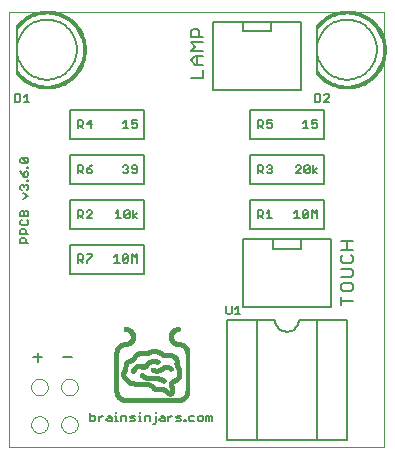
<source format=gto>
G75*
%MOIN*%
%OFA0B0*%
%FSLAX24Y24*%
%IPPOS*%
%LPD*%
%AMOC8*
5,1,8,0,0,1.08239X$1,22.5*
%
%ADD10C,0.0050*%
%ADD11C,0.0000*%
%ADD12C,0.0080*%
%ADD13C,0.0001*%
%ADD14C,0.0010*%
%ADD15C,0.0060*%
D10*
X001125Y003196D02*
X001125Y003497D01*
X000975Y003347D02*
X001275Y003347D01*
X001975Y003347D02*
X002275Y003347D01*
X003748Y001527D02*
X003748Y001482D01*
X003748Y001392D02*
X003748Y001211D01*
X003703Y001211D02*
X003793Y001211D01*
X003899Y001211D02*
X003899Y001392D01*
X004034Y001392D01*
X004079Y001346D01*
X004079Y001211D01*
X004194Y001211D02*
X004329Y001211D01*
X004374Y001256D01*
X004329Y001301D01*
X004239Y001301D01*
X004194Y001346D01*
X004239Y001392D01*
X004374Y001392D01*
X004488Y001392D02*
X004534Y001392D01*
X004534Y001211D01*
X004579Y001211D02*
X004488Y001211D01*
X004534Y001482D02*
X004534Y001527D01*
X004685Y001392D02*
X004820Y001392D01*
X004865Y001346D01*
X004865Y001211D01*
X004980Y001121D02*
X005025Y001121D01*
X005070Y001166D01*
X005070Y001392D01*
X005070Y001482D02*
X005070Y001527D01*
X005221Y001392D02*
X005311Y001392D01*
X005356Y001346D01*
X005356Y001211D01*
X005221Y001211D01*
X005176Y001256D01*
X005221Y001301D01*
X005356Y001301D01*
X005471Y001301D02*
X005561Y001392D01*
X005606Y001392D01*
X005716Y001346D02*
X005761Y001392D01*
X005896Y001392D01*
X005851Y001301D02*
X005761Y001301D01*
X005716Y001346D01*
X005716Y001211D02*
X005851Y001211D01*
X005896Y001256D01*
X005851Y001301D01*
X006011Y001256D02*
X006056Y001256D01*
X006056Y001211D01*
X006011Y001211D01*
X006011Y001256D01*
X006158Y001256D02*
X006203Y001211D01*
X006338Y001211D01*
X006453Y001256D02*
X006498Y001211D01*
X006588Y001211D01*
X006633Y001256D01*
X006633Y001346D01*
X006588Y001392D01*
X006498Y001392D01*
X006453Y001346D01*
X006453Y001256D01*
X006338Y001392D02*
X006203Y001392D01*
X006158Y001346D01*
X006158Y001256D01*
X006747Y001211D02*
X006747Y001392D01*
X006793Y001392D01*
X006838Y001346D01*
X006883Y001392D01*
X006928Y001346D01*
X006928Y001211D01*
X006838Y001211D02*
X006838Y001346D01*
X005471Y001392D02*
X005471Y001211D01*
X004685Y001211D02*
X004685Y001392D01*
X003748Y001392D02*
X003703Y001392D01*
X003588Y001346D02*
X003588Y001211D01*
X003453Y001211D01*
X003408Y001256D01*
X003453Y001301D01*
X003588Y001301D01*
X003588Y001346D02*
X003543Y001392D01*
X003453Y001392D01*
X003298Y001392D02*
X003253Y001392D01*
X003163Y001301D01*
X003163Y001211D02*
X003163Y001392D01*
X003048Y001346D02*
X003003Y001392D01*
X002868Y001392D01*
X002868Y001482D02*
X002868Y001211D01*
X003003Y001211D01*
X003048Y001256D01*
X003048Y001346D01*
X007405Y004816D02*
X007450Y004771D01*
X007540Y004771D01*
X007585Y004816D01*
X007585Y005042D01*
X007700Y004952D02*
X007790Y005042D01*
X007790Y004771D01*
X007700Y004771D02*
X007880Y004771D01*
X007973Y005008D02*
X007973Y007272D01*
X008958Y007272D01*
X008958Y006957D01*
X009902Y006957D01*
X009902Y007272D01*
X010887Y007272D01*
X010887Y005008D01*
X007973Y005008D01*
X007405Y005042D02*
X007405Y004816D01*
X008958Y007272D02*
X009902Y007272D01*
X009851Y007971D02*
X009671Y007971D01*
X009761Y007971D02*
X009761Y008242D01*
X009671Y008152D01*
X009966Y008197D02*
X009966Y008016D01*
X010146Y008197D01*
X010146Y008016D01*
X010101Y007971D01*
X010011Y007971D01*
X009966Y008016D01*
X009966Y008197D02*
X010011Y008242D01*
X010101Y008242D01*
X010146Y008197D01*
X010260Y008242D02*
X010260Y007971D01*
X010350Y008152D02*
X010260Y008242D01*
X010350Y008152D02*
X010441Y008242D01*
X010441Y007971D01*
X010445Y009471D02*
X010309Y009561D01*
X010445Y009652D01*
X010309Y009742D02*
X010309Y009471D01*
X010195Y009516D02*
X010195Y009697D01*
X010015Y009516D01*
X010060Y009471D01*
X010150Y009471D01*
X010195Y009516D01*
X010195Y009697D02*
X010150Y009742D01*
X010060Y009742D01*
X010015Y009697D01*
X010015Y009516D01*
X009900Y009471D02*
X009720Y009471D01*
X009900Y009652D01*
X009900Y009697D01*
X009855Y009742D01*
X009765Y009742D01*
X009720Y009697D01*
X008930Y009697D02*
X008930Y009652D01*
X008885Y009606D01*
X008930Y009561D01*
X008930Y009516D01*
X008885Y009471D01*
X008795Y009471D01*
X008750Y009516D01*
X008635Y009471D02*
X008545Y009561D01*
X008590Y009561D02*
X008455Y009561D01*
X008455Y009471D02*
X008455Y009742D01*
X008590Y009742D01*
X008635Y009697D01*
X008635Y009606D01*
X008590Y009561D01*
X008750Y009697D02*
X008795Y009742D01*
X008885Y009742D01*
X008930Y009697D01*
X008885Y009606D02*
X008840Y009606D01*
X008840Y008242D02*
X008840Y007971D01*
X008750Y007971D02*
X008930Y007971D01*
X008750Y008152D02*
X008840Y008242D01*
X008635Y008197D02*
X008635Y008106D01*
X008590Y008061D01*
X008455Y008061D01*
X008455Y007971D02*
X008455Y008242D01*
X008590Y008242D01*
X008635Y008197D01*
X008545Y008061D02*
X008635Y007971D01*
X008635Y010971D02*
X008545Y011061D01*
X008590Y011061D02*
X008455Y011061D01*
X008455Y010971D02*
X008455Y011242D01*
X008590Y011242D01*
X008635Y011197D01*
X008635Y011106D01*
X008590Y011061D01*
X008750Y011016D02*
X008795Y010971D01*
X008885Y010971D01*
X008930Y011016D01*
X008930Y011106D01*
X008885Y011152D01*
X008840Y011152D01*
X008750Y011106D01*
X008750Y011242D01*
X008930Y011242D01*
X009887Y012258D02*
X009887Y014522D01*
X008902Y014522D01*
X008902Y014207D01*
X007958Y014207D01*
X007958Y014522D01*
X008902Y014522D01*
X007958Y014522D02*
X006973Y014522D01*
X006973Y012258D01*
X009887Y012258D01*
X010366Y012112D02*
X010366Y011841D01*
X010501Y011841D01*
X010546Y011886D01*
X010546Y012067D01*
X010501Y012112D01*
X010366Y012112D01*
X010660Y012067D02*
X010705Y012112D01*
X010795Y012112D01*
X010841Y012067D01*
X010841Y012022D01*
X010660Y011841D01*
X010841Y011841D01*
X010441Y011242D02*
X010260Y011242D01*
X010260Y011106D01*
X010350Y011152D01*
X010395Y011152D01*
X010441Y011106D01*
X010441Y011016D01*
X010395Y010971D01*
X010305Y010971D01*
X010260Y011016D01*
X010146Y010971D02*
X009966Y010971D01*
X010056Y010971D02*
X010056Y011242D01*
X009966Y011152D01*
X004441Y011106D02*
X004441Y011016D01*
X004395Y010971D01*
X004305Y010971D01*
X004260Y011016D01*
X004260Y011106D02*
X004350Y011152D01*
X004395Y011152D01*
X004441Y011106D01*
X004441Y011242D02*
X004260Y011242D01*
X004260Y011106D01*
X004146Y010971D02*
X003966Y010971D01*
X004056Y010971D02*
X004056Y011242D01*
X003966Y011152D01*
X002930Y011106D02*
X002750Y011106D01*
X002885Y011242D01*
X002885Y010971D01*
X002635Y010971D02*
X002545Y011061D01*
X002590Y011061D02*
X002455Y011061D01*
X002455Y010971D02*
X002455Y011242D01*
X002590Y011242D01*
X002635Y011197D01*
X002635Y011106D01*
X002590Y011061D01*
X002590Y009742D02*
X002455Y009742D01*
X002455Y009471D01*
X002455Y009561D02*
X002590Y009561D01*
X002635Y009606D01*
X002635Y009697D01*
X002590Y009742D01*
X002545Y009561D02*
X002635Y009471D01*
X002750Y009516D02*
X002795Y009471D01*
X002885Y009471D01*
X002930Y009516D01*
X002930Y009561D01*
X002885Y009606D01*
X002750Y009606D01*
X002750Y009516D01*
X002750Y009606D02*
X002840Y009697D01*
X002930Y009742D01*
X003966Y009697D02*
X004011Y009742D01*
X004101Y009742D01*
X004146Y009697D01*
X004146Y009652D01*
X004101Y009606D01*
X004146Y009561D01*
X004146Y009516D01*
X004101Y009471D01*
X004011Y009471D01*
X003966Y009516D01*
X004056Y009606D02*
X004101Y009606D01*
X004260Y009652D02*
X004305Y009606D01*
X004441Y009606D01*
X004441Y009516D02*
X004441Y009697D01*
X004395Y009742D01*
X004305Y009742D01*
X004260Y009697D01*
X004260Y009652D01*
X004260Y009516D02*
X004305Y009471D01*
X004395Y009471D01*
X004441Y009516D01*
X004309Y008242D02*
X004309Y007971D01*
X004309Y008061D02*
X004445Y008152D01*
X004309Y008061D02*
X004445Y007971D01*
X004195Y008016D02*
X004150Y007971D01*
X004060Y007971D01*
X004015Y008016D01*
X004195Y008197D01*
X004195Y008016D01*
X004015Y008016D02*
X004015Y008197D01*
X004060Y008242D01*
X004150Y008242D01*
X004195Y008197D01*
X003900Y007971D02*
X003720Y007971D01*
X003810Y007971D02*
X003810Y008242D01*
X003720Y008152D01*
X002930Y008152D02*
X002930Y008197D01*
X002885Y008242D01*
X002795Y008242D01*
X002750Y008197D01*
X002635Y008197D02*
X002635Y008106D01*
X002590Y008061D01*
X002455Y008061D01*
X002455Y007971D02*
X002455Y008242D01*
X002590Y008242D01*
X002635Y008197D01*
X002545Y008061D02*
X002635Y007971D01*
X002750Y007971D02*
X002930Y008152D01*
X002930Y007971D02*
X002750Y007971D01*
X002750Y006767D02*
X002930Y006767D01*
X002930Y006722D01*
X002750Y006541D01*
X002750Y006496D01*
X002635Y006496D02*
X002545Y006586D01*
X002590Y006586D02*
X002455Y006586D01*
X002455Y006496D02*
X002455Y006767D01*
X002590Y006767D01*
X002635Y006722D01*
X002635Y006631D01*
X002590Y006586D01*
X003671Y006496D02*
X003851Y006496D01*
X003761Y006496D02*
X003761Y006767D01*
X003671Y006677D01*
X003966Y006722D02*
X003966Y006541D01*
X004146Y006722D01*
X004146Y006541D01*
X004101Y006496D01*
X004011Y006496D01*
X003966Y006541D01*
X003966Y006722D02*
X004011Y006767D01*
X004101Y006767D01*
X004146Y006722D01*
X004260Y006767D02*
X004260Y006496D01*
X004441Y006496D02*
X004441Y006767D01*
X004350Y006677D01*
X004260Y006767D01*
X000815Y007148D02*
X000545Y007148D01*
X000545Y007283D01*
X000590Y007328D01*
X000680Y007328D01*
X000725Y007283D01*
X000725Y007148D01*
X000725Y007443D02*
X000725Y007578D01*
X000680Y007623D01*
X000590Y007623D01*
X000545Y007578D01*
X000545Y007443D01*
X000815Y007443D01*
X000770Y007737D02*
X000590Y007737D01*
X000545Y007782D01*
X000545Y007873D01*
X000590Y007918D01*
X000545Y008032D02*
X000545Y008167D01*
X000590Y008212D01*
X000635Y008212D01*
X000680Y008167D01*
X000680Y008032D01*
X000815Y008032D02*
X000815Y008167D01*
X000770Y008212D01*
X000725Y008212D01*
X000680Y008167D01*
X000815Y008032D02*
X000545Y008032D01*
X000770Y007918D02*
X000815Y007873D01*
X000815Y007782D01*
X000770Y007737D01*
X000635Y008621D02*
X000815Y008711D01*
X000635Y008802D01*
X000590Y008916D02*
X000545Y008961D01*
X000545Y009051D01*
X000590Y009096D01*
X000635Y009096D01*
X000680Y009051D01*
X000725Y009096D01*
X000770Y009096D01*
X000815Y009051D01*
X000815Y008961D01*
X000770Y008916D01*
X000680Y009006D02*
X000680Y009051D01*
X000770Y009211D02*
X000770Y009256D01*
X000815Y009256D01*
X000815Y009211D01*
X000770Y009211D01*
X000770Y009358D02*
X000815Y009403D01*
X000815Y009493D01*
X000770Y009538D01*
X000725Y009538D01*
X000680Y009493D01*
X000680Y009358D01*
X000770Y009358D01*
X000680Y009358D02*
X000590Y009448D01*
X000545Y009538D01*
X000770Y009653D02*
X000770Y009698D01*
X000815Y009698D01*
X000815Y009653D01*
X000770Y009653D01*
X000770Y009800D02*
X000590Y009800D01*
X000545Y009845D01*
X000545Y009935D01*
X000590Y009980D01*
X000770Y009800D01*
X000815Y009845D01*
X000815Y009935D01*
X000770Y009980D01*
X000590Y009980D01*
X000660Y011841D02*
X000841Y011841D01*
X000750Y011841D02*
X000750Y012112D01*
X000660Y012022D01*
X000546Y012067D02*
X000546Y011886D01*
X000501Y011841D01*
X000366Y011841D01*
X000366Y012112D01*
X000501Y012112D01*
X000546Y012067D01*
D11*
X000180Y014846D02*
X000180Y000346D01*
X012680Y000346D01*
X012680Y014846D01*
X000180Y014846D01*
X004038Y004345D02*
X004016Y004337D01*
X003999Y004322D01*
X003988Y004301D01*
X003985Y004277D01*
X003991Y004254D01*
X004005Y004235D01*
X004024Y004222D01*
X004113Y004206D01*
X004171Y004171D01*
X004213Y004119D01*
X004234Y004054D01*
X004229Y003983D01*
X004201Y003922D01*
X004153Y003875D01*
X004091Y003847D01*
X004056Y003843D01*
X004048Y003842D01*
X004029Y003842D01*
X003960Y003830D01*
X003896Y003807D01*
X003838Y003774D01*
X003788Y003730D01*
X003745Y003679D01*
X003712Y003620D01*
X003690Y003555D01*
X003680Y003486D01*
X003680Y002230D01*
X003680Y002208D01*
X003690Y002138D01*
X003711Y002072D01*
X003744Y002012D01*
X003786Y001960D01*
X003837Y001916D01*
X003896Y001882D01*
X003960Y001858D01*
X004030Y001847D01*
X004191Y001846D01*
X005807Y001846D01*
X005816Y001846D01*
X005886Y001855D01*
X005952Y001876D01*
X006011Y001908D01*
X006064Y001950D01*
X006108Y002001D01*
X006143Y002060D01*
X006167Y002124D01*
X006179Y002194D01*
X006180Y002456D01*
X006180Y003330D01*
X006180Y003471D01*
X006173Y003542D01*
X006153Y003607D01*
X006122Y003667D01*
X006082Y003721D01*
X006032Y003766D01*
X005976Y003801D01*
X005913Y003827D01*
X005845Y003840D01*
X005811Y003843D01*
X005743Y003856D01*
X005686Y003891D01*
X005645Y003945D01*
X005626Y004011D01*
X005632Y004081D01*
X005662Y004142D01*
X005711Y004187D01*
X005773Y004213D01*
X005822Y004218D01*
X005844Y004226D01*
X005861Y004242D01*
X005872Y004262D01*
X005875Y004287D01*
X005869Y004310D01*
X005855Y004328D01*
X005836Y004341D01*
X005812Y004346D01*
X005759Y004342D01*
X005703Y004327D01*
X005651Y004302D01*
X005605Y004269D01*
X005566Y004228D01*
X005534Y004181D01*
X005512Y004128D01*
X005499Y004070D01*
X005497Y004010D01*
X005506Y003951D01*
X005525Y003897D01*
X005553Y003848D01*
X005590Y003805D01*
X005633Y003769D01*
X005682Y003741D01*
X005736Y003723D01*
X005794Y003714D01*
X005819Y003713D01*
X005865Y003706D01*
X005907Y003691D01*
X005946Y003669D01*
X005980Y003641D01*
X006008Y003607D01*
X006030Y003568D01*
X006044Y003525D01*
X006051Y003479D01*
X006051Y003214D01*
X006051Y002230D01*
X006051Y002213D01*
X006045Y002167D01*
X006031Y002124D01*
X006010Y002085D01*
X005982Y002050D01*
X005948Y002021D01*
X005910Y001999D01*
X005868Y001984D01*
X005822Y001976D01*
X004053Y001976D01*
X004047Y001976D01*
X004001Y001981D01*
X003958Y001995D01*
X003919Y002016D01*
X003885Y002044D01*
X003856Y002077D01*
X003833Y002116D01*
X003817Y002158D01*
X003809Y002204D01*
X003809Y002456D01*
X003809Y003470D01*
X003814Y003516D01*
X003827Y003560D01*
X003847Y003599D01*
X003874Y003634D01*
X003907Y003664D01*
X003945Y003688D01*
X003987Y003704D01*
X004032Y003712D01*
X004054Y003713D01*
X004054Y003714D01*
X004112Y003720D01*
X004167Y003737D01*
X004218Y003763D01*
X004262Y003797D01*
X004300Y003839D01*
X004330Y003887D01*
X004351Y003940D01*
X004362Y003998D01*
X004362Y004058D01*
X004352Y004116D01*
X004331Y004170D01*
X004301Y004219D01*
X004263Y004261D01*
X004218Y004296D01*
X004168Y004323D01*
X004112Y004340D01*
X004053Y004346D01*
X004038Y004345D01*
X004456Y003532D02*
X004487Y003546D01*
X004518Y003554D01*
X004549Y003559D01*
X004579Y003560D01*
X004618Y003557D01*
X004736Y003531D01*
X004748Y003531D01*
X004754Y003532D01*
X004760Y003534D01*
X004767Y003536D01*
X004827Y003572D01*
X004863Y003587D01*
X004901Y003598D01*
X004940Y003605D01*
X004982Y003609D01*
X005033Y003608D01*
X005090Y003600D01*
X005146Y003586D01*
X005198Y003566D01*
X005246Y003540D01*
X005289Y003509D01*
X005305Y003495D01*
X005312Y003491D01*
X005318Y003487D01*
X005325Y003485D01*
X005333Y003484D01*
X005351Y003483D01*
X005463Y003495D01*
X005472Y003366D01*
X005487Y003366D01*
X005512Y003363D01*
X005539Y003357D01*
X005570Y003345D01*
X005604Y003326D01*
X005641Y003297D01*
X005671Y003269D01*
X005683Y003252D01*
X005691Y003236D01*
X005693Y003219D01*
X005693Y003201D01*
X005682Y003121D01*
X005682Y003100D01*
X005686Y003078D01*
X005693Y003056D01*
X005764Y002931D01*
X005775Y002904D01*
X005781Y002875D01*
X005783Y002845D01*
X005772Y002739D01*
X005759Y002701D01*
X005736Y002669D01*
X005699Y002642D01*
X005574Y002586D01*
X005532Y002538D01*
X005514Y002483D01*
X005511Y002424D01*
X005545Y002247D01*
X005546Y002231D01*
X005546Y002217D01*
X005543Y002204D01*
X005537Y002196D01*
X005529Y002191D01*
X005520Y002191D01*
X005511Y002195D01*
X005454Y002256D01*
X005412Y002290D01*
X005367Y002316D01*
X005321Y002334D01*
X005272Y002343D01*
X005216Y002344D01*
X005098Y002332D01*
X005087Y002332D01*
X005074Y002333D01*
X005062Y002337D01*
X005051Y002343D01*
X005040Y002351D01*
X004996Y002406D01*
X004937Y002455D01*
X004870Y002487D01*
X004800Y002507D01*
X004729Y002517D01*
X004434Y002515D01*
X004426Y002386D01*
X004688Y002390D01*
X004751Y002384D01*
X004805Y002372D01*
X004849Y002355D01*
X004885Y002333D01*
X004913Y002305D01*
X004936Y002274D01*
X004961Y002249D01*
X004989Y002229D01*
X005019Y002215D01*
X005052Y002206D01*
X005088Y002203D01*
X005237Y002215D01*
X005261Y002214D01*
X005286Y002209D01*
X005314Y002198D01*
X005343Y002180D01*
X005374Y002153D01*
X005422Y002101D01*
X005441Y002086D01*
X005462Y002074D01*
X005484Y002066D01*
X005506Y002061D01*
X005533Y002060D01*
X005572Y002068D01*
X005606Y002085D01*
X005635Y002111D01*
X005657Y002143D01*
X005670Y002182D01*
X005675Y002219D01*
X005672Y002265D01*
X005641Y002416D01*
X005638Y002448D01*
X005642Y002469D01*
X005652Y002483D01*
X005669Y002492D01*
X005727Y002512D01*
X005804Y002557D01*
X005855Y002610D01*
X005886Y002670D01*
X005902Y002732D01*
X005912Y002862D01*
X005906Y002909D01*
X005894Y002953D01*
X005877Y002993D01*
X005811Y003108D01*
X005810Y003112D01*
X005822Y003207D01*
X005820Y003245D01*
X005810Y003285D01*
X005788Y003327D01*
X005753Y003369D01*
X005709Y003409D01*
X005664Y003441D01*
X005619Y003465D01*
X005572Y003482D01*
X005525Y003492D01*
X005463Y003495D01*
X005472Y003366D01*
X005370Y003355D01*
X005324Y003355D01*
X005300Y003358D01*
X005277Y003365D01*
X005255Y003374D01*
X005235Y003386D01*
X005190Y003423D01*
X005157Y003442D01*
X005121Y003458D01*
X005081Y003469D01*
X005041Y003477D01*
X005000Y003480D01*
X004978Y003479D01*
X004928Y003471D01*
X004902Y003463D01*
X004876Y003452D01*
X004833Y003425D01*
X004815Y003416D01*
X004797Y003409D01*
X004778Y003405D01*
X004758Y003402D01*
X004739Y003401D01*
X004706Y003404D01*
X004594Y003430D01*
X004570Y003431D01*
X004557Y003430D01*
X004542Y003427D01*
X004525Y003422D01*
X004505Y003413D01*
X004483Y003399D01*
X004459Y003380D01*
X004422Y003345D01*
X004411Y003329D01*
X004371Y003259D01*
X004354Y003237D01*
X004330Y003217D01*
X004297Y003198D01*
X004203Y003163D01*
X004165Y003145D01*
X004141Y003124D01*
X004126Y003100D01*
X004118Y003072D01*
X004107Y002976D01*
X004093Y002912D01*
X004080Y002879D01*
X004041Y002807D01*
X004035Y002773D01*
X004041Y002743D01*
X004054Y002719D01*
X004070Y002701D01*
X004095Y002681D01*
X004144Y002619D01*
X004185Y002582D01*
X004227Y002557D01*
X004274Y002541D01*
X004434Y002515D01*
X004426Y002386D01*
X004261Y002411D01*
X004198Y002429D01*
X004138Y002457D01*
X004080Y002500D01*
X003997Y002594D01*
X003962Y002629D01*
X003937Y002664D01*
X003920Y002698D01*
X003909Y002739D01*
X003906Y002780D01*
X003911Y002821D01*
X003924Y002862D01*
X003960Y002926D01*
X003969Y002946D01*
X003975Y002967D01*
X003989Y003079D01*
X003999Y003128D01*
X004020Y003176D01*
X004055Y003222D01*
X004112Y003263D01*
X004241Y003314D01*
X004255Y003322D01*
X004264Y003331D01*
X004271Y003341D01*
X004286Y003372D01*
X004313Y003414D01*
X004334Y003439D01*
X004361Y003466D01*
X004425Y003515D01*
X004456Y003532D01*
X004726Y003168D02*
X004668Y003091D01*
X004663Y003091D01*
X004655Y003091D01*
X004538Y003121D01*
X004456Y003119D01*
X004386Y003088D01*
X004327Y003038D01*
X004281Y002979D01*
X004249Y002919D01*
X004236Y002886D01*
X004235Y002868D01*
X004239Y002851D01*
X004246Y002836D01*
X004258Y002823D01*
X004273Y002814D01*
X004280Y002811D01*
X004287Y002809D01*
X004295Y002808D01*
X004299Y002808D01*
X004313Y002809D01*
X004325Y002813D01*
X004337Y002820D01*
X004347Y002829D01*
X004355Y002840D01*
X004388Y002905D01*
X004417Y002946D01*
X004456Y002979D01*
X004502Y002994D01*
X004624Y002965D01*
X004673Y002962D01*
X004712Y002969D01*
X004746Y002989D01*
X004777Y003023D01*
X004810Y003067D01*
X004843Y003101D01*
X004888Y003129D01*
X004938Y003147D01*
X004991Y003153D01*
X005046Y003148D01*
X005115Y003127D01*
X005132Y003127D01*
X005148Y003132D01*
X005163Y003141D01*
X005174Y003154D01*
X005182Y003170D01*
X005186Y003188D01*
X005184Y003205D01*
X005178Y003221D01*
X005168Y003235D01*
X005155Y003246D01*
X005106Y003265D01*
X005023Y003281D01*
X004940Y003279D01*
X004861Y003258D01*
X004789Y003221D01*
X004726Y003168D01*
X004902Y002974D02*
X004892Y002959D01*
X004888Y002942D01*
X004888Y002924D01*
X004892Y002908D01*
X004901Y002893D01*
X004914Y002880D01*
X004943Y002863D01*
X004973Y002849D01*
X005011Y002836D01*
X005057Y002827D01*
X005101Y002825D01*
X005128Y002827D01*
X005156Y002832D01*
X005185Y002841D01*
X005215Y002853D01*
X005361Y002946D01*
X005397Y002957D01*
X005434Y002954D01*
X005478Y002935D01*
X005532Y002904D01*
X005549Y002898D01*
X005566Y002896D01*
X005583Y002899D01*
X005598Y002906D01*
X005612Y002918D01*
X005622Y002933D01*
X005627Y002950D01*
X005627Y002968D01*
X005623Y002985D01*
X005615Y003000D01*
X005602Y003012D01*
X005537Y003049D01*
X005459Y003079D01*
X005393Y003087D01*
X005333Y003074D01*
X005273Y003044D01*
X005176Y002979D01*
X005127Y002959D01*
X005081Y002955D01*
X005041Y002962D01*
X005010Y002974D01*
X004981Y002991D01*
X004964Y002997D01*
X004947Y002998D01*
X004930Y002994D01*
X004915Y002986D01*
X004902Y002974D01*
X004822Y002710D02*
X004760Y002722D01*
X004709Y002742D01*
X004669Y002764D01*
X004629Y002796D01*
X004613Y002805D01*
X004597Y002809D01*
X004580Y002809D01*
X004563Y002804D01*
X004548Y002795D01*
X004536Y002781D01*
X004528Y002765D01*
X004525Y002748D01*
X004527Y002731D01*
X004533Y002714D01*
X004544Y002700D01*
X004563Y002682D01*
X004600Y002655D01*
X004653Y002624D01*
X004722Y002597D01*
X004805Y002581D01*
X005015Y002582D01*
X005107Y002572D01*
X005179Y002556D01*
X005232Y002538D01*
X005264Y002521D01*
X005283Y002504D01*
X005291Y002500D01*
X005300Y002496D01*
X005309Y002494D01*
X005318Y002493D01*
X005326Y002493D01*
X005334Y002495D01*
X005342Y002497D01*
X005350Y002501D01*
X005357Y002505D01*
X005364Y002511D01*
X005375Y002526D01*
X005382Y002542D01*
X005384Y002559D01*
X005381Y002577D01*
X005373Y002593D01*
X005352Y002616D01*
X005299Y002649D01*
X005226Y002677D01*
X005136Y002699D01*
X005029Y002711D01*
X004822Y002710D01*
X001904Y002346D02*
X001906Y002379D01*
X001912Y002411D01*
X001921Y002442D01*
X001934Y002472D01*
X001951Y002500D01*
X001971Y002526D01*
X001994Y002550D01*
X002019Y002570D01*
X002047Y002588D01*
X002076Y002602D01*
X002107Y002612D01*
X002139Y002619D01*
X002172Y002622D01*
X002205Y002621D01*
X002237Y002616D01*
X002268Y002607D01*
X002299Y002595D01*
X002327Y002579D01*
X002354Y002560D01*
X002378Y002538D01*
X002399Y002513D01*
X002418Y002486D01*
X002433Y002457D01*
X002444Y002427D01*
X002452Y002395D01*
X002456Y002362D01*
X002456Y002330D01*
X002452Y002297D01*
X002444Y002265D01*
X002433Y002235D01*
X002418Y002206D01*
X002399Y002179D01*
X002378Y002154D01*
X002354Y002132D01*
X002327Y002113D01*
X002299Y002097D01*
X002268Y002085D01*
X002237Y002076D01*
X002205Y002071D01*
X002172Y002070D01*
X002139Y002073D01*
X002107Y002080D01*
X002076Y002090D01*
X002047Y002104D01*
X002019Y002122D01*
X001994Y002142D01*
X001971Y002166D01*
X001951Y002192D01*
X001934Y002220D01*
X001921Y002250D01*
X001912Y002281D01*
X001906Y002313D01*
X001904Y002346D01*
X000904Y002346D02*
X000906Y002379D01*
X000912Y002411D01*
X000921Y002442D01*
X000934Y002472D01*
X000951Y002500D01*
X000971Y002526D01*
X000994Y002550D01*
X001019Y002570D01*
X001047Y002588D01*
X001076Y002602D01*
X001107Y002612D01*
X001139Y002619D01*
X001172Y002622D01*
X001205Y002621D01*
X001237Y002616D01*
X001268Y002607D01*
X001299Y002595D01*
X001327Y002579D01*
X001354Y002560D01*
X001378Y002538D01*
X001399Y002513D01*
X001418Y002486D01*
X001433Y002457D01*
X001444Y002427D01*
X001452Y002395D01*
X001456Y002362D01*
X001456Y002330D01*
X001452Y002297D01*
X001444Y002265D01*
X001433Y002235D01*
X001418Y002206D01*
X001399Y002179D01*
X001378Y002154D01*
X001354Y002132D01*
X001327Y002113D01*
X001299Y002097D01*
X001268Y002085D01*
X001237Y002076D01*
X001205Y002071D01*
X001172Y002070D01*
X001139Y002073D01*
X001107Y002080D01*
X001076Y002090D01*
X001047Y002104D01*
X001019Y002122D01*
X000994Y002142D01*
X000971Y002166D01*
X000951Y002192D01*
X000934Y002220D01*
X000921Y002250D01*
X000912Y002281D01*
X000906Y002313D01*
X000904Y002346D01*
X000904Y001096D02*
X000906Y001129D01*
X000912Y001161D01*
X000921Y001192D01*
X000934Y001222D01*
X000951Y001250D01*
X000971Y001276D01*
X000994Y001300D01*
X001019Y001320D01*
X001047Y001338D01*
X001076Y001352D01*
X001107Y001362D01*
X001139Y001369D01*
X001172Y001372D01*
X001205Y001371D01*
X001237Y001366D01*
X001268Y001357D01*
X001299Y001345D01*
X001327Y001329D01*
X001354Y001310D01*
X001378Y001288D01*
X001399Y001263D01*
X001418Y001236D01*
X001433Y001207D01*
X001444Y001177D01*
X001452Y001145D01*
X001456Y001112D01*
X001456Y001080D01*
X001452Y001047D01*
X001444Y001015D01*
X001433Y000985D01*
X001418Y000956D01*
X001399Y000929D01*
X001378Y000904D01*
X001354Y000882D01*
X001327Y000863D01*
X001299Y000847D01*
X001268Y000835D01*
X001237Y000826D01*
X001205Y000821D01*
X001172Y000820D01*
X001139Y000823D01*
X001107Y000830D01*
X001076Y000840D01*
X001047Y000854D01*
X001019Y000872D01*
X000994Y000892D01*
X000971Y000916D01*
X000951Y000942D01*
X000934Y000970D01*
X000921Y001000D01*
X000912Y001031D01*
X000906Y001063D01*
X000904Y001096D01*
X001904Y001096D02*
X001906Y001129D01*
X001912Y001161D01*
X001921Y001192D01*
X001934Y001222D01*
X001951Y001250D01*
X001971Y001276D01*
X001994Y001300D01*
X002019Y001320D01*
X002047Y001338D01*
X002076Y001352D01*
X002107Y001362D01*
X002139Y001369D01*
X002172Y001372D01*
X002205Y001371D01*
X002237Y001366D01*
X002268Y001357D01*
X002299Y001345D01*
X002327Y001329D01*
X002354Y001310D01*
X002378Y001288D01*
X002399Y001263D01*
X002418Y001236D01*
X002433Y001207D01*
X002444Y001177D01*
X002452Y001145D01*
X002456Y001112D01*
X002456Y001080D01*
X002452Y001047D01*
X002444Y001015D01*
X002433Y000985D01*
X002418Y000956D01*
X002399Y000929D01*
X002378Y000904D01*
X002354Y000882D01*
X002327Y000863D01*
X002299Y000847D01*
X002268Y000835D01*
X002237Y000826D01*
X002205Y000821D01*
X002172Y000820D01*
X002139Y000823D01*
X002107Y000830D01*
X002076Y000840D01*
X002047Y000854D01*
X002019Y000872D01*
X001994Y000892D01*
X001971Y000916D01*
X001951Y000942D01*
X001934Y000970D01*
X001921Y001000D01*
X001912Y001031D01*
X001906Y001063D01*
X001904Y001096D01*
D12*
X002190Y006124D02*
X004670Y006124D01*
X004670Y007069D01*
X002190Y007069D01*
X002190Y006124D01*
X002190Y007624D02*
X004670Y007624D01*
X004670Y008569D01*
X002190Y008569D01*
X002190Y007624D01*
X002190Y009124D02*
X004670Y009124D01*
X004670Y010069D01*
X002190Y010069D01*
X002190Y009124D01*
X002190Y010624D02*
X004670Y010624D01*
X004670Y011569D01*
X002190Y011569D01*
X002190Y010624D01*
X000430Y012846D02*
X000430Y014346D01*
X006220Y014228D02*
X006220Y014018D01*
X006640Y014018D01*
X006500Y014018D02*
X006500Y014228D01*
X006430Y014298D01*
X006290Y014298D01*
X006220Y014228D01*
X006220Y013837D02*
X006640Y013837D01*
X006640Y013557D02*
X006220Y013557D01*
X006360Y013697D01*
X006220Y013837D01*
X006360Y013377D02*
X006640Y013377D01*
X006430Y013377D02*
X006430Y013097D01*
X006360Y013097D02*
X006220Y013237D01*
X006360Y013377D01*
X006360Y013097D02*
X006640Y013097D01*
X006640Y012917D02*
X006640Y012636D01*
X006220Y012636D01*
X008190Y011569D02*
X008190Y010624D01*
X010670Y010624D01*
X010670Y011569D01*
X008190Y011569D01*
X008190Y010069D02*
X010670Y010069D01*
X010670Y009124D01*
X008190Y009124D01*
X008190Y010069D01*
X008190Y008569D02*
X010670Y008569D01*
X010670Y007624D01*
X008190Y007624D01*
X008190Y008569D01*
X011220Y007206D02*
X011640Y007206D01*
X011640Y006926D02*
X011220Y006926D01*
X011430Y006926D02*
X011430Y007206D01*
X011570Y006746D02*
X011640Y006676D01*
X011640Y006536D01*
X011570Y006466D01*
X011290Y006466D01*
X011220Y006536D01*
X011220Y006676D01*
X011290Y006746D01*
X011220Y006285D02*
X011570Y006285D01*
X011640Y006215D01*
X011640Y006075D01*
X011570Y006005D01*
X011220Y006005D01*
X011290Y005825D02*
X011220Y005755D01*
X011220Y005615D01*
X011290Y005545D01*
X011570Y005545D01*
X011640Y005615D01*
X011640Y005755D01*
X011570Y005825D01*
X011290Y005825D01*
X011220Y005365D02*
X011220Y005084D01*
X011220Y005225D02*
X011640Y005225D01*
X010430Y012846D02*
X010430Y014346D01*
D13*
X005835Y004341D02*
X005757Y004341D01*
X005753Y004340D02*
X005837Y004340D01*
X005839Y004339D02*
X005749Y004339D01*
X005745Y004338D02*
X005840Y004338D01*
X005842Y004337D02*
X005742Y004337D01*
X005738Y004336D02*
X005843Y004336D01*
X005845Y004335D02*
X005734Y004335D01*
X005730Y004334D02*
X005846Y004334D01*
X005848Y004333D02*
X005726Y004333D01*
X005723Y004332D02*
X005849Y004332D01*
X005851Y004331D02*
X005719Y004331D01*
X005715Y004330D02*
X005852Y004330D01*
X005854Y004329D02*
X005711Y004329D01*
X005708Y004328D02*
X005855Y004328D01*
X005856Y004327D02*
X005704Y004327D01*
X005701Y004326D02*
X005857Y004326D01*
X005857Y004325D02*
X005699Y004325D01*
X005697Y004324D02*
X005858Y004324D01*
X005859Y004323D02*
X005695Y004323D01*
X005693Y004322D02*
X005860Y004322D01*
X005860Y004321D02*
X005691Y004321D01*
X005689Y004320D02*
X005861Y004320D01*
X005862Y004319D02*
X005687Y004319D01*
X005685Y004318D02*
X005862Y004318D01*
X005863Y004317D02*
X005683Y004317D01*
X005680Y004316D02*
X005864Y004316D01*
X005865Y004315D02*
X005678Y004315D01*
X005676Y004314D02*
X005865Y004314D01*
X005866Y004313D02*
X005674Y004313D01*
X005672Y004312D02*
X005867Y004312D01*
X005867Y004311D02*
X005670Y004311D01*
X005668Y004310D02*
X005868Y004310D01*
X005869Y004309D02*
X005666Y004309D01*
X005664Y004308D02*
X005869Y004308D01*
X005869Y004307D02*
X005662Y004307D01*
X005659Y004306D02*
X005870Y004306D01*
X005870Y004305D02*
X005657Y004305D01*
X005655Y004304D02*
X005870Y004304D01*
X005870Y004303D02*
X005653Y004303D01*
X005651Y004302D02*
X005871Y004302D01*
X005871Y004301D02*
X005650Y004301D01*
X005648Y004300D02*
X005871Y004300D01*
X005871Y004299D02*
X005647Y004299D01*
X005646Y004298D02*
X005872Y004298D01*
X005872Y004297D02*
X005644Y004297D01*
X005643Y004296D02*
X005872Y004296D01*
X005873Y004295D02*
X005641Y004295D01*
X005640Y004294D02*
X005873Y004294D01*
X005873Y004293D02*
X005639Y004293D01*
X005637Y004292D02*
X005873Y004292D01*
X005874Y004291D02*
X005636Y004291D01*
X005635Y004290D02*
X005874Y004290D01*
X005874Y004289D02*
X005633Y004289D01*
X005632Y004288D02*
X005874Y004288D01*
X005875Y004287D02*
X005630Y004287D01*
X005629Y004286D02*
X005875Y004286D01*
X005875Y004285D02*
X005628Y004285D01*
X005626Y004284D02*
X005875Y004284D01*
X005875Y004283D02*
X005625Y004283D01*
X005624Y004282D02*
X005874Y004282D01*
X005874Y004281D02*
X005622Y004281D01*
X005621Y004280D02*
X005874Y004280D01*
X005874Y004279D02*
X005619Y004279D01*
X005618Y004278D02*
X005874Y004278D01*
X005874Y004277D02*
X005617Y004277D01*
X005615Y004276D02*
X005874Y004276D01*
X005874Y004275D02*
X005614Y004275D01*
X005613Y004274D02*
X005874Y004274D01*
X005873Y004273D02*
X005611Y004273D01*
X005610Y004272D02*
X005873Y004272D01*
X005873Y004271D02*
X005608Y004271D01*
X005607Y004270D02*
X005873Y004270D01*
X005873Y004269D02*
X005606Y004269D01*
X005605Y004268D02*
X005873Y004268D01*
X005873Y004267D02*
X005604Y004267D01*
X005603Y004266D02*
X005873Y004266D01*
X005873Y004265D02*
X005602Y004265D01*
X005601Y004264D02*
X005872Y004264D01*
X005872Y004263D02*
X005600Y004263D01*
X005599Y004262D02*
X005872Y004262D01*
X005872Y004261D02*
X005598Y004261D01*
X005597Y004260D02*
X005871Y004260D01*
X005871Y004259D02*
X005596Y004259D01*
X005595Y004258D02*
X005870Y004258D01*
X005870Y004257D02*
X005594Y004257D01*
X005593Y004256D02*
X005869Y004256D01*
X005869Y004255D02*
X005592Y004255D01*
X005591Y004254D02*
X005868Y004254D01*
X005868Y004253D02*
X005590Y004253D01*
X005589Y004253D02*
X005867Y004253D01*
X005866Y004252D02*
X005588Y004252D01*
X005587Y004251D02*
X005866Y004251D01*
X005865Y004250D02*
X005586Y004250D01*
X005585Y004249D02*
X005865Y004249D01*
X005864Y004248D02*
X005584Y004248D01*
X005583Y004247D02*
X005864Y004247D01*
X005863Y004246D02*
X005583Y004246D01*
X005582Y004245D02*
X005863Y004245D01*
X005862Y004244D02*
X005581Y004244D01*
X005580Y004243D02*
X005862Y004243D01*
X005861Y004242D02*
X005579Y004242D01*
X005578Y004241D02*
X005860Y004241D01*
X005859Y004240D02*
X005577Y004240D01*
X005576Y004239D02*
X005858Y004239D01*
X005857Y004238D02*
X005575Y004238D01*
X005574Y004237D02*
X005856Y004237D01*
X005854Y004236D02*
X005573Y004236D01*
X005572Y004235D02*
X005853Y004235D01*
X005852Y004234D02*
X005571Y004234D01*
X005570Y004233D02*
X005851Y004233D01*
X005850Y004232D02*
X005569Y004232D01*
X005568Y004231D02*
X005849Y004231D01*
X005848Y004230D02*
X005567Y004230D01*
X005566Y004229D02*
X005847Y004229D01*
X005845Y004228D02*
X005565Y004228D01*
X005565Y004227D02*
X005844Y004227D01*
X005842Y004226D02*
X005564Y004226D01*
X005563Y004225D02*
X005839Y004225D01*
X005837Y004224D02*
X005563Y004224D01*
X005562Y004223D02*
X005834Y004223D01*
X005832Y004222D02*
X005561Y004222D01*
X005561Y004221D02*
X005829Y004221D01*
X005826Y004220D02*
X005560Y004220D01*
X005559Y004219D02*
X005824Y004219D01*
X005818Y004218D02*
X005559Y004218D01*
X005558Y004217D02*
X005808Y004217D01*
X005798Y004216D02*
X005557Y004216D01*
X005557Y004215D02*
X005788Y004215D01*
X005778Y004214D02*
X005556Y004214D01*
X005556Y004213D02*
X005772Y004213D01*
X005770Y004212D02*
X005555Y004212D01*
X005554Y004211D02*
X005767Y004211D01*
X005765Y004210D02*
X005554Y004210D01*
X005553Y004209D02*
X005762Y004209D01*
X005760Y004208D02*
X005552Y004208D01*
X005552Y004207D02*
X005757Y004207D01*
X005755Y004206D02*
X005551Y004206D01*
X005550Y004205D02*
X005752Y004205D01*
X005750Y004204D02*
X005550Y004204D01*
X005549Y004203D02*
X005748Y004203D01*
X005745Y004202D02*
X005548Y004202D01*
X005548Y004201D02*
X005743Y004201D01*
X005740Y004200D02*
X005547Y004200D01*
X005546Y004199D02*
X005738Y004199D01*
X005735Y004198D02*
X005546Y004198D01*
X005545Y004197D02*
X005733Y004197D01*
X005731Y004196D02*
X005544Y004196D01*
X005544Y004195D02*
X005728Y004195D01*
X005726Y004194D02*
X005543Y004194D01*
X005542Y004193D02*
X005723Y004193D01*
X005721Y004192D02*
X005542Y004192D01*
X005541Y004191D02*
X005718Y004191D01*
X005716Y004190D02*
X005540Y004190D01*
X005540Y004189D02*
X005713Y004189D01*
X005711Y004188D02*
X005539Y004188D01*
X005538Y004187D02*
X005710Y004187D01*
X005709Y004186D02*
X005538Y004186D01*
X005537Y004185D02*
X005708Y004185D01*
X005707Y004184D02*
X005536Y004184D01*
X005536Y004183D02*
X005705Y004183D01*
X005704Y004182D02*
X005535Y004182D01*
X005534Y004181D02*
X005703Y004181D01*
X005702Y004180D02*
X005534Y004180D01*
X005533Y004179D02*
X005701Y004179D01*
X005700Y004178D02*
X005533Y004178D01*
X005533Y004177D02*
X005699Y004177D01*
X005698Y004176D02*
X005532Y004176D01*
X005532Y004175D02*
X005697Y004175D01*
X005696Y004174D02*
X005531Y004174D01*
X005531Y004173D02*
X005695Y004173D01*
X005694Y004172D02*
X005530Y004172D01*
X005530Y004171D02*
X005693Y004171D01*
X005692Y004170D02*
X005530Y004170D01*
X005529Y004169D02*
X005691Y004169D01*
X005689Y004168D02*
X005529Y004168D01*
X005528Y004167D02*
X005688Y004167D01*
X005687Y004166D02*
X005528Y004166D01*
X005527Y004165D02*
X005686Y004165D01*
X005685Y004164D02*
X005527Y004164D01*
X005527Y004163D02*
X005684Y004163D01*
X005683Y004162D02*
X005526Y004162D01*
X005526Y004161D02*
X005682Y004161D01*
X005681Y004160D02*
X005525Y004160D01*
X005525Y004159D02*
X005680Y004159D01*
X005679Y004158D02*
X005524Y004158D01*
X005524Y004157D02*
X005678Y004157D01*
X005677Y004156D02*
X005524Y004156D01*
X005523Y004155D02*
X005676Y004155D01*
X005675Y004154D02*
X005523Y004154D01*
X005522Y004153D02*
X005673Y004153D01*
X005672Y004152D02*
X005522Y004152D01*
X005521Y004151D02*
X005671Y004151D01*
X005670Y004150D02*
X005521Y004150D01*
X005521Y004149D02*
X005669Y004149D01*
X005668Y004148D02*
X005520Y004148D01*
X005520Y004147D02*
X005667Y004147D01*
X005666Y004146D02*
X005519Y004146D01*
X005519Y004145D02*
X005665Y004145D01*
X005664Y004144D02*
X005519Y004144D01*
X005518Y004143D02*
X005663Y004143D01*
X005662Y004142D02*
X005518Y004142D01*
X005517Y004141D02*
X005661Y004141D01*
X005661Y004140D02*
X005517Y004140D01*
X005516Y004139D02*
X005660Y004139D01*
X005660Y004138D02*
X005516Y004138D01*
X005516Y004137D02*
X005659Y004137D01*
X005659Y004136D02*
X005515Y004136D01*
X005515Y004135D02*
X005658Y004135D01*
X005658Y004134D02*
X005514Y004134D01*
X005514Y004133D02*
X005657Y004133D01*
X005657Y004132D02*
X005513Y004132D01*
X005513Y004131D02*
X005656Y004131D01*
X005656Y004130D02*
X005513Y004130D01*
X005512Y004129D02*
X005655Y004129D01*
X005655Y004128D02*
X005512Y004128D01*
X005511Y004127D02*
X005654Y004127D01*
X005654Y004126D02*
X005511Y004126D01*
X005511Y004125D02*
X005653Y004125D01*
X005653Y004124D02*
X005511Y004124D01*
X005511Y004123D02*
X005652Y004123D01*
X005652Y004122D02*
X005510Y004122D01*
X005510Y004121D02*
X005651Y004121D01*
X005651Y004120D02*
X005510Y004120D01*
X005510Y004119D02*
X005650Y004119D01*
X005650Y004118D02*
X005509Y004118D01*
X005509Y004117D02*
X005649Y004117D01*
X005649Y004116D02*
X005509Y004116D01*
X005509Y004115D02*
X005649Y004115D01*
X005648Y004114D02*
X005509Y004114D01*
X005508Y004113D02*
X005648Y004113D01*
X005647Y004112D02*
X005508Y004112D01*
X005508Y004111D02*
X005647Y004111D01*
X005646Y004110D02*
X005508Y004110D01*
X005507Y004109D02*
X005646Y004109D01*
X005645Y004108D02*
X005507Y004108D01*
X005507Y004107D02*
X005645Y004107D01*
X005644Y004106D02*
X005507Y004106D01*
X005507Y004105D02*
X005644Y004105D01*
X005643Y004104D02*
X005506Y004104D01*
X005506Y004103D02*
X005643Y004103D01*
X005642Y004102D02*
X005506Y004102D01*
X005506Y004101D02*
X005642Y004101D01*
X005641Y004100D02*
X005505Y004100D01*
X005505Y004099D02*
X005641Y004099D01*
X005640Y004098D02*
X005505Y004098D01*
X005505Y004097D02*
X005640Y004097D01*
X005639Y004096D02*
X005505Y004096D01*
X005504Y004095D02*
X005639Y004095D01*
X005638Y004094D02*
X005504Y004094D01*
X005504Y004093D02*
X005638Y004093D01*
X005637Y004092D02*
X005504Y004092D01*
X005503Y004091D02*
X005637Y004091D01*
X005636Y004090D02*
X005503Y004090D01*
X005503Y004089D02*
X005636Y004089D01*
X005635Y004088D02*
X005503Y004088D01*
X005503Y004087D02*
X005635Y004087D01*
X005634Y004086D02*
X005502Y004086D01*
X005502Y004085D02*
X005634Y004085D01*
X005633Y004084D02*
X005502Y004084D01*
X005502Y004083D02*
X005633Y004083D01*
X005632Y004082D02*
X005501Y004082D01*
X005501Y004081D02*
X005632Y004081D01*
X005632Y004080D02*
X005501Y004080D01*
X005501Y004079D02*
X005632Y004079D01*
X005632Y004078D02*
X005501Y004078D01*
X005500Y004077D02*
X005632Y004077D01*
X005631Y004076D02*
X005500Y004076D01*
X005500Y004075D02*
X005631Y004075D01*
X005631Y004074D02*
X005500Y004074D01*
X005499Y004073D02*
X005631Y004073D01*
X005631Y004072D02*
X005499Y004072D01*
X005499Y004071D02*
X005631Y004071D01*
X005631Y004070D02*
X005499Y004070D01*
X005499Y004069D02*
X005631Y004069D01*
X005631Y004068D02*
X005499Y004068D01*
X005499Y004067D02*
X005631Y004067D01*
X005631Y004066D02*
X005499Y004066D01*
X005499Y004065D02*
X005631Y004065D01*
X005630Y004064D02*
X005499Y004064D01*
X005499Y004063D02*
X005630Y004063D01*
X005630Y004062D02*
X005499Y004062D01*
X005499Y004061D02*
X005630Y004061D01*
X005630Y004060D02*
X005499Y004060D01*
X005498Y004059D02*
X005630Y004059D01*
X005630Y004058D02*
X005498Y004058D01*
X005498Y004057D02*
X005630Y004057D01*
X005630Y004056D02*
X005498Y004056D01*
X005498Y004055D02*
X005630Y004055D01*
X005630Y004054D02*
X005498Y004054D01*
X005498Y004053D02*
X005629Y004053D01*
X005629Y004052D02*
X005498Y004052D01*
X005498Y004051D02*
X005629Y004051D01*
X005629Y004050D02*
X005498Y004050D01*
X005498Y004049D02*
X005629Y004049D01*
X005629Y004048D02*
X005498Y004048D01*
X005498Y004047D02*
X005629Y004047D01*
X005629Y004046D02*
X005498Y004046D01*
X005498Y004045D02*
X005629Y004045D01*
X005629Y004044D02*
X005498Y004044D01*
X005498Y004043D02*
X005629Y004043D01*
X005629Y004042D02*
X005498Y004042D01*
X005498Y004041D02*
X005628Y004041D01*
X005628Y004040D02*
X005498Y004040D01*
X005498Y004039D02*
X005628Y004039D01*
X005628Y004038D02*
X005498Y004038D01*
X005498Y004037D02*
X005628Y004037D01*
X005628Y004036D02*
X005498Y004036D01*
X005498Y004035D02*
X005628Y004035D01*
X005628Y004034D02*
X005498Y004034D01*
X005498Y004033D02*
X005628Y004033D01*
X005628Y004032D02*
X005498Y004032D01*
X005498Y004031D02*
X005628Y004031D01*
X005627Y004030D02*
X005498Y004030D01*
X005498Y004029D02*
X005627Y004029D01*
X005627Y004028D02*
X005498Y004028D01*
X005497Y004027D02*
X005627Y004027D01*
X005627Y004026D02*
X005497Y004026D01*
X005497Y004025D02*
X005627Y004025D01*
X005627Y004024D02*
X005497Y004024D01*
X005497Y004023D02*
X005627Y004023D01*
X005627Y004022D02*
X005497Y004022D01*
X005497Y004021D02*
X005627Y004021D01*
X005627Y004020D02*
X005497Y004020D01*
X005497Y004019D02*
X005627Y004019D01*
X005626Y004018D02*
X005497Y004018D01*
X005497Y004017D02*
X005626Y004017D01*
X005626Y004016D02*
X005497Y004016D01*
X005497Y004015D02*
X005626Y004015D01*
X005626Y004014D02*
X005497Y004014D01*
X005497Y004013D02*
X005626Y004013D01*
X005626Y004012D02*
X005497Y004012D01*
X005497Y004011D02*
X005626Y004011D01*
X005626Y004010D02*
X005497Y004010D01*
X005497Y004009D02*
X005626Y004009D01*
X005627Y004008D02*
X005497Y004008D01*
X005497Y004007D02*
X005627Y004007D01*
X005627Y004006D02*
X005498Y004006D01*
X005498Y004005D02*
X005628Y004005D01*
X005628Y004004D02*
X005498Y004004D01*
X005498Y004003D02*
X005628Y004003D01*
X005628Y004002D02*
X005498Y004002D01*
X005498Y004001D02*
X005629Y004001D01*
X005629Y004000D02*
X005499Y004000D01*
X005499Y003999D02*
X005629Y003999D01*
X005630Y003998D02*
X005499Y003998D01*
X005499Y003997D02*
X005630Y003997D01*
X005630Y003996D02*
X005499Y003996D01*
X005499Y003995D02*
X005631Y003995D01*
X005631Y003994D02*
X005499Y003994D01*
X005500Y003993D02*
X005631Y003993D01*
X005631Y003992D02*
X005500Y003992D01*
X005500Y003991D02*
X005632Y003991D01*
X005632Y003990D02*
X005500Y003990D01*
X005500Y003989D02*
X005632Y003989D01*
X005633Y003988D02*
X005500Y003988D01*
X005501Y003987D02*
X005633Y003987D01*
X005633Y003986D02*
X005501Y003986D01*
X005501Y003985D02*
X005633Y003985D01*
X005634Y003984D02*
X005501Y003984D01*
X005501Y003983D02*
X005634Y003983D01*
X005634Y003982D02*
X005501Y003982D01*
X005501Y003981D02*
X005635Y003981D01*
X005635Y003980D02*
X005502Y003980D01*
X005502Y003979D02*
X005635Y003979D01*
X005636Y003978D02*
X005502Y003978D01*
X005502Y003977D02*
X005636Y003977D01*
X005636Y003976D02*
X005502Y003976D01*
X005502Y003975D02*
X005636Y003975D01*
X005637Y003974D02*
X005503Y003974D01*
X005503Y003973D02*
X005637Y003973D01*
X005637Y003972D02*
X005503Y003972D01*
X005503Y003971D02*
X005638Y003971D01*
X005638Y003970D02*
X005503Y003970D01*
X005503Y003969D02*
X005638Y003969D01*
X005638Y003968D02*
X005504Y003968D01*
X005504Y003967D02*
X005639Y003967D01*
X005639Y003966D02*
X005504Y003966D01*
X005504Y003965D02*
X005639Y003965D01*
X005640Y003964D02*
X005504Y003964D01*
X005504Y003963D02*
X005640Y003963D01*
X005640Y003962D02*
X005504Y003962D01*
X005505Y003961D02*
X005641Y003961D01*
X005641Y003960D02*
X005505Y003960D01*
X005505Y003959D02*
X005641Y003959D01*
X005641Y003958D02*
X005505Y003958D01*
X005505Y003957D02*
X005642Y003957D01*
X005642Y003956D02*
X005505Y003956D01*
X005506Y003955D02*
X005642Y003955D01*
X005643Y003954D02*
X005506Y003954D01*
X005506Y003953D02*
X005643Y003953D01*
X005643Y003952D02*
X005506Y003952D01*
X005506Y003951D02*
X005643Y003951D01*
X005644Y003950D02*
X005507Y003950D01*
X005507Y003949D02*
X005644Y003949D01*
X005644Y003948D02*
X005507Y003948D01*
X005508Y003947D02*
X005645Y003947D01*
X005645Y003946D02*
X005508Y003946D01*
X005508Y003945D02*
X005645Y003945D01*
X005646Y003944D02*
X005509Y003944D01*
X005509Y003943D02*
X005647Y003943D01*
X005647Y003942D02*
X005509Y003942D01*
X005510Y003941D02*
X005648Y003941D01*
X005649Y003940D02*
X005510Y003940D01*
X005511Y003939D02*
X005650Y003939D01*
X005650Y003938D02*
X005511Y003938D01*
X005511Y003937D02*
X005651Y003937D01*
X005652Y003936D02*
X005512Y003936D01*
X005512Y003935D02*
X005653Y003935D01*
X005654Y003934D02*
X005512Y003934D01*
X005513Y003933D02*
X005654Y003933D01*
X005655Y003932D02*
X005513Y003932D01*
X005513Y003931D02*
X005656Y003931D01*
X005657Y003930D02*
X005514Y003930D01*
X005514Y003929D02*
X005657Y003929D01*
X005658Y003928D02*
X005514Y003928D01*
X005515Y003927D02*
X005659Y003927D01*
X005660Y003926D02*
X005515Y003926D01*
X005516Y003925D02*
X005660Y003925D01*
X005661Y003924D02*
X005516Y003924D01*
X005516Y003923D02*
X005662Y003923D01*
X005663Y003922D02*
X005517Y003922D01*
X005517Y003921D02*
X005663Y003921D01*
X005664Y003920D02*
X005517Y003920D01*
X005518Y003919D02*
X005665Y003919D01*
X005666Y003918D02*
X005518Y003918D01*
X005518Y003917D02*
X005666Y003917D01*
X005667Y003916D02*
X005519Y003916D01*
X005519Y003915D02*
X005668Y003915D01*
X005669Y003914D02*
X005519Y003914D01*
X005520Y003913D02*
X005669Y003913D01*
X005670Y003912D02*
X005520Y003912D01*
X005520Y003911D02*
X005671Y003911D01*
X005672Y003910D02*
X005521Y003910D01*
X005521Y003909D02*
X005673Y003909D01*
X005673Y003908D02*
X005522Y003908D01*
X005522Y003907D02*
X005674Y003907D01*
X005675Y003906D02*
X005522Y003906D01*
X005523Y003905D02*
X005676Y003905D01*
X005676Y003904D02*
X005523Y003904D01*
X005523Y003903D02*
X005677Y003903D01*
X005678Y003902D02*
X005524Y003902D01*
X005524Y003901D02*
X005679Y003901D01*
X005679Y003900D02*
X005524Y003900D01*
X005525Y003899D02*
X005680Y003899D01*
X005681Y003898D02*
X005525Y003898D01*
X005526Y003897D02*
X005682Y003897D01*
X005682Y003896D02*
X005526Y003896D01*
X005527Y003895D02*
X005683Y003895D01*
X005684Y003894D02*
X005527Y003894D01*
X005528Y003893D02*
X005685Y003893D01*
X005685Y003892D02*
X005528Y003892D01*
X005529Y003891D02*
X005687Y003891D01*
X005688Y003890D02*
X005530Y003890D01*
X005530Y003889D02*
X005690Y003889D01*
X005691Y003888D02*
X005531Y003888D01*
X005531Y003887D02*
X005693Y003887D01*
X005695Y003886D02*
X005532Y003886D01*
X005532Y003885D02*
X005696Y003885D01*
X005698Y003884D02*
X005533Y003884D01*
X005534Y003883D02*
X005699Y003883D01*
X005701Y003882D02*
X005534Y003882D01*
X005535Y003881D02*
X005703Y003881D01*
X005704Y003880D02*
X005535Y003880D01*
X005536Y003879D02*
X005706Y003879D01*
X005707Y003878D02*
X005536Y003878D01*
X005537Y003877D02*
X005709Y003877D01*
X005711Y003876D02*
X005538Y003876D01*
X005538Y003875D02*
X005712Y003875D01*
X005714Y003874D02*
X005539Y003874D01*
X005539Y003873D02*
X005715Y003873D01*
X005717Y003872D02*
X005540Y003872D01*
X005540Y003871D02*
X005718Y003871D01*
X005720Y003870D02*
X005541Y003870D01*
X005542Y003869D02*
X005722Y003869D01*
X005723Y003868D02*
X005542Y003868D01*
X005543Y003867D02*
X005725Y003867D01*
X005726Y003866D02*
X005543Y003866D01*
X005544Y003865D02*
X005728Y003865D01*
X005730Y003864D02*
X005544Y003864D01*
X005545Y003863D02*
X005731Y003863D01*
X005733Y003862D02*
X005546Y003862D01*
X005546Y003861D02*
X005734Y003861D01*
X005736Y003860D02*
X005547Y003860D01*
X005547Y003859D02*
X005738Y003859D01*
X005739Y003858D02*
X005548Y003858D01*
X005548Y003857D02*
X005741Y003857D01*
X005742Y003856D02*
X005549Y003856D01*
X005550Y003855D02*
X005747Y003855D01*
X005752Y003854D02*
X005550Y003854D01*
X005551Y003853D02*
X005757Y003853D01*
X005762Y003852D02*
X005551Y003852D01*
X005552Y003851D02*
X005768Y003851D01*
X005773Y003850D02*
X005552Y003850D01*
X005553Y003849D02*
X005778Y003849D01*
X005783Y003848D02*
X005554Y003848D01*
X005555Y003847D02*
X005788Y003847D01*
X005794Y003846D02*
X005555Y003846D01*
X005556Y003845D02*
X005799Y003845D01*
X005804Y003844D02*
X005557Y003844D01*
X005558Y003843D02*
X005809Y003843D01*
X005821Y003842D02*
X005559Y003842D01*
X005560Y003841D02*
X005837Y003841D01*
X005848Y003840D02*
X005560Y003840D01*
X005561Y003839D02*
X005852Y003839D01*
X005857Y003838D02*
X005562Y003838D01*
X005563Y003837D02*
X005862Y003837D01*
X005867Y003836D02*
X005564Y003836D01*
X005565Y003835D02*
X005872Y003835D01*
X005877Y003834D02*
X005565Y003834D01*
X005566Y003833D02*
X005882Y003833D01*
X005887Y003832D02*
X005567Y003832D01*
X005568Y003831D02*
X005892Y003831D01*
X005897Y003830D02*
X005569Y003830D01*
X005570Y003829D02*
X005902Y003829D01*
X005907Y003828D02*
X005571Y003828D01*
X005571Y003827D02*
X005912Y003827D01*
X005915Y003826D02*
X005572Y003826D01*
X005573Y003825D02*
X005918Y003825D01*
X005920Y003824D02*
X005574Y003824D01*
X005575Y003823D02*
X005923Y003823D01*
X005925Y003822D02*
X005576Y003822D01*
X005576Y003821D02*
X005928Y003821D01*
X005930Y003820D02*
X005577Y003820D01*
X005578Y003819D02*
X005933Y003819D01*
X005935Y003818D02*
X005579Y003818D01*
X005580Y003817D02*
X005937Y003817D01*
X005940Y003816D02*
X005581Y003816D01*
X005581Y003815D02*
X005942Y003815D01*
X005945Y003814D02*
X005582Y003814D01*
X005583Y003813D02*
X005947Y003813D01*
X005950Y003812D02*
X005584Y003812D01*
X005585Y003811D02*
X005952Y003811D01*
X005955Y003810D02*
X005586Y003810D01*
X005587Y003809D02*
X005957Y003809D01*
X005960Y003808D02*
X005587Y003808D01*
X005588Y003807D02*
X005962Y003807D01*
X005965Y003806D02*
X005589Y003806D01*
X005590Y003805D02*
X005967Y003805D01*
X005970Y003804D02*
X005591Y003804D01*
X005592Y003803D02*
X005972Y003803D01*
X005975Y003802D02*
X005594Y003802D01*
X005595Y003801D02*
X005977Y003801D01*
X005978Y003800D02*
X005596Y003800D01*
X005597Y003799D02*
X005980Y003799D01*
X005981Y003798D02*
X005598Y003798D01*
X005600Y003797D02*
X005983Y003797D01*
X005985Y003796D02*
X005601Y003796D01*
X005602Y003795D02*
X005986Y003795D01*
X005988Y003794D02*
X005603Y003794D01*
X005604Y003793D02*
X005989Y003793D01*
X005991Y003792D02*
X005606Y003792D01*
X005607Y003791D02*
X005992Y003791D01*
X005994Y003790D02*
X005608Y003790D01*
X005609Y003789D02*
X005996Y003789D01*
X005997Y003788D02*
X005610Y003788D01*
X005612Y003787D02*
X005999Y003787D01*
X006000Y003786D02*
X005613Y003786D01*
X005614Y003785D02*
X006002Y003785D01*
X006003Y003784D02*
X005615Y003784D01*
X005616Y003783D02*
X006005Y003783D01*
X006007Y003782D02*
X005618Y003782D01*
X005619Y003781D02*
X006008Y003781D01*
X006010Y003780D02*
X005620Y003780D01*
X005621Y003779D02*
X006011Y003779D01*
X006013Y003778D02*
X005622Y003778D01*
X005624Y003777D02*
X006015Y003777D01*
X006016Y003776D02*
X005625Y003776D01*
X005626Y003775D02*
X006018Y003775D01*
X006019Y003774D02*
X005627Y003774D01*
X005628Y003773D02*
X006021Y003773D01*
X006022Y003772D02*
X005630Y003772D01*
X005631Y003771D02*
X006024Y003771D01*
X006026Y003770D02*
X005632Y003770D01*
X005633Y003769D02*
X006027Y003769D01*
X006029Y003768D02*
X005635Y003768D01*
X005637Y003767D02*
X006030Y003767D01*
X006032Y003766D02*
X005639Y003766D01*
X005640Y003765D02*
X006033Y003765D01*
X006034Y003764D02*
X005642Y003764D01*
X005644Y003763D02*
X006035Y003763D01*
X006036Y003762D02*
X005646Y003762D01*
X005647Y003761D02*
X006037Y003761D01*
X006039Y003760D02*
X005649Y003760D01*
X005651Y003759D02*
X006040Y003759D01*
X006041Y003758D02*
X005653Y003758D01*
X005654Y003757D02*
X006042Y003757D01*
X006043Y003756D02*
X005656Y003756D01*
X005658Y003755D02*
X006044Y003755D01*
X006045Y003754D02*
X005660Y003754D01*
X005662Y003753D02*
X006046Y003753D01*
X006047Y003752D02*
X005663Y003752D01*
X005665Y003751D02*
X006048Y003751D01*
X006049Y003750D02*
X005667Y003750D01*
X005669Y003749D02*
X006051Y003749D01*
X006052Y003748D02*
X005670Y003748D01*
X005672Y003747D02*
X006053Y003747D01*
X006054Y003746D02*
X005674Y003746D01*
X005676Y003745D02*
X006055Y003745D01*
X006056Y003744D02*
X005677Y003744D01*
X005679Y003743D02*
X006057Y003743D01*
X006058Y003742D02*
X005681Y003742D01*
X005683Y003741D02*
X006059Y003741D01*
X006060Y003740D02*
X005686Y003740D01*
X005689Y003739D02*
X006061Y003739D01*
X006063Y003738D02*
X005692Y003738D01*
X005695Y003737D02*
X006064Y003737D01*
X006065Y003736D02*
X005697Y003736D01*
X005700Y003735D02*
X006066Y003735D01*
X006067Y003734D02*
X005703Y003734D01*
X005706Y003733D02*
X006068Y003733D01*
X006069Y003732D02*
X005709Y003732D01*
X005712Y003731D02*
X006070Y003731D01*
X006071Y003730D02*
X005715Y003730D01*
X005718Y003729D02*
X006072Y003729D01*
X006073Y003728D02*
X005721Y003728D01*
X005724Y003727D02*
X006075Y003727D01*
X006076Y003726D02*
X005726Y003726D01*
X005729Y003725D02*
X006077Y003725D01*
X006078Y003724D02*
X005732Y003724D01*
X005735Y003723D02*
X006079Y003723D01*
X006080Y003722D02*
X005740Y003722D01*
X005747Y003721D02*
X006081Y003721D01*
X006082Y003720D02*
X005754Y003720D01*
X005761Y003719D02*
X006083Y003719D01*
X006083Y003718D02*
X005767Y003718D01*
X005774Y003717D02*
X006084Y003717D01*
X006085Y003716D02*
X005781Y003716D01*
X005788Y003715D02*
X006086Y003715D01*
X006087Y003714D02*
X005795Y003714D01*
X005816Y003713D02*
X006087Y003713D01*
X006088Y003712D02*
X005825Y003712D01*
X005832Y003711D02*
X006089Y003711D01*
X006090Y003710D02*
X005838Y003710D01*
X005845Y003709D02*
X006090Y003709D01*
X006091Y003708D02*
X005852Y003708D01*
X005859Y003707D02*
X006092Y003707D01*
X006093Y003706D02*
X005865Y003706D01*
X005868Y003705D02*
X006093Y003705D01*
X006094Y003704D02*
X005871Y003704D01*
X005874Y003703D02*
X006095Y003703D01*
X006096Y003702D02*
X005877Y003702D01*
X005879Y003701D02*
X006096Y003701D01*
X006097Y003700D02*
X005882Y003700D01*
X005885Y003699D02*
X006098Y003699D01*
X006099Y003698D02*
X005888Y003698D01*
X005891Y003697D02*
X006099Y003697D01*
X006100Y003696D02*
X005894Y003696D01*
X005897Y003695D02*
X006101Y003695D01*
X006102Y003694D02*
X005900Y003694D01*
X005902Y003693D02*
X006103Y003693D01*
X006103Y003692D02*
X005905Y003692D01*
X005908Y003691D02*
X006104Y003691D01*
X006105Y003690D02*
X005909Y003690D01*
X005911Y003689D02*
X006106Y003689D01*
X006106Y003688D02*
X005913Y003688D01*
X005915Y003687D02*
X006107Y003687D01*
X006108Y003686D02*
X005916Y003686D01*
X005918Y003685D02*
X006109Y003685D01*
X006109Y003684D02*
X005920Y003684D01*
X005922Y003683D02*
X006110Y003683D01*
X006111Y003682D02*
X005923Y003682D01*
X005925Y003681D02*
X006112Y003681D01*
X006112Y003680D02*
X005927Y003680D01*
X005929Y003679D02*
X006113Y003679D01*
X006114Y003678D02*
X005930Y003678D01*
X005932Y003677D02*
X006115Y003677D01*
X006115Y003676D02*
X005934Y003676D01*
X005936Y003675D02*
X006116Y003675D01*
X006117Y003674D02*
X005937Y003674D01*
X005939Y003673D02*
X006118Y003673D01*
X006119Y003672D02*
X005941Y003672D01*
X005943Y003671D02*
X006119Y003671D01*
X006120Y003670D02*
X005944Y003670D01*
X005946Y003669D02*
X006121Y003669D01*
X006122Y003668D02*
X005947Y003668D01*
X005948Y003667D02*
X006122Y003667D01*
X006123Y003666D02*
X005950Y003666D01*
X005951Y003665D02*
X006123Y003665D01*
X006124Y003664D02*
X005952Y003664D01*
X005953Y003663D02*
X006124Y003663D01*
X006125Y003662D02*
X005954Y003662D01*
X005956Y003661D02*
X006125Y003661D01*
X006126Y003660D02*
X005957Y003660D01*
X005958Y003659D02*
X006126Y003659D01*
X006127Y003658D02*
X005959Y003658D01*
X005960Y003657D02*
X006127Y003657D01*
X006128Y003656D02*
X005962Y003656D01*
X005963Y003655D02*
X006128Y003655D01*
X006129Y003654D02*
X005964Y003654D01*
X005965Y003653D02*
X006129Y003653D01*
X006130Y003652D02*
X005966Y003652D01*
X005967Y003651D02*
X006130Y003651D01*
X006131Y003650D02*
X005969Y003650D01*
X005970Y003649D02*
X006131Y003649D01*
X006132Y003648D02*
X005971Y003648D01*
X005972Y003647D02*
X006132Y003647D01*
X006133Y003646D02*
X005973Y003646D01*
X005975Y003645D02*
X006133Y003645D01*
X006134Y003644D02*
X005976Y003644D01*
X005977Y003643D02*
X006135Y003643D01*
X006135Y003642D02*
X005978Y003642D01*
X005979Y003641D02*
X006136Y003641D01*
X006136Y003640D02*
X005980Y003640D01*
X005981Y003639D02*
X006137Y003639D01*
X006137Y003638D02*
X005982Y003638D01*
X005983Y003637D02*
X006138Y003637D01*
X006138Y003636D02*
X005984Y003636D01*
X005984Y003635D02*
X006139Y003635D01*
X006139Y003634D02*
X005985Y003634D01*
X005986Y003633D02*
X006140Y003633D01*
X006140Y003632D02*
X005987Y003632D01*
X005988Y003631D02*
X006141Y003631D01*
X006141Y003630D02*
X005989Y003630D01*
X005989Y003629D02*
X006142Y003629D01*
X006142Y003628D02*
X005990Y003628D01*
X005991Y003627D02*
X006143Y003627D01*
X006143Y003626D02*
X005992Y003626D01*
X005993Y003625D02*
X006144Y003625D01*
X006144Y003624D02*
X005994Y003624D01*
X005994Y003623D02*
X006145Y003623D01*
X006145Y003622D02*
X005995Y003622D01*
X005996Y003621D02*
X006146Y003621D01*
X006146Y003620D02*
X005997Y003620D01*
X005998Y003619D02*
X006147Y003619D01*
X006147Y003618D02*
X005998Y003618D01*
X005999Y003617D02*
X006148Y003617D01*
X006148Y003616D02*
X006000Y003616D01*
X006001Y003615D02*
X006149Y003615D01*
X006149Y003614D02*
X006002Y003614D01*
X006003Y003613D02*
X006150Y003613D01*
X006150Y003612D02*
X006003Y003612D01*
X006004Y003611D02*
X006151Y003611D01*
X006151Y003610D02*
X006005Y003610D01*
X006006Y003609D02*
X006152Y003609D01*
X006152Y003608D02*
X006007Y003608D01*
X006008Y003607D02*
X006153Y003607D01*
X006153Y003606D02*
X006008Y003606D01*
X006009Y003605D02*
X006153Y003605D01*
X006154Y003604D02*
X006009Y003604D01*
X006010Y003603D02*
X006154Y003603D01*
X006154Y003602D02*
X006011Y003602D01*
X006011Y003601D02*
X006155Y003601D01*
X006155Y003600D02*
X006012Y003600D01*
X006012Y003599D02*
X006155Y003599D01*
X006156Y003598D02*
X006013Y003598D01*
X006013Y003597D02*
X006156Y003597D01*
X006156Y003596D02*
X006014Y003596D01*
X006014Y003595D02*
X006156Y003595D01*
X006157Y003594D02*
X006015Y003594D01*
X006016Y003593D02*
X006157Y003593D01*
X006157Y003592D02*
X006016Y003592D01*
X006017Y003591D02*
X006158Y003591D01*
X006158Y003590D02*
X006017Y003590D01*
X006018Y003589D02*
X006158Y003589D01*
X006159Y003588D02*
X006018Y003588D01*
X006019Y003587D02*
X006159Y003587D01*
X006159Y003586D02*
X006020Y003586D01*
X006020Y003585D02*
X006159Y003585D01*
X006160Y003584D02*
X006021Y003584D01*
X006021Y003583D02*
X006160Y003583D01*
X006160Y003582D02*
X006022Y003582D01*
X006022Y003581D02*
X006161Y003581D01*
X006161Y003580D02*
X006023Y003580D01*
X006023Y003579D02*
X006161Y003579D01*
X006162Y003578D02*
X006024Y003578D01*
X006025Y003577D02*
X006162Y003577D01*
X006162Y003576D02*
X006025Y003576D01*
X006026Y003575D02*
X006162Y003575D01*
X006163Y003574D02*
X006026Y003574D01*
X006027Y003573D02*
X006163Y003573D01*
X006163Y003572D02*
X006027Y003572D01*
X006028Y003571D02*
X006164Y003571D01*
X006164Y003570D02*
X006029Y003570D01*
X006029Y003569D02*
X006164Y003569D01*
X006165Y003568D02*
X006030Y003568D01*
X006030Y003567D02*
X006165Y003567D01*
X006165Y003566D02*
X006030Y003566D01*
X006031Y003565D02*
X006165Y003565D01*
X006166Y003564D02*
X006031Y003564D01*
X006031Y003563D02*
X006166Y003563D01*
X006166Y003562D02*
X006032Y003562D01*
X006032Y003561D02*
X006167Y003561D01*
X006167Y003560D02*
X006032Y003560D01*
X006033Y003559D02*
X006167Y003559D01*
X006168Y003558D02*
X006033Y003558D01*
X006033Y003557D02*
X006168Y003557D01*
X006168Y003556D02*
X006034Y003556D01*
X006034Y003555D02*
X006168Y003555D01*
X006169Y003554D02*
X006034Y003554D01*
X006035Y003553D02*
X006169Y003553D01*
X006169Y003552D02*
X006035Y003552D01*
X006036Y003551D02*
X006170Y003551D01*
X006170Y003550D02*
X006036Y003550D01*
X006036Y003549D02*
X006170Y003549D01*
X006171Y003548D02*
X006037Y003548D01*
X006037Y003547D02*
X006171Y003547D01*
X006171Y003546D02*
X006037Y003546D01*
X006038Y003545D02*
X006171Y003545D01*
X006172Y003544D02*
X006038Y003544D01*
X006038Y003543D02*
X006172Y003543D01*
X006172Y003542D02*
X006039Y003542D01*
X006039Y003541D02*
X006173Y003541D01*
X006173Y003540D02*
X006039Y003540D01*
X006040Y003539D02*
X006173Y003539D01*
X006173Y003538D02*
X006040Y003538D01*
X006040Y003537D02*
X006173Y003537D01*
X006173Y003536D02*
X006041Y003536D01*
X006041Y003535D02*
X006173Y003535D01*
X006173Y003534D02*
X006041Y003534D01*
X006042Y003533D02*
X006173Y003533D01*
X006174Y003532D02*
X006042Y003532D01*
X006042Y003531D02*
X006174Y003531D01*
X006174Y003530D02*
X006043Y003530D01*
X006043Y003529D02*
X006174Y003529D01*
X006174Y003528D02*
X006043Y003528D01*
X006044Y003527D02*
X006174Y003527D01*
X006174Y003526D02*
X006044Y003526D01*
X006044Y003525D02*
X006174Y003525D01*
X006174Y003524D02*
X006045Y003524D01*
X006045Y003523D02*
X006174Y003523D01*
X006175Y003522D02*
X006045Y003522D01*
X006045Y003521D02*
X006175Y003521D01*
X006175Y003520D02*
X006045Y003520D01*
X006045Y003519D02*
X006175Y003519D01*
X006175Y003518D02*
X006045Y003518D01*
X006046Y003517D02*
X006175Y003517D01*
X006175Y003516D02*
X006046Y003516D01*
X006046Y003515D02*
X006175Y003515D01*
X006175Y003514D02*
X006046Y003514D01*
X006046Y003513D02*
X006176Y003513D01*
X006176Y003512D02*
X006046Y003512D01*
X006046Y003511D02*
X006176Y003511D01*
X006176Y003510D02*
X006047Y003510D01*
X006047Y003509D02*
X006176Y003509D01*
X006176Y003508D02*
X006047Y003508D01*
X006047Y003507D02*
X006176Y003507D01*
X006176Y003506D02*
X006047Y003506D01*
X006047Y003505D02*
X006176Y003505D01*
X006176Y003504D02*
X006047Y003504D01*
X006048Y003503D02*
X006177Y003503D01*
X006177Y003502D02*
X006048Y003502D01*
X006048Y003501D02*
X006177Y003501D01*
X006177Y003500D02*
X006048Y003500D01*
X006048Y003499D02*
X006177Y003499D01*
X006177Y003498D02*
X006048Y003498D01*
X006049Y003497D02*
X006177Y003497D01*
X006177Y003496D02*
X006049Y003496D01*
X006049Y003495D02*
X006177Y003495D01*
X006178Y003494D02*
X006049Y003494D01*
X006049Y003493D02*
X006178Y003493D01*
X006178Y003492D02*
X006049Y003492D01*
X006049Y003491D02*
X006178Y003491D01*
X006178Y003490D02*
X006050Y003490D01*
X006050Y003489D02*
X006178Y003489D01*
X006178Y003488D02*
X006050Y003488D01*
X006050Y003487D02*
X006178Y003487D01*
X006178Y003486D02*
X006050Y003486D01*
X006050Y003485D02*
X006178Y003485D01*
X006179Y003484D02*
X006050Y003484D01*
X006051Y003483D02*
X006179Y003483D01*
X006179Y003482D02*
X006051Y003482D01*
X006051Y003481D02*
X006179Y003481D01*
X006179Y003480D02*
X006051Y003480D01*
X006051Y003479D02*
X006179Y003479D01*
X006179Y003478D02*
X006051Y003478D01*
X006051Y003477D02*
X006179Y003477D01*
X006179Y003476D02*
X006051Y003476D01*
X006051Y003475D02*
X006180Y003475D01*
X006180Y003474D02*
X006051Y003474D01*
X006051Y003473D02*
X006180Y003473D01*
X006180Y003472D02*
X006051Y003472D01*
X006051Y003471D02*
X006180Y003471D01*
X006180Y003470D02*
X006051Y003470D01*
X006051Y003469D02*
X006180Y003469D01*
X006180Y003468D02*
X006051Y003468D01*
X006051Y003467D02*
X006180Y003467D01*
X006180Y003466D02*
X006051Y003466D01*
X006051Y003465D02*
X006180Y003465D01*
X006180Y003464D02*
X006051Y003464D01*
X006051Y003463D02*
X006180Y003463D01*
X006180Y003462D02*
X006051Y003462D01*
X006051Y003461D02*
X006180Y003461D01*
X006180Y003460D02*
X006051Y003460D01*
X006051Y003459D02*
X006180Y003459D01*
X006180Y003458D02*
X006051Y003458D01*
X006051Y003457D02*
X006180Y003457D01*
X006180Y003456D02*
X006051Y003456D01*
X006051Y003455D02*
X006180Y003455D01*
X006180Y003454D02*
X006051Y003454D01*
X006051Y003453D02*
X006180Y003453D01*
X006180Y003452D02*
X006051Y003452D01*
X006051Y003451D02*
X006180Y003451D01*
X006180Y003450D02*
X006051Y003450D01*
X006051Y003449D02*
X006180Y003449D01*
X006180Y003448D02*
X006051Y003448D01*
X006051Y003447D02*
X006180Y003447D01*
X006180Y003446D02*
X006051Y003446D01*
X006051Y003445D02*
X006180Y003445D01*
X006180Y003444D02*
X006051Y003444D01*
X006051Y003443D02*
X006180Y003443D01*
X006180Y003442D02*
X006051Y003442D01*
X006051Y003441D02*
X006180Y003441D01*
X006180Y003440D02*
X006051Y003440D01*
X006051Y003439D02*
X006180Y003439D01*
X006180Y003438D02*
X006051Y003438D01*
X006051Y003437D02*
X006180Y003437D01*
X006180Y003436D02*
X006051Y003436D01*
X006051Y003435D02*
X006180Y003435D01*
X006180Y003434D02*
X006051Y003434D01*
X006051Y003433D02*
X006180Y003433D01*
X006180Y003432D02*
X006051Y003432D01*
X006051Y003431D02*
X006180Y003431D01*
X006180Y003430D02*
X006051Y003430D01*
X006051Y003429D02*
X006180Y003429D01*
X006180Y003428D02*
X006051Y003428D01*
X006051Y003427D02*
X006180Y003427D01*
X006180Y003426D02*
X006051Y003426D01*
X006051Y003425D02*
X006180Y003425D01*
X006180Y003424D02*
X006051Y003424D01*
X006051Y003423D02*
X006180Y003423D01*
X006180Y003422D02*
X006051Y003422D01*
X006051Y003421D02*
X006180Y003421D01*
X006180Y003420D02*
X006051Y003420D01*
X006051Y003419D02*
X006180Y003419D01*
X006180Y003418D02*
X006051Y003418D01*
X006051Y003417D02*
X006180Y003417D01*
X006180Y003416D02*
X006051Y003416D01*
X006051Y003415D02*
X006180Y003415D01*
X006180Y003414D02*
X006051Y003414D01*
X006051Y003413D02*
X006180Y003413D01*
X006180Y003412D02*
X006051Y003412D01*
X006051Y003411D02*
X006180Y003411D01*
X006180Y003410D02*
X006051Y003410D01*
X006051Y003409D02*
X006180Y003409D01*
X006180Y003408D02*
X006051Y003408D01*
X006051Y003407D02*
X006180Y003407D01*
X006180Y003406D02*
X006051Y003406D01*
X006051Y003405D02*
X006180Y003405D01*
X006180Y003404D02*
X006051Y003404D01*
X006051Y003403D02*
X006180Y003403D01*
X006180Y003402D02*
X006051Y003402D01*
X006051Y003401D02*
X006180Y003401D01*
X006180Y003400D02*
X006051Y003400D01*
X006051Y003399D02*
X006180Y003399D01*
X006180Y003398D02*
X006051Y003398D01*
X006051Y003397D02*
X006180Y003397D01*
X006180Y003396D02*
X006051Y003396D01*
X006051Y003395D02*
X006180Y003395D01*
X006180Y003394D02*
X006051Y003394D01*
X006051Y003393D02*
X006180Y003393D01*
X006180Y003392D02*
X006051Y003392D01*
X006051Y003391D02*
X006180Y003391D01*
X006180Y003390D02*
X006051Y003390D01*
X006051Y003389D02*
X006180Y003389D01*
X006180Y003388D02*
X006051Y003388D01*
X006051Y003387D02*
X006180Y003387D01*
X006180Y003386D02*
X006051Y003386D01*
X006051Y003385D02*
X006180Y003385D01*
X006180Y003384D02*
X006051Y003384D01*
X006051Y003383D02*
X006180Y003383D01*
X006180Y003382D02*
X006051Y003382D01*
X006051Y003381D02*
X006180Y003381D01*
X006180Y003380D02*
X006051Y003380D01*
X006051Y003379D02*
X006180Y003379D01*
X006180Y003378D02*
X006051Y003378D01*
X006051Y003377D02*
X006180Y003377D01*
X006180Y003376D02*
X006051Y003376D01*
X006051Y003375D02*
X006180Y003375D01*
X006180Y003374D02*
X006051Y003374D01*
X006051Y003373D02*
X006180Y003373D01*
X006180Y003372D02*
X006051Y003372D01*
X006051Y003371D02*
X006180Y003371D01*
X006180Y003370D02*
X006051Y003370D01*
X006051Y003369D02*
X006180Y003369D01*
X006180Y003368D02*
X006051Y003368D01*
X006051Y003367D02*
X006180Y003367D01*
X006180Y003366D02*
X006051Y003366D01*
X006051Y003365D02*
X006180Y003365D01*
X006180Y003364D02*
X006051Y003364D01*
X006051Y003363D02*
X006180Y003363D01*
X006180Y003362D02*
X006051Y003362D01*
X006051Y003361D02*
X006180Y003361D01*
X006180Y003360D02*
X006051Y003360D01*
X006051Y003359D02*
X006180Y003359D01*
X006180Y003358D02*
X006051Y003358D01*
X006051Y003357D02*
X006180Y003357D01*
X006180Y003356D02*
X006051Y003356D01*
X006051Y003355D02*
X006180Y003355D01*
X006180Y003354D02*
X006051Y003354D01*
X006051Y003353D02*
X006180Y003353D01*
X006180Y003352D02*
X006051Y003352D01*
X006051Y003351D02*
X006180Y003351D01*
X006180Y003350D02*
X006051Y003350D01*
X006051Y003349D02*
X006180Y003349D01*
X006180Y003348D02*
X006051Y003348D01*
X006051Y003347D02*
X006180Y003347D01*
X006180Y003346D02*
X006051Y003346D01*
X006051Y003345D02*
X006180Y003345D01*
X006180Y003344D02*
X006051Y003344D01*
X006051Y003343D02*
X006180Y003343D01*
X006180Y003342D02*
X006051Y003342D01*
X006051Y003341D02*
X006180Y003341D01*
X006180Y003340D02*
X006051Y003340D01*
X006051Y003339D02*
X006180Y003339D01*
X006180Y003338D02*
X006051Y003338D01*
X006051Y003337D02*
X006180Y003337D01*
X006180Y003336D02*
X006051Y003336D01*
X006051Y003335D02*
X006180Y003335D01*
X006180Y003334D02*
X006051Y003334D01*
X006051Y003333D02*
X006180Y003333D01*
X006180Y003332D02*
X006051Y003332D01*
X006051Y003331D02*
X006180Y003331D01*
X006180Y003330D02*
X006051Y003330D01*
X006051Y003329D02*
X006180Y003329D01*
X006180Y003328D02*
X006051Y003328D01*
X006051Y003327D02*
X006180Y003327D01*
X006180Y003326D02*
X006051Y003326D01*
X006051Y003325D02*
X006180Y003325D01*
X006180Y003324D02*
X006051Y003324D01*
X006051Y003323D02*
X006180Y003323D01*
X006180Y003322D02*
X006051Y003322D01*
X006051Y003321D02*
X006180Y003321D01*
X006180Y003320D02*
X006051Y003320D01*
X006051Y003319D02*
X006180Y003319D01*
X006180Y003318D02*
X006051Y003318D01*
X006051Y003317D02*
X006180Y003317D01*
X006180Y003316D02*
X006051Y003316D01*
X006051Y003315D02*
X006180Y003315D01*
X006180Y003314D02*
X006051Y003314D01*
X006051Y003313D02*
X006180Y003313D01*
X006180Y003312D02*
X006051Y003312D01*
X006051Y003311D02*
X006180Y003311D01*
X006180Y003310D02*
X006051Y003310D01*
X006051Y003309D02*
X006180Y003309D01*
X006180Y003308D02*
X006051Y003308D01*
X006051Y003307D02*
X006180Y003307D01*
X006180Y003306D02*
X006051Y003306D01*
X006051Y003305D02*
X006180Y003305D01*
X006180Y003304D02*
X006051Y003304D01*
X006051Y003303D02*
X006180Y003303D01*
X006180Y003302D02*
X006051Y003302D01*
X006051Y003301D02*
X006180Y003301D01*
X006180Y003300D02*
X006051Y003300D01*
X006051Y003299D02*
X006180Y003299D01*
X006180Y003298D02*
X006051Y003298D01*
X006051Y003297D02*
X006180Y003297D01*
X006180Y003296D02*
X006051Y003296D01*
X006051Y003295D02*
X006180Y003295D01*
X006180Y003294D02*
X006051Y003294D01*
X006051Y003293D02*
X006180Y003293D01*
X006180Y003292D02*
X006051Y003292D01*
X006051Y003291D02*
X006180Y003291D01*
X006180Y003290D02*
X006051Y003290D01*
X006051Y003289D02*
X006180Y003289D01*
X006180Y003288D02*
X006051Y003288D01*
X006051Y003287D02*
X006180Y003287D01*
X006180Y003286D02*
X006051Y003286D01*
X006051Y003285D02*
X006180Y003285D01*
X006180Y003284D02*
X006051Y003284D01*
X006051Y003283D02*
X006180Y003283D01*
X006180Y003282D02*
X006051Y003282D01*
X006051Y003281D02*
X006180Y003281D01*
X006180Y003280D02*
X006051Y003280D01*
X006051Y003279D02*
X006180Y003279D01*
X006180Y003278D02*
X006051Y003278D01*
X006051Y003277D02*
X006180Y003277D01*
X006180Y003276D02*
X006051Y003276D01*
X006051Y003275D02*
X006180Y003275D01*
X006180Y003274D02*
X006051Y003274D01*
X006051Y003273D02*
X006180Y003273D01*
X006180Y003272D02*
X006051Y003272D01*
X006051Y003271D02*
X006180Y003271D01*
X006180Y003270D02*
X006051Y003270D01*
X006051Y003269D02*
X006180Y003269D01*
X006180Y003268D02*
X006051Y003268D01*
X006051Y003267D02*
X006180Y003267D01*
X006180Y003266D02*
X006051Y003266D01*
X006051Y003265D02*
X006180Y003265D01*
X006180Y003264D02*
X006051Y003264D01*
X006051Y003263D02*
X006180Y003263D01*
X006180Y003262D02*
X006051Y003262D01*
X006051Y003261D02*
X006180Y003261D01*
X006180Y003260D02*
X006051Y003260D01*
X006051Y003259D02*
X006180Y003259D01*
X006180Y003258D02*
X006051Y003258D01*
X006051Y003257D02*
X006180Y003257D01*
X006180Y003256D02*
X006051Y003256D01*
X006051Y003255D02*
X006180Y003255D01*
X006180Y003254D02*
X006051Y003254D01*
X006051Y003253D02*
X006180Y003253D01*
X006180Y003252D02*
X006051Y003252D01*
X006051Y003251D02*
X006180Y003251D01*
X006180Y003250D02*
X006051Y003250D01*
X006051Y003249D02*
X006180Y003249D01*
X006180Y003248D02*
X006051Y003248D01*
X006051Y003247D02*
X006180Y003247D01*
X006180Y003246D02*
X006051Y003246D01*
X006051Y003245D02*
X006180Y003245D01*
X006180Y003244D02*
X006051Y003244D01*
X006051Y003243D02*
X006180Y003243D01*
X006180Y003242D02*
X006051Y003242D01*
X006051Y003241D02*
X006180Y003241D01*
X006180Y003240D02*
X006051Y003240D01*
X006051Y003239D02*
X006180Y003239D01*
X006180Y003238D02*
X006051Y003238D01*
X006180Y003238D01*
X006180Y003237D02*
X006051Y003237D01*
X006051Y003236D02*
X006180Y003236D01*
X006180Y003235D02*
X006051Y003235D01*
X006051Y003234D02*
X006180Y003234D01*
X006180Y003233D02*
X006051Y003233D01*
X006051Y003232D02*
X006180Y003232D01*
X006180Y003231D02*
X006051Y003231D01*
X006051Y003230D02*
X006180Y003230D01*
X006180Y003229D02*
X006051Y003229D01*
X006051Y003228D02*
X006180Y003228D01*
X006180Y003227D02*
X006051Y003227D01*
X006051Y003226D02*
X006180Y003226D01*
X006180Y003225D02*
X006051Y003225D01*
X006051Y003224D02*
X006180Y003224D01*
X006180Y003223D02*
X006051Y003223D01*
X006051Y003222D02*
X006180Y003222D01*
X006180Y003221D02*
X006051Y003221D01*
X006051Y003220D02*
X006180Y003220D01*
X006180Y003219D02*
X006051Y003219D01*
X006051Y003218D02*
X006180Y003218D01*
X006180Y003217D02*
X006051Y003217D01*
X006051Y003216D02*
X006180Y003216D01*
X006180Y003215D02*
X006051Y003215D01*
X006051Y003214D02*
X006180Y003214D01*
X006180Y003213D02*
X006051Y003213D01*
X006051Y003212D02*
X006180Y003212D01*
X006180Y003211D02*
X006051Y003211D01*
X006051Y003210D02*
X006180Y003210D01*
X006180Y003209D02*
X006051Y003209D01*
X006051Y003208D02*
X006180Y003208D01*
X006180Y003207D02*
X006051Y003207D01*
X006051Y003206D02*
X006180Y003206D01*
X006180Y003205D02*
X006051Y003205D01*
X006051Y003204D02*
X006180Y003204D01*
X006180Y003203D02*
X006051Y003203D01*
X006051Y003202D02*
X006180Y003202D01*
X006180Y003201D02*
X006051Y003201D01*
X006051Y003200D02*
X006180Y003200D01*
X006180Y003199D02*
X006051Y003199D01*
X006051Y003198D02*
X006180Y003198D01*
X006180Y003197D02*
X006051Y003197D01*
X006051Y003196D02*
X006180Y003196D01*
X006180Y003195D02*
X006051Y003195D01*
X006051Y003194D02*
X006180Y003194D01*
X006180Y003193D02*
X006051Y003193D01*
X006051Y003192D02*
X006180Y003192D01*
X006180Y003191D02*
X006051Y003191D01*
X006051Y003190D02*
X006180Y003190D01*
X006180Y003189D02*
X006051Y003189D01*
X006051Y003188D02*
X006180Y003188D01*
X006180Y003187D02*
X006051Y003187D01*
X006051Y003186D02*
X006180Y003186D01*
X006180Y003185D02*
X006051Y003185D01*
X006051Y003184D02*
X006180Y003184D01*
X006180Y003183D02*
X006051Y003183D01*
X006051Y003182D02*
X006180Y003182D01*
X006180Y003181D02*
X006051Y003181D01*
X006051Y003180D02*
X006180Y003180D01*
X006180Y003179D02*
X006051Y003179D01*
X006051Y003178D02*
X006180Y003178D01*
X006180Y003177D02*
X006051Y003177D01*
X006051Y003176D02*
X006180Y003176D01*
X006180Y003175D02*
X006051Y003175D01*
X006051Y003174D02*
X006180Y003174D01*
X006180Y003173D02*
X006051Y003173D01*
X006051Y003172D02*
X006180Y003172D01*
X006180Y003171D02*
X006051Y003171D01*
X006051Y003170D02*
X006180Y003170D01*
X006180Y003169D02*
X006051Y003169D01*
X006051Y003168D02*
X006180Y003168D01*
X006180Y003167D02*
X006051Y003167D01*
X006051Y003166D02*
X006180Y003166D01*
X006180Y003165D02*
X006051Y003165D01*
X006051Y003164D02*
X006180Y003164D01*
X006180Y003163D02*
X006051Y003163D01*
X006051Y003162D02*
X006180Y003162D01*
X006180Y003161D02*
X006051Y003161D01*
X006051Y003160D02*
X006180Y003160D01*
X006180Y003159D02*
X006051Y003159D01*
X006051Y003158D02*
X006180Y003158D01*
X006180Y003157D02*
X006051Y003157D01*
X006051Y003156D02*
X006180Y003156D01*
X006180Y003155D02*
X006051Y003155D01*
X006051Y003154D02*
X006180Y003154D01*
X006180Y003153D02*
X006051Y003153D01*
X006051Y003152D02*
X006180Y003152D01*
X006180Y003151D02*
X006051Y003151D01*
X006051Y003150D02*
X006180Y003150D01*
X006180Y003149D02*
X006051Y003149D01*
X006051Y003148D02*
X006180Y003148D01*
X006180Y003147D02*
X006051Y003147D01*
X006051Y003146D02*
X006180Y003146D01*
X006180Y003145D02*
X006051Y003145D01*
X006051Y003144D02*
X006180Y003144D01*
X006180Y003143D02*
X006051Y003143D01*
X006051Y003142D02*
X006180Y003142D01*
X006180Y003141D02*
X006051Y003141D01*
X006051Y003140D02*
X006180Y003140D01*
X006180Y003139D02*
X006051Y003139D01*
X006051Y003138D02*
X006180Y003138D01*
X006180Y003137D02*
X006051Y003137D01*
X006051Y003136D02*
X006180Y003136D01*
X006180Y003135D02*
X006051Y003135D01*
X006051Y003134D02*
X006180Y003134D01*
X006180Y003133D02*
X006051Y003133D01*
X006051Y003132D02*
X006180Y003132D01*
X006180Y003131D02*
X006051Y003131D01*
X006051Y003130D02*
X006180Y003130D01*
X006180Y003129D02*
X006051Y003129D01*
X006051Y003128D02*
X006180Y003128D01*
X006180Y003127D02*
X006051Y003127D01*
X006051Y003126D02*
X006180Y003126D01*
X006180Y003125D02*
X006051Y003125D01*
X006051Y003124D02*
X006180Y003124D01*
X006180Y003123D02*
X006051Y003123D01*
X006051Y003122D02*
X006180Y003122D01*
X006180Y003121D02*
X006051Y003121D01*
X006051Y003120D02*
X006180Y003120D01*
X006180Y003119D02*
X006051Y003119D01*
X006051Y003118D02*
X006180Y003118D01*
X006180Y003117D02*
X006051Y003117D01*
X006051Y003116D02*
X006180Y003116D01*
X006180Y003115D02*
X006051Y003115D01*
X006051Y003114D02*
X006180Y003114D01*
X006180Y003113D02*
X006051Y003113D01*
X006051Y003112D02*
X006180Y003112D01*
X006180Y003111D02*
X006051Y003111D01*
X006051Y003110D02*
X006180Y003110D01*
X006180Y003109D02*
X006051Y003109D01*
X006051Y003108D02*
X006180Y003108D01*
X006180Y003107D02*
X006051Y003107D01*
X006051Y003106D02*
X006180Y003106D01*
X006180Y003105D02*
X006051Y003105D01*
X006051Y003104D02*
X006180Y003104D01*
X006180Y003103D02*
X006051Y003103D01*
X006051Y003102D02*
X006180Y003102D01*
X006180Y003101D02*
X006051Y003101D01*
X006051Y003100D02*
X006180Y003100D01*
X006180Y003099D02*
X006051Y003099D01*
X006051Y003098D02*
X006180Y003098D01*
X006180Y003097D02*
X006051Y003097D01*
X006051Y003096D02*
X006180Y003096D01*
X006180Y003095D02*
X006051Y003095D01*
X006051Y003094D02*
X006180Y003094D01*
X006180Y003093D02*
X006051Y003093D01*
X006051Y003092D02*
X006180Y003092D01*
X006180Y003091D02*
X006051Y003091D01*
X006051Y003090D02*
X006180Y003090D01*
X006180Y003089D02*
X006051Y003089D01*
X006051Y003088D02*
X006180Y003088D01*
X006180Y003087D02*
X006051Y003087D01*
X006051Y003086D02*
X006180Y003086D01*
X006180Y003085D02*
X006051Y003085D01*
X006051Y003084D02*
X006180Y003084D01*
X006180Y003083D02*
X006051Y003083D01*
X006051Y003082D02*
X006180Y003082D01*
X006180Y003081D02*
X006051Y003081D01*
X006051Y003080D02*
X006180Y003080D01*
X006180Y003079D02*
X006051Y003079D01*
X006051Y003078D02*
X006180Y003078D01*
X006180Y003077D02*
X006051Y003077D01*
X006051Y003076D02*
X006180Y003076D01*
X006180Y003075D02*
X006051Y003075D01*
X006051Y003074D02*
X006180Y003074D01*
X006180Y003073D02*
X006051Y003073D01*
X006051Y003072D02*
X006180Y003072D01*
X006180Y003071D02*
X006051Y003071D01*
X006051Y003070D02*
X006180Y003070D01*
X006180Y003069D02*
X006051Y003069D01*
X006051Y003068D02*
X006180Y003068D01*
X006180Y003067D02*
X006051Y003067D01*
X006051Y003066D02*
X006180Y003066D01*
X006180Y003065D02*
X006051Y003065D01*
X006051Y003064D02*
X006180Y003064D01*
X006180Y003063D02*
X006051Y003063D01*
X006051Y003062D02*
X006180Y003062D01*
X006180Y003061D02*
X006051Y003061D01*
X006051Y003060D02*
X006180Y003060D01*
X006180Y003059D02*
X006051Y003059D01*
X006051Y003058D02*
X006180Y003058D01*
X006180Y003057D02*
X006051Y003057D01*
X006051Y003056D02*
X006180Y003056D01*
X006180Y003055D02*
X006051Y003055D01*
X006051Y003054D02*
X006180Y003054D01*
X006180Y003053D02*
X006051Y003053D01*
X006051Y003052D02*
X006180Y003052D01*
X006180Y003051D02*
X006051Y003051D01*
X006051Y003050D02*
X006180Y003050D01*
X006180Y003049D02*
X006051Y003049D01*
X006051Y003048D02*
X006180Y003048D01*
X006180Y003047D02*
X006051Y003047D01*
X006051Y003046D02*
X006180Y003046D01*
X006180Y003045D02*
X006051Y003045D01*
X006051Y003044D02*
X006180Y003044D01*
X006180Y003043D02*
X006051Y003043D01*
X006051Y003042D02*
X006180Y003042D01*
X006180Y003041D02*
X006051Y003041D01*
X006051Y003040D02*
X006180Y003040D01*
X006180Y003039D02*
X006051Y003039D01*
X006051Y003038D02*
X006180Y003038D01*
X006180Y003037D02*
X006051Y003037D01*
X006051Y003036D02*
X006180Y003036D01*
X006180Y003035D02*
X006051Y003035D01*
X006051Y003034D02*
X006180Y003034D01*
X006180Y003033D02*
X006051Y003033D01*
X006051Y003032D02*
X006180Y003032D01*
X006180Y003031D02*
X006051Y003031D01*
X006051Y003030D02*
X006180Y003030D01*
X006180Y003029D02*
X006051Y003029D01*
X006051Y003028D02*
X006180Y003028D01*
X006180Y003027D02*
X006051Y003027D01*
X006051Y003026D02*
X006180Y003026D01*
X006180Y003025D02*
X006051Y003025D01*
X006051Y003024D02*
X006180Y003024D01*
X006180Y003023D02*
X006051Y003023D01*
X006051Y003022D02*
X006180Y003022D01*
X006180Y003021D02*
X006051Y003021D01*
X006051Y003020D02*
X006180Y003020D01*
X006180Y003019D02*
X006051Y003019D01*
X006051Y003018D02*
X006180Y003018D01*
X006180Y003017D02*
X006051Y003017D01*
X006051Y003016D02*
X006180Y003016D01*
X006180Y003015D02*
X006051Y003015D01*
X006051Y003014D02*
X006180Y003014D01*
X006180Y003013D02*
X006051Y003013D01*
X006051Y003012D02*
X006180Y003012D01*
X006180Y003011D02*
X006051Y003011D01*
X006051Y003010D02*
X006180Y003010D01*
X006180Y003009D02*
X006051Y003009D01*
X006051Y003008D02*
X006180Y003008D01*
X006180Y003007D02*
X006051Y003007D01*
X006051Y003006D02*
X006180Y003006D01*
X006180Y003005D02*
X006051Y003005D01*
X006051Y003004D02*
X006180Y003004D01*
X006180Y003003D02*
X006051Y003003D01*
X006051Y003002D02*
X006180Y003002D01*
X006180Y003001D02*
X006051Y003001D01*
X006051Y003000D02*
X006180Y003000D01*
X006180Y002999D02*
X006051Y002999D01*
X006051Y002998D02*
X006180Y002998D01*
X006180Y002997D02*
X006051Y002997D01*
X006051Y002996D02*
X006180Y002996D01*
X006180Y002995D02*
X006051Y002995D01*
X006051Y002994D02*
X006180Y002994D01*
X006180Y002993D02*
X006051Y002993D01*
X006051Y002992D02*
X006180Y002992D01*
X006180Y002991D02*
X006051Y002991D01*
X006051Y002990D02*
X006180Y002990D01*
X006180Y002989D02*
X006051Y002989D01*
X006051Y002988D02*
X006180Y002988D01*
X006180Y002987D02*
X006051Y002987D01*
X006051Y002986D02*
X006180Y002986D01*
X006180Y002985D02*
X006051Y002985D01*
X006051Y002984D02*
X006180Y002984D01*
X006180Y002983D02*
X006051Y002983D01*
X006051Y002982D02*
X006180Y002982D01*
X006180Y002981D02*
X006051Y002981D01*
X006051Y002980D02*
X006180Y002980D01*
X006180Y002979D02*
X006051Y002979D01*
X006051Y002978D02*
X006180Y002978D01*
X006180Y002977D02*
X006051Y002977D01*
X006051Y002976D02*
X006180Y002976D01*
X006180Y002975D02*
X006051Y002975D01*
X006051Y002974D02*
X006180Y002974D01*
X006180Y002973D02*
X006051Y002973D01*
X006051Y002972D02*
X006180Y002972D01*
X006180Y002971D02*
X006051Y002971D01*
X006051Y002970D02*
X006180Y002970D01*
X006180Y002969D02*
X006051Y002969D01*
X006051Y002968D02*
X006180Y002968D01*
X006180Y002967D02*
X006051Y002967D01*
X006051Y002966D02*
X006180Y002966D01*
X006180Y002965D02*
X006051Y002965D01*
X006051Y002964D02*
X006180Y002964D01*
X006180Y002963D02*
X006051Y002963D01*
X006051Y002962D02*
X006180Y002962D01*
X006180Y002961D02*
X006051Y002961D01*
X006051Y002960D02*
X006180Y002960D01*
X006180Y002959D02*
X006051Y002959D01*
X006051Y002958D02*
X006180Y002958D01*
X006180Y002957D02*
X006051Y002957D01*
X006051Y002956D02*
X006180Y002956D01*
X006180Y002955D02*
X006051Y002955D01*
X006051Y002954D02*
X006180Y002954D01*
X006180Y002953D02*
X006051Y002953D01*
X006051Y002952D02*
X006180Y002952D01*
X006180Y002951D02*
X006051Y002951D01*
X006051Y002950D02*
X006180Y002950D01*
X006180Y002949D02*
X006051Y002949D01*
X006051Y002948D02*
X006180Y002948D01*
X006180Y002947D02*
X006051Y002947D01*
X006051Y002946D02*
X006180Y002946D01*
X006180Y002945D02*
X006051Y002945D01*
X006051Y002944D02*
X006180Y002944D01*
X006180Y002943D02*
X006051Y002943D01*
X006051Y002942D02*
X006180Y002942D01*
X006180Y002941D02*
X006051Y002941D01*
X006051Y002940D02*
X006180Y002940D01*
X006180Y002939D02*
X006051Y002939D01*
X006051Y002938D02*
X006180Y002938D01*
X006180Y002937D02*
X006051Y002937D01*
X006051Y002936D02*
X006180Y002936D01*
X006180Y002935D02*
X006051Y002935D01*
X006051Y002934D02*
X006180Y002934D01*
X006180Y002933D02*
X006051Y002933D01*
X006051Y002932D02*
X006180Y002932D01*
X006180Y002931D02*
X006051Y002931D01*
X006051Y002930D02*
X006180Y002930D01*
X006180Y002929D02*
X006051Y002929D01*
X006051Y002928D02*
X006180Y002928D01*
X006180Y002927D02*
X006051Y002927D01*
X006051Y002926D02*
X006180Y002926D01*
X006180Y002925D02*
X006051Y002925D01*
X006051Y002924D02*
X006180Y002924D01*
X006180Y002923D02*
X006051Y002923D01*
X006051Y002922D02*
X006180Y002922D01*
X006180Y002921D02*
X006051Y002921D01*
X006051Y002920D02*
X006180Y002920D01*
X006180Y002919D02*
X006051Y002919D01*
X006051Y002918D02*
X006180Y002918D01*
X006180Y002917D02*
X006051Y002917D01*
X006051Y002916D02*
X006180Y002916D01*
X006180Y002915D02*
X006051Y002915D01*
X006051Y002914D02*
X006180Y002914D01*
X006180Y002913D02*
X006051Y002913D01*
X006051Y002912D02*
X006180Y002912D01*
X006180Y002911D02*
X006051Y002911D01*
X006051Y002910D02*
X006180Y002910D01*
X006180Y002909D02*
X006051Y002909D01*
X006051Y002908D02*
X006180Y002908D01*
X006180Y002907D02*
X006051Y002907D01*
X006051Y002906D02*
X006180Y002906D01*
X006180Y002905D02*
X006051Y002905D01*
X006051Y002904D02*
X006180Y002904D01*
X006180Y002903D02*
X006051Y002903D01*
X006051Y002902D02*
X006180Y002902D01*
X006180Y002901D02*
X006051Y002901D01*
X006051Y002900D02*
X006180Y002900D01*
X006180Y002899D02*
X006051Y002899D01*
X006051Y002898D02*
X006180Y002898D01*
X006180Y002897D02*
X006051Y002897D01*
X006051Y002896D02*
X006180Y002896D01*
X006180Y002895D02*
X006051Y002895D01*
X006051Y002894D02*
X006180Y002894D01*
X006180Y002893D02*
X006051Y002893D01*
X006051Y002892D02*
X006180Y002892D01*
X006180Y002891D02*
X006051Y002891D01*
X006051Y002890D02*
X006180Y002890D01*
X006180Y002889D02*
X006051Y002889D01*
X006051Y002888D02*
X006180Y002888D01*
X006180Y002887D02*
X006051Y002887D01*
X006051Y002886D02*
X006180Y002886D01*
X006180Y002885D02*
X006051Y002885D01*
X006051Y002884D02*
X006180Y002884D01*
X006180Y002883D02*
X006051Y002883D01*
X006051Y002882D02*
X006180Y002882D01*
X006180Y002881D02*
X006051Y002881D01*
X006051Y002880D02*
X006180Y002880D01*
X006180Y002879D02*
X006051Y002879D01*
X006051Y002878D02*
X006180Y002878D01*
X006180Y002877D02*
X006051Y002877D01*
X006051Y002876D02*
X006180Y002876D01*
X006180Y002875D02*
X006051Y002875D01*
X006051Y002874D02*
X006180Y002874D01*
X006180Y002873D02*
X006051Y002873D01*
X006051Y002872D02*
X006180Y002872D01*
X006180Y002871D02*
X006051Y002871D01*
X006051Y002870D02*
X006180Y002870D01*
X006180Y002869D02*
X006051Y002869D01*
X006051Y002868D02*
X006180Y002868D01*
X006180Y002867D02*
X006051Y002867D01*
X006051Y002866D02*
X006180Y002866D01*
X006180Y002865D02*
X006051Y002865D01*
X006051Y002864D02*
X006180Y002864D01*
X006180Y002863D02*
X006051Y002863D01*
X006051Y002862D02*
X006180Y002862D01*
X006180Y002861D02*
X006051Y002861D01*
X006051Y002860D02*
X006180Y002860D01*
X006180Y002859D02*
X006051Y002859D01*
X006051Y002858D02*
X006180Y002858D01*
X006180Y002857D02*
X006051Y002857D01*
X006051Y002856D02*
X006180Y002856D01*
X006180Y002855D02*
X006051Y002855D01*
X006051Y002854D02*
X006180Y002854D01*
X006180Y002853D02*
X006051Y002853D01*
X006051Y002852D02*
X006180Y002852D01*
X006180Y002851D02*
X006051Y002851D01*
X006051Y002850D02*
X006180Y002850D01*
X006180Y002849D02*
X006051Y002849D01*
X006051Y002848D02*
X006180Y002848D01*
X006180Y002847D02*
X006051Y002847D01*
X006051Y002846D02*
X006180Y002846D01*
X006180Y002845D02*
X006051Y002845D01*
X006051Y002844D02*
X006180Y002844D01*
X006180Y002843D02*
X006051Y002843D01*
X006051Y002842D02*
X006180Y002842D01*
X006180Y002841D02*
X006051Y002841D01*
X006051Y002840D02*
X006180Y002840D01*
X006180Y002839D02*
X006051Y002839D01*
X006051Y002838D02*
X006180Y002838D01*
X006180Y002837D02*
X006051Y002837D01*
X006051Y002836D02*
X006180Y002836D01*
X006180Y002835D02*
X006051Y002835D01*
X006051Y002834D02*
X006180Y002834D01*
X006180Y002833D02*
X006051Y002833D01*
X006051Y002832D02*
X006180Y002832D01*
X006180Y002831D02*
X006051Y002831D01*
X006051Y002830D02*
X006180Y002830D01*
X006180Y002829D02*
X006051Y002829D01*
X006051Y002828D02*
X006180Y002828D01*
X006180Y002827D02*
X006051Y002827D01*
X006051Y002826D02*
X006180Y002826D01*
X006180Y002825D02*
X006051Y002825D01*
X006051Y002824D02*
X006180Y002824D01*
X006180Y002823D02*
X006051Y002823D01*
X006051Y002822D02*
X006180Y002822D01*
X006180Y002821D02*
X006051Y002821D01*
X006051Y002820D02*
X006180Y002820D01*
X006180Y002819D02*
X006051Y002819D01*
X006051Y002818D02*
X006180Y002818D01*
X006180Y002817D02*
X006051Y002817D01*
X006051Y002816D02*
X006180Y002816D01*
X006180Y002815D02*
X006051Y002815D01*
X006051Y002814D02*
X006180Y002814D01*
X006180Y002813D02*
X006051Y002813D01*
X006051Y002812D02*
X006180Y002812D01*
X006180Y002811D02*
X006051Y002811D01*
X006051Y002810D02*
X006180Y002810D01*
X006180Y002809D02*
X006051Y002809D01*
X006051Y002808D02*
X006180Y002808D01*
X006180Y002807D02*
X006051Y002807D01*
X006051Y002806D02*
X006180Y002806D01*
X006180Y002805D02*
X006051Y002805D01*
X006051Y002804D02*
X006180Y002804D01*
X006180Y002803D02*
X006051Y002803D01*
X006051Y002802D02*
X006180Y002802D01*
X006180Y002801D02*
X006051Y002801D01*
X006051Y002800D02*
X006180Y002800D01*
X006180Y002799D02*
X006051Y002799D01*
X006051Y002798D02*
X006180Y002798D01*
X006180Y002797D02*
X006051Y002797D01*
X006051Y002796D02*
X006180Y002796D01*
X006180Y002795D02*
X006051Y002795D01*
X006051Y002794D02*
X006180Y002794D01*
X006180Y002793D02*
X006051Y002793D01*
X006051Y002792D02*
X006180Y002792D01*
X006180Y002791D02*
X006051Y002791D01*
X006051Y002790D02*
X006180Y002790D01*
X006180Y002789D02*
X006051Y002789D01*
X006051Y002788D02*
X006180Y002788D01*
X006180Y002787D02*
X006051Y002787D01*
X006051Y002786D02*
X006180Y002786D01*
X006180Y002785D02*
X006051Y002785D01*
X006051Y002784D02*
X006180Y002784D01*
X006180Y002783D02*
X006051Y002783D01*
X006051Y002782D02*
X006180Y002782D01*
X006180Y002781D02*
X006051Y002781D01*
X006051Y002780D02*
X006180Y002780D01*
X006180Y002779D02*
X006051Y002779D01*
X006051Y002778D02*
X006180Y002778D01*
X006180Y002777D02*
X006051Y002777D01*
X006051Y002776D02*
X006180Y002776D01*
X006180Y002775D02*
X006051Y002775D01*
X006051Y002774D02*
X006180Y002774D01*
X006180Y002773D02*
X006051Y002773D01*
X006051Y002772D02*
X006180Y002772D01*
X006180Y002771D02*
X006051Y002771D01*
X006051Y002770D02*
X006180Y002770D01*
X006180Y002769D02*
X006051Y002769D01*
X006051Y002768D02*
X006180Y002768D01*
X006180Y002767D02*
X006051Y002767D01*
X006051Y002766D02*
X006180Y002766D01*
X006180Y002765D02*
X006051Y002765D01*
X006051Y002764D02*
X006180Y002764D01*
X006180Y002763D02*
X006051Y002763D01*
X006051Y002762D02*
X006180Y002762D01*
X006180Y002761D02*
X006051Y002761D01*
X006051Y002760D02*
X006180Y002760D01*
X006180Y002759D02*
X006051Y002759D01*
X006051Y002758D02*
X006180Y002758D01*
X006180Y002757D02*
X006051Y002757D01*
X006051Y002756D02*
X006180Y002756D01*
X006180Y002755D02*
X006051Y002755D01*
X006051Y002754D02*
X006180Y002754D01*
X006180Y002753D02*
X006051Y002753D01*
X006051Y002752D02*
X006180Y002752D01*
X006180Y002751D02*
X006051Y002751D01*
X006051Y002750D02*
X006180Y002750D01*
X006180Y002749D02*
X006051Y002749D01*
X006051Y002748D02*
X006180Y002748D01*
X006180Y002747D02*
X006051Y002747D01*
X006051Y002746D02*
X006180Y002746D01*
X006180Y002745D02*
X006051Y002745D01*
X006051Y002744D02*
X006180Y002744D01*
X006180Y002743D02*
X006051Y002743D01*
X006051Y002742D02*
X006180Y002742D01*
X006180Y002741D02*
X006051Y002741D01*
X006051Y002740D02*
X006180Y002740D01*
X006180Y002739D02*
X006051Y002739D01*
X006051Y002738D02*
X006180Y002738D01*
X006180Y002737D02*
X006051Y002737D01*
X006051Y002736D02*
X006180Y002736D01*
X006180Y002735D02*
X006051Y002735D01*
X006051Y002734D02*
X006180Y002734D01*
X006180Y002733D02*
X006051Y002733D01*
X006051Y002732D02*
X006180Y002732D01*
X006180Y002731D02*
X006051Y002731D01*
X006051Y002730D02*
X006180Y002730D01*
X006180Y002729D02*
X006051Y002729D01*
X006051Y002728D02*
X006180Y002728D01*
X006180Y002727D02*
X006051Y002727D01*
X006051Y002726D02*
X006180Y002726D01*
X006180Y002725D02*
X006051Y002725D01*
X006051Y002724D02*
X006180Y002724D01*
X006180Y002723D02*
X006051Y002723D01*
X006051Y002722D02*
X006180Y002722D01*
X006180Y002721D02*
X006051Y002721D01*
X006051Y002720D02*
X006180Y002720D01*
X006180Y002719D02*
X006051Y002719D01*
X006051Y002718D02*
X006180Y002718D01*
X006180Y002717D02*
X006051Y002717D01*
X006051Y002716D02*
X006180Y002716D01*
X006180Y002715D02*
X006051Y002715D01*
X006051Y002714D02*
X006180Y002714D01*
X006180Y002713D02*
X006051Y002713D01*
X006051Y002712D02*
X006180Y002712D01*
X006180Y002711D02*
X006051Y002711D01*
X006051Y002710D02*
X006180Y002710D01*
X006180Y002709D02*
X006051Y002709D01*
X006051Y002708D02*
X006180Y002708D01*
X006180Y002707D02*
X006051Y002707D01*
X006051Y002706D02*
X006180Y002706D01*
X006180Y002705D02*
X006051Y002705D01*
X006051Y002704D02*
X006180Y002704D01*
X006180Y002703D02*
X006051Y002703D01*
X006051Y002702D02*
X006180Y002702D01*
X006180Y002701D02*
X006051Y002701D01*
X006051Y002700D02*
X006180Y002700D01*
X006180Y002699D02*
X006051Y002699D01*
X006051Y002698D02*
X006180Y002698D01*
X006180Y002697D02*
X006051Y002697D01*
X006051Y002696D02*
X006180Y002696D01*
X006180Y002695D02*
X006051Y002695D01*
X006051Y002694D02*
X006180Y002694D01*
X006180Y002693D02*
X006051Y002693D01*
X006051Y002692D02*
X006180Y002692D01*
X006180Y002691D02*
X006051Y002691D01*
X006051Y002690D02*
X006180Y002690D01*
X006180Y002689D02*
X006051Y002689D01*
X006051Y002688D02*
X006180Y002688D01*
X006180Y002687D02*
X006051Y002687D01*
X006051Y002686D02*
X006180Y002686D01*
X006180Y002685D02*
X006051Y002685D01*
X006051Y002684D02*
X006180Y002684D01*
X006180Y002683D02*
X006051Y002683D01*
X006051Y002682D02*
X006180Y002682D01*
X006180Y002681D02*
X006051Y002681D01*
X006051Y002680D02*
X006180Y002680D01*
X006180Y002679D02*
X006051Y002679D01*
X006051Y002678D02*
X006180Y002678D01*
X006180Y002677D02*
X006051Y002677D01*
X006051Y002676D02*
X006180Y002676D01*
X006180Y002675D02*
X006051Y002675D01*
X006051Y002674D02*
X006180Y002674D01*
X006180Y002673D02*
X006051Y002673D01*
X006051Y002672D02*
X006180Y002672D01*
X006180Y002671D02*
X006051Y002671D01*
X006051Y002670D02*
X006180Y002670D01*
X006180Y002669D02*
X006051Y002669D01*
X006051Y002668D02*
X006180Y002668D01*
X006180Y002667D02*
X006051Y002667D01*
X006051Y002666D02*
X006180Y002666D01*
X006180Y002665D02*
X006051Y002665D01*
X006051Y002664D02*
X006180Y002664D01*
X006180Y002663D02*
X006051Y002663D01*
X006051Y002662D02*
X006180Y002662D01*
X006180Y002661D02*
X006051Y002661D01*
X006051Y002660D02*
X006180Y002660D01*
X006180Y002659D02*
X006051Y002659D01*
X006051Y002658D02*
X006180Y002658D01*
X006180Y002657D02*
X006051Y002657D01*
X006051Y002656D02*
X006180Y002656D01*
X006180Y002655D02*
X006051Y002655D01*
X006051Y002654D02*
X006180Y002654D01*
X006180Y002653D02*
X006051Y002653D01*
X006051Y002652D02*
X006180Y002652D01*
X006180Y002651D02*
X006051Y002651D01*
X006051Y002650D02*
X006180Y002650D01*
X006180Y002649D02*
X006051Y002649D01*
X006051Y002648D02*
X006180Y002648D01*
X006180Y002647D02*
X006051Y002647D01*
X006051Y002646D02*
X006180Y002646D01*
X006180Y002645D02*
X006051Y002645D01*
X006051Y002644D02*
X006180Y002644D01*
X006180Y002643D02*
X006051Y002643D01*
X006051Y002642D02*
X006180Y002642D01*
X006180Y002641D02*
X006051Y002641D01*
X006051Y002640D02*
X006180Y002640D01*
X006180Y002639D02*
X006051Y002639D01*
X006051Y002638D02*
X006180Y002638D01*
X006180Y002637D02*
X006051Y002637D01*
X006051Y002636D02*
X006180Y002636D01*
X006180Y002635D02*
X006051Y002635D01*
X006051Y002634D02*
X006180Y002634D01*
X006180Y002633D02*
X006051Y002633D01*
X006051Y002632D02*
X006180Y002632D01*
X006180Y002631D02*
X006051Y002631D01*
X006051Y002630D02*
X006180Y002630D01*
X006180Y002629D02*
X006051Y002629D01*
X006051Y002628D02*
X006180Y002628D01*
X006180Y002627D02*
X006051Y002627D01*
X006051Y002626D02*
X006180Y002626D01*
X006180Y002625D02*
X006051Y002625D01*
X006051Y002624D02*
X006180Y002624D01*
X006180Y002623D02*
X006051Y002623D01*
X006051Y002622D02*
X006180Y002622D01*
X006180Y002621D02*
X006051Y002621D01*
X006051Y002620D02*
X006180Y002620D01*
X006180Y002619D02*
X006051Y002619D01*
X006051Y002618D02*
X006180Y002618D01*
X006180Y002617D02*
X006051Y002617D01*
X006051Y002616D02*
X006180Y002616D01*
X006180Y002615D02*
X006051Y002615D01*
X006051Y002614D02*
X006180Y002614D01*
X006180Y002613D02*
X006051Y002613D01*
X006051Y002612D02*
X006180Y002612D01*
X006180Y002611D02*
X006051Y002611D01*
X006051Y002610D02*
X006180Y002610D01*
X006180Y002609D02*
X006051Y002609D01*
X006051Y002608D02*
X006180Y002608D01*
X006180Y002607D02*
X006051Y002607D01*
X006051Y002606D02*
X006180Y002606D01*
X006180Y002605D02*
X006051Y002605D01*
X006051Y002604D02*
X006180Y002604D01*
X006180Y002603D02*
X006051Y002603D01*
X006051Y002602D02*
X006180Y002602D01*
X006180Y002601D02*
X006051Y002601D01*
X006051Y002600D02*
X006180Y002600D01*
X006180Y002599D02*
X006051Y002599D01*
X006051Y002598D02*
X006180Y002598D01*
X006180Y002597D02*
X006051Y002597D01*
X006051Y002596D02*
X006180Y002596D01*
X006180Y002595D02*
X006051Y002595D01*
X006051Y002594D02*
X006180Y002594D01*
X006180Y002593D02*
X006051Y002593D01*
X006051Y002592D02*
X006180Y002592D01*
X006180Y002591D02*
X006051Y002591D01*
X006051Y002590D02*
X006180Y002590D01*
X006180Y002589D02*
X006051Y002589D01*
X006051Y002588D02*
X006180Y002588D01*
X006180Y002587D02*
X006051Y002587D01*
X006051Y002586D02*
X006180Y002586D01*
X006180Y002585D02*
X006051Y002585D01*
X006051Y002584D02*
X006180Y002584D01*
X006180Y002583D02*
X006051Y002583D01*
X006051Y002582D02*
X006180Y002582D01*
X006180Y002581D02*
X006051Y002581D01*
X006051Y002580D02*
X006180Y002580D01*
X006180Y002579D02*
X006051Y002579D01*
X006051Y002578D02*
X006180Y002578D01*
X006180Y002577D02*
X006051Y002577D01*
X006051Y002576D02*
X006180Y002576D01*
X006180Y002575D02*
X006051Y002575D01*
X006051Y002574D02*
X006180Y002574D01*
X006180Y002573D02*
X006051Y002573D01*
X006051Y002572D02*
X006180Y002572D01*
X006180Y002571D02*
X006051Y002571D01*
X006051Y002570D02*
X006180Y002570D01*
X006180Y002569D02*
X006051Y002569D01*
X006051Y002568D02*
X006180Y002568D01*
X006180Y002567D02*
X006051Y002567D01*
X006051Y002566D02*
X006180Y002566D01*
X006180Y002565D02*
X006051Y002565D01*
X006051Y002564D02*
X006180Y002564D01*
X006180Y002563D02*
X006051Y002563D01*
X006051Y002562D02*
X006180Y002562D01*
X006180Y002561D02*
X006051Y002561D01*
X006051Y002560D02*
X006180Y002560D01*
X006180Y002559D02*
X006051Y002559D01*
X006051Y002558D02*
X006180Y002558D01*
X006180Y002557D02*
X006051Y002557D01*
X006051Y002556D02*
X006180Y002556D01*
X006180Y002555D02*
X006051Y002555D01*
X006051Y002554D02*
X006180Y002554D01*
X006180Y002553D02*
X006051Y002553D01*
X006051Y002552D02*
X006180Y002552D01*
X006180Y002551D02*
X006051Y002551D01*
X006051Y002550D02*
X006180Y002550D01*
X006180Y002549D02*
X006051Y002549D01*
X006051Y002548D02*
X006180Y002548D01*
X006180Y002547D02*
X006051Y002547D01*
X006051Y002546D02*
X006180Y002546D01*
X006180Y002545D02*
X006051Y002545D01*
X006051Y002544D02*
X006180Y002544D01*
X006180Y002543D02*
X006051Y002543D01*
X006051Y002542D02*
X006180Y002542D01*
X006180Y002541D02*
X006051Y002541D01*
X006051Y002540D02*
X006180Y002540D01*
X006180Y002539D02*
X006051Y002539D01*
X006051Y002538D02*
X006180Y002538D01*
X006180Y002537D02*
X006051Y002537D01*
X006051Y002536D02*
X006180Y002536D01*
X006180Y002535D02*
X006051Y002535D01*
X006051Y002534D02*
X006180Y002534D01*
X006180Y002533D02*
X006051Y002533D01*
X006051Y002532D02*
X006180Y002532D01*
X006180Y002531D02*
X006051Y002531D01*
X006051Y002530D02*
X006180Y002530D01*
X006180Y002529D02*
X006051Y002529D01*
X006051Y002528D02*
X006180Y002528D01*
X006180Y002527D02*
X006051Y002527D01*
X006051Y002526D02*
X006180Y002526D01*
X006180Y002525D02*
X006051Y002525D01*
X006051Y002524D02*
X006180Y002524D01*
X006180Y002523D02*
X006051Y002523D01*
X006051Y002522D02*
X006180Y002522D01*
X006180Y002521D02*
X006051Y002521D01*
X006051Y002520D02*
X006180Y002520D01*
X006180Y002519D02*
X006051Y002519D01*
X006051Y002518D02*
X006180Y002518D01*
X006180Y002517D02*
X006051Y002517D01*
X006051Y002516D02*
X006180Y002516D01*
X006180Y002515D02*
X006051Y002515D01*
X006051Y002514D02*
X006180Y002514D01*
X006180Y002513D02*
X006051Y002513D01*
X006051Y002512D02*
X006180Y002512D01*
X006180Y002511D02*
X006051Y002511D01*
X006051Y002510D02*
X006180Y002510D01*
X006180Y002509D02*
X006051Y002509D01*
X006051Y002508D02*
X006180Y002508D01*
X006180Y002507D02*
X006051Y002507D01*
X006051Y002506D02*
X006180Y002506D01*
X006180Y002505D02*
X006051Y002505D01*
X006051Y002504D02*
X006180Y002504D01*
X006180Y002503D02*
X006051Y002503D01*
X006051Y002502D02*
X006180Y002502D01*
X006180Y002501D02*
X006051Y002501D01*
X006051Y002500D02*
X006180Y002500D01*
X006180Y002499D02*
X006051Y002499D01*
X006051Y002498D02*
X006180Y002498D01*
X006180Y002497D02*
X006051Y002497D01*
X006051Y002496D02*
X006180Y002496D01*
X006180Y002495D02*
X006051Y002495D01*
X006051Y002494D02*
X006180Y002494D01*
X006180Y002493D02*
X006051Y002493D01*
X006051Y002492D02*
X006180Y002492D01*
X006180Y002491D02*
X006051Y002491D01*
X006051Y002490D02*
X006180Y002490D01*
X006180Y002489D02*
X006051Y002489D01*
X006051Y002488D02*
X006180Y002488D01*
X006180Y002487D02*
X006051Y002487D01*
X006051Y002486D02*
X006180Y002486D01*
X006180Y002485D02*
X006051Y002485D01*
X006051Y002484D02*
X006180Y002484D01*
X006180Y002483D02*
X006051Y002483D01*
X006051Y002482D02*
X006180Y002482D01*
X006180Y002481D02*
X006051Y002481D01*
X006051Y002480D02*
X006180Y002480D01*
X006180Y002479D02*
X006051Y002479D01*
X006051Y002478D02*
X006180Y002478D01*
X006180Y002477D02*
X006051Y002477D01*
X006051Y002476D02*
X006180Y002476D01*
X006180Y002475D02*
X006051Y002475D01*
X006051Y002474D02*
X006180Y002474D01*
X006180Y002473D02*
X006051Y002473D01*
X006051Y002472D02*
X006180Y002472D01*
X006180Y002471D02*
X006051Y002471D01*
X006051Y002470D02*
X006180Y002470D01*
X006180Y002469D02*
X006051Y002469D01*
X006051Y002468D02*
X006180Y002468D01*
X006180Y002467D02*
X006051Y002467D01*
X006051Y002466D02*
X006180Y002466D01*
X006180Y002465D02*
X006051Y002465D01*
X006051Y002464D02*
X006180Y002464D01*
X006180Y002463D02*
X006051Y002463D01*
X006051Y002462D02*
X006180Y002462D01*
X006180Y002461D02*
X006051Y002461D01*
X006051Y002460D02*
X006180Y002460D01*
X006180Y002459D02*
X006051Y002459D01*
X006051Y002458D02*
X006180Y002458D01*
X006180Y002457D02*
X006051Y002457D01*
X006051Y002456D02*
X006180Y002456D01*
X006180Y002455D02*
X006051Y002455D01*
X006051Y002454D02*
X006180Y002454D01*
X006180Y002453D02*
X006051Y002453D01*
X006051Y002452D02*
X006180Y002452D01*
X006180Y002451D02*
X006051Y002451D01*
X006051Y002450D02*
X006180Y002450D01*
X006180Y002449D02*
X006051Y002449D01*
X006051Y002448D02*
X006180Y002448D01*
X006180Y002447D02*
X006051Y002447D01*
X006051Y002446D02*
X006180Y002446D01*
X006180Y002445D02*
X006051Y002445D01*
X006051Y002444D02*
X006180Y002444D01*
X006180Y002443D02*
X006051Y002443D01*
X006051Y002442D02*
X006180Y002442D01*
X006180Y002441D02*
X006051Y002441D01*
X006051Y002440D02*
X006180Y002440D01*
X006180Y002439D02*
X006051Y002439D01*
X006051Y002438D02*
X006180Y002438D01*
X006180Y002437D02*
X006051Y002437D01*
X006051Y002436D02*
X006180Y002436D01*
X006180Y002435D02*
X006051Y002435D01*
X006051Y002434D02*
X006180Y002434D01*
X006180Y002433D02*
X006051Y002433D01*
X006051Y002432D02*
X006180Y002432D01*
X006180Y002431D02*
X006051Y002431D01*
X006051Y002430D02*
X006180Y002430D01*
X006180Y002429D02*
X006051Y002429D01*
X006051Y002428D02*
X006180Y002428D01*
X006180Y002427D02*
X006051Y002427D01*
X006051Y002426D02*
X006180Y002426D01*
X006180Y002425D02*
X006051Y002425D01*
X006051Y002424D02*
X006180Y002424D01*
X006180Y002423D02*
X006051Y002423D01*
X006051Y002422D02*
X006180Y002422D01*
X006180Y002421D02*
X006051Y002421D01*
X006051Y002420D02*
X006180Y002420D01*
X006180Y002419D02*
X006051Y002419D01*
X006051Y002418D02*
X006180Y002418D01*
X006180Y002417D02*
X006051Y002417D01*
X006051Y002416D02*
X006180Y002416D01*
X006180Y002415D02*
X006051Y002415D01*
X006051Y002414D02*
X006180Y002414D01*
X006180Y002413D02*
X006051Y002413D01*
X006051Y002412D02*
X006180Y002412D01*
X006180Y002411D02*
X006051Y002411D01*
X006051Y002410D02*
X006180Y002410D01*
X006180Y002409D02*
X006051Y002409D01*
X006051Y002408D02*
X006180Y002408D01*
X006180Y002407D02*
X006051Y002407D01*
X006051Y002406D02*
X006180Y002406D01*
X006180Y002405D02*
X006051Y002405D01*
X006051Y002404D02*
X006180Y002404D01*
X006180Y002403D02*
X006051Y002403D01*
X006051Y002402D02*
X006180Y002402D01*
X006180Y002401D02*
X006051Y002401D01*
X006051Y002400D02*
X006180Y002400D01*
X006180Y002399D02*
X006051Y002399D01*
X006051Y002398D02*
X006180Y002398D01*
X006180Y002397D02*
X006051Y002397D01*
X006051Y002396D02*
X006180Y002396D01*
X006180Y002395D02*
X006051Y002395D01*
X006051Y002394D02*
X006180Y002394D01*
X006180Y002393D02*
X006051Y002393D01*
X006051Y002392D02*
X006180Y002392D01*
X006180Y002391D02*
X006051Y002391D01*
X006051Y002390D02*
X006180Y002390D01*
X006180Y002389D02*
X006051Y002389D01*
X006051Y002388D02*
X006180Y002388D01*
X006180Y002387D02*
X006051Y002387D01*
X006051Y002386D02*
X006180Y002386D01*
X006180Y002385D02*
X006051Y002385D01*
X006051Y002384D02*
X006180Y002384D01*
X006180Y002383D02*
X006051Y002383D01*
X006051Y002382D02*
X006180Y002382D01*
X006180Y002381D02*
X006051Y002381D01*
X006051Y002380D02*
X006180Y002380D01*
X006180Y002379D02*
X006051Y002379D01*
X006051Y002378D02*
X006180Y002378D01*
X006180Y002377D02*
X006051Y002377D01*
X006051Y002376D02*
X006180Y002376D01*
X006180Y002375D02*
X006051Y002375D01*
X006051Y002374D02*
X006180Y002374D01*
X006180Y002373D02*
X006051Y002373D01*
X006051Y002372D02*
X006180Y002372D01*
X006180Y002371D02*
X006051Y002371D01*
X006051Y002370D02*
X006180Y002370D01*
X006180Y002369D02*
X006051Y002369D01*
X006051Y002368D02*
X006180Y002368D01*
X006180Y002367D02*
X006051Y002367D01*
X006051Y002366D02*
X006180Y002366D01*
X006180Y002365D02*
X006051Y002365D01*
X006051Y002364D02*
X006180Y002364D01*
X006180Y002363D02*
X006051Y002363D01*
X006051Y002362D02*
X006180Y002362D01*
X006180Y002361D02*
X006051Y002361D01*
X006051Y002360D02*
X006180Y002360D01*
X006180Y002359D02*
X006051Y002359D01*
X006051Y002358D02*
X006180Y002358D01*
X006180Y002357D02*
X006051Y002357D01*
X006051Y002356D02*
X006180Y002356D01*
X006180Y002355D02*
X006051Y002355D01*
X006051Y002354D02*
X006180Y002354D01*
X006180Y002353D02*
X006051Y002353D01*
X006051Y002352D02*
X006180Y002352D01*
X006180Y002351D02*
X006051Y002351D01*
X006051Y002350D02*
X006180Y002350D01*
X006180Y002349D02*
X006051Y002349D01*
X006051Y002348D02*
X006180Y002348D01*
X006180Y002347D02*
X006051Y002347D01*
X006051Y002346D02*
X006180Y002346D01*
X006180Y002345D02*
X006051Y002345D01*
X006051Y002344D02*
X006180Y002344D01*
X006180Y002343D02*
X006051Y002343D01*
X006051Y002342D02*
X006180Y002342D01*
X006180Y002341D02*
X006051Y002341D01*
X006051Y002340D02*
X006180Y002340D01*
X006180Y002339D02*
X006051Y002339D01*
X006051Y002338D02*
X006180Y002338D01*
X006180Y002337D02*
X006051Y002337D01*
X006051Y002336D02*
X006180Y002336D01*
X006179Y002335D02*
X006051Y002335D01*
X006051Y002334D02*
X006179Y002334D01*
X006179Y002333D02*
X006051Y002333D01*
X006051Y002332D02*
X006179Y002332D01*
X006179Y002331D02*
X006051Y002331D01*
X006051Y002330D02*
X006179Y002330D01*
X006179Y002329D02*
X006051Y002329D01*
X006051Y002328D02*
X006179Y002328D01*
X006179Y002327D02*
X006051Y002327D01*
X006051Y002326D02*
X006179Y002326D01*
X006179Y002325D02*
X006051Y002325D01*
X006051Y002324D02*
X006179Y002324D01*
X006179Y002323D02*
X006051Y002323D01*
X006051Y002322D02*
X006179Y002322D01*
X006179Y002321D02*
X006051Y002321D01*
X006051Y002320D02*
X006179Y002320D01*
X006179Y002319D02*
X006051Y002319D01*
X006051Y002318D02*
X006179Y002318D01*
X006179Y002317D02*
X006051Y002317D01*
X006051Y002316D02*
X006179Y002316D01*
X006179Y002315D02*
X006051Y002315D01*
X006051Y002314D02*
X006179Y002314D01*
X006179Y002313D02*
X006051Y002313D01*
X006051Y002312D02*
X006179Y002312D01*
X006179Y002311D02*
X006051Y002311D01*
X006051Y002310D02*
X006179Y002310D01*
X006179Y002309D02*
X006051Y002309D01*
X006051Y002308D02*
X006179Y002308D01*
X006179Y002307D02*
X006051Y002307D01*
X006051Y002306D02*
X006179Y002306D01*
X006179Y002305D02*
X006051Y002305D01*
X006051Y002304D02*
X006179Y002304D01*
X006179Y002303D02*
X006051Y002303D01*
X006051Y002302D02*
X006179Y002302D01*
X006179Y002301D02*
X006051Y002301D01*
X006051Y002300D02*
X006179Y002300D01*
X006179Y002299D02*
X006051Y002299D01*
X006051Y002298D02*
X006179Y002298D01*
X006179Y002297D02*
X006051Y002297D01*
X006051Y002296D02*
X006179Y002296D01*
X006179Y002295D02*
X006051Y002295D01*
X006051Y002294D02*
X006179Y002294D01*
X006179Y002293D02*
X006051Y002293D01*
X006051Y002292D02*
X006179Y002292D01*
X006179Y002291D02*
X006051Y002291D01*
X006051Y002290D02*
X006179Y002290D01*
X006179Y002289D02*
X006051Y002289D01*
X006051Y002288D02*
X006179Y002288D01*
X006179Y002287D02*
X006051Y002287D01*
X006051Y002286D02*
X006179Y002286D01*
X006179Y002285D02*
X006051Y002285D01*
X006051Y002284D02*
X006179Y002284D01*
X006179Y002283D02*
X006051Y002283D01*
X006051Y002282D02*
X006179Y002282D01*
X006179Y002281D02*
X006051Y002281D01*
X006051Y002280D02*
X006179Y002280D01*
X006179Y002279D02*
X006051Y002279D01*
X006051Y002278D02*
X006179Y002278D01*
X006179Y002277D02*
X006051Y002277D01*
X006051Y002276D02*
X006179Y002276D01*
X006179Y002275D02*
X006051Y002275D01*
X006051Y002274D02*
X006179Y002274D01*
X006179Y002273D02*
X006051Y002273D01*
X006051Y002272D02*
X006179Y002272D01*
X006179Y002271D02*
X006051Y002271D01*
X006051Y002270D02*
X006179Y002270D01*
X006179Y002269D02*
X006051Y002269D01*
X006051Y002268D02*
X006179Y002268D01*
X006179Y002267D02*
X006051Y002267D01*
X006051Y002266D02*
X006179Y002266D01*
X006179Y002265D02*
X006051Y002265D01*
X006051Y002264D02*
X006179Y002264D01*
X006179Y002263D02*
X006051Y002263D01*
X006051Y002262D02*
X006179Y002262D01*
X006179Y002261D02*
X006051Y002261D01*
X006051Y002260D02*
X006179Y002260D01*
X006179Y002259D02*
X006051Y002259D01*
X006051Y002258D02*
X006179Y002258D01*
X006179Y002257D02*
X006051Y002257D01*
X006051Y002256D02*
X006179Y002256D01*
X006179Y002255D02*
X006051Y002255D01*
X006051Y002254D02*
X006179Y002254D01*
X006179Y002253D02*
X006051Y002253D01*
X006051Y002252D02*
X006179Y002252D01*
X006179Y002251D02*
X006051Y002251D01*
X006051Y002250D02*
X006179Y002250D01*
X006179Y002249D02*
X006051Y002249D01*
X006051Y002248D02*
X006179Y002248D01*
X006179Y002247D02*
X006051Y002247D01*
X006051Y002246D02*
X006179Y002246D01*
X006179Y002245D02*
X006051Y002245D01*
X006051Y002244D02*
X006179Y002244D01*
X006179Y002243D02*
X006051Y002243D01*
X006051Y002242D02*
X006179Y002242D01*
X006179Y002241D02*
X006051Y002241D01*
X006051Y002240D02*
X006179Y002240D01*
X006179Y002239D02*
X006051Y002239D01*
X006051Y002238D02*
X006179Y002238D01*
X006179Y002237D02*
X006051Y002237D01*
X006051Y002236D02*
X006179Y002236D01*
X006179Y002235D02*
X006051Y002235D01*
X006051Y002234D02*
X006179Y002234D01*
X006179Y002233D02*
X006051Y002233D01*
X006051Y002232D02*
X006179Y002232D01*
X006179Y002231D02*
X006051Y002231D01*
X006051Y002230D02*
X006179Y002230D01*
X006179Y002229D02*
X006051Y002229D01*
X006051Y002228D02*
X006179Y002228D01*
X006179Y002227D02*
X006051Y002227D01*
X006051Y002226D02*
X006179Y002226D01*
X006179Y002225D02*
X006051Y002225D01*
X006051Y002224D02*
X006179Y002224D01*
X006179Y002223D02*
X006051Y002223D01*
X006179Y002223D01*
X006179Y002222D02*
X006051Y002222D01*
X006051Y002221D02*
X006179Y002221D01*
X006179Y002220D02*
X006051Y002220D01*
X006051Y002219D02*
X006179Y002219D01*
X006179Y002218D02*
X006051Y002218D01*
X006051Y002217D02*
X006179Y002217D01*
X006179Y002216D02*
X006051Y002216D01*
X006051Y002215D02*
X006179Y002215D01*
X006179Y002214D02*
X006051Y002214D01*
X006051Y002213D02*
X006179Y002213D01*
X006179Y002212D02*
X006051Y002212D01*
X006051Y002211D02*
X006179Y002211D01*
X006179Y002210D02*
X006051Y002210D01*
X006051Y002209D02*
X006179Y002209D01*
X006179Y002208D02*
X006051Y002208D01*
X006050Y002207D02*
X006179Y002207D01*
X006179Y002206D02*
X006050Y002206D01*
X006050Y002205D02*
X006179Y002205D01*
X006179Y002204D02*
X006050Y002204D01*
X006050Y002203D02*
X006179Y002203D01*
X006179Y002202D02*
X006050Y002202D01*
X006050Y002201D02*
X006179Y002201D01*
X006179Y002200D02*
X006049Y002200D01*
X006049Y002199D02*
X006179Y002199D01*
X006179Y002198D02*
X006049Y002198D01*
X006049Y002197D02*
X006179Y002197D01*
X006179Y002196D02*
X006049Y002196D01*
X006049Y002195D02*
X006179Y002195D01*
X006179Y002194D02*
X006049Y002194D01*
X006049Y002193D02*
X006179Y002193D01*
X006179Y002192D02*
X006048Y002192D01*
X006048Y002191D02*
X006178Y002191D01*
X006178Y002190D02*
X006048Y002190D01*
X006048Y002189D02*
X006178Y002189D01*
X006178Y002188D02*
X006048Y002188D01*
X006048Y002187D02*
X006178Y002187D01*
X006178Y002186D02*
X006048Y002186D01*
X006048Y002185D02*
X006177Y002185D01*
X006177Y002184D02*
X006047Y002184D01*
X006047Y002183D02*
X006177Y002183D01*
X006177Y002182D02*
X006047Y002182D01*
X006047Y002181D02*
X006177Y002181D01*
X006177Y002180D02*
X006047Y002180D01*
X006047Y002179D02*
X006176Y002179D01*
X006176Y002178D02*
X006047Y002178D01*
X006046Y002177D02*
X006176Y002177D01*
X006176Y002176D02*
X006046Y002176D01*
X006046Y002175D02*
X006176Y002175D01*
X006175Y002174D02*
X006046Y002174D01*
X006046Y002173D02*
X006175Y002173D01*
X006175Y002172D02*
X006046Y002172D01*
X006046Y002171D02*
X006175Y002171D01*
X006175Y002170D02*
X006046Y002170D01*
X006045Y002169D02*
X006175Y002169D01*
X006174Y002168D02*
X006045Y002168D01*
X006045Y002167D02*
X006174Y002167D01*
X006174Y002166D02*
X006045Y002166D01*
X006044Y002165D02*
X006174Y002165D01*
X006174Y002164D02*
X006044Y002164D01*
X006044Y002163D02*
X006174Y002163D01*
X006173Y002162D02*
X006043Y002162D01*
X006043Y002161D02*
X006173Y002161D01*
X006173Y002160D02*
X006043Y002160D01*
X006042Y002159D02*
X006173Y002159D01*
X006173Y002158D02*
X006042Y002158D01*
X006042Y002157D02*
X006173Y002157D01*
X006172Y002156D02*
X006041Y002156D01*
X006041Y002155D02*
X006172Y002155D01*
X006172Y002154D02*
X006041Y002154D01*
X006040Y002153D02*
X006172Y002153D01*
X006172Y002152D02*
X006040Y002152D01*
X006040Y002151D02*
X006172Y002151D01*
X006171Y002150D02*
X006039Y002150D01*
X006039Y002149D02*
X006171Y002149D01*
X006171Y002148D02*
X006039Y002148D01*
X006038Y002147D02*
X006171Y002147D01*
X006171Y002146D02*
X006038Y002146D01*
X006038Y002145D02*
X006171Y002145D01*
X006170Y002144D02*
X006037Y002144D01*
X006037Y002143D02*
X006170Y002143D01*
X006170Y002142D02*
X006037Y002142D01*
X006036Y002141D02*
X006170Y002141D01*
X006170Y002140D02*
X006036Y002140D01*
X006036Y002139D02*
X006170Y002139D01*
X006169Y002138D02*
X006036Y002138D01*
X006035Y002137D02*
X006169Y002137D01*
X006169Y002136D02*
X006035Y002136D01*
X006035Y002135D02*
X006169Y002135D01*
X006169Y002134D02*
X006034Y002134D01*
X006034Y002133D02*
X006168Y002133D01*
X006168Y002132D02*
X006034Y002132D01*
X006033Y002131D02*
X006168Y002131D01*
X006168Y002130D02*
X006033Y002130D01*
X006033Y002129D02*
X006168Y002129D01*
X006168Y002128D02*
X006032Y002128D01*
X006032Y002127D02*
X006167Y002127D01*
X006167Y002126D02*
X006032Y002126D01*
X006031Y002125D02*
X006167Y002125D01*
X006167Y002124D02*
X006031Y002124D01*
X006030Y002123D02*
X006166Y002123D01*
X006166Y002122D02*
X006030Y002122D01*
X006029Y002121D02*
X006166Y002121D01*
X006165Y002120D02*
X006029Y002120D01*
X006028Y002119D02*
X006165Y002119D01*
X006165Y002118D02*
X006028Y002118D01*
X006027Y002117D02*
X006164Y002117D01*
X006164Y002116D02*
X006026Y002116D01*
X006026Y002115D02*
X006164Y002115D01*
X006163Y002114D02*
X006025Y002114D01*
X006025Y002113D02*
X006163Y002113D01*
X006162Y002112D02*
X006024Y002112D01*
X006024Y002111D02*
X006162Y002111D01*
X006162Y002110D02*
X006023Y002110D01*
X006023Y002109D02*
X006161Y002109D01*
X006161Y002108D02*
X006022Y002108D01*
X006022Y002107D02*
X006161Y002107D01*
X006160Y002106D02*
X006021Y002106D01*
X006020Y002105D02*
X006160Y002105D01*
X006159Y002104D02*
X006020Y002104D01*
X006019Y002103D02*
X006159Y002103D01*
X006159Y002102D02*
X006019Y002102D01*
X006018Y002101D02*
X006158Y002101D01*
X006158Y002100D02*
X006018Y002100D01*
X006017Y002099D02*
X006158Y002099D01*
X006157Y002098D02*
X006017Y002098D01*
X006016Y002097D02*
X006157Y002097D01*
X006156Y002096D02*
X006016Y002096D01*
X006015Y002095D02*
X006156Y002095D01*
X006156Y002094D02*
X006014Y002094D01*
X006014Y002093D02*
X006155Y002093D01*
X006155Y002092D02*
X006013Y002092D01*
X006013Y002091D02*
X006155Y002091D01*
X006154Y002090D02*
X006012Y002090D01*
X006012Y002089D02*
X006154Y002089D01*
X006154Y002088D02*
X006011Y002088D01*
X006011Y002087D02*
X006153Y002087D01*
X006153Y002086D02*
X006010Y002086D01*
X006010Y002085D02*
X006152Y002085D01*
X006152Y002084D02*
X006009Y002084D01*
X006008Y002083D02*
X006152Y002083D01*
X006151Y002082D02*
X006007Y002082D01*
X006006Y002081D02*
X006151Y002081D01*
X006151Y002080D02*
X006005Y002080D01*
X006005Y002079D02*
X006150Y002079D01*
X006150Y002078D02*
X006004Y002078D01*
X006003Y002077D02*
X006149Y002077D01*
X006149Y002076D02*
X006002Y002076D01*
X006001Y002075D02*
X006149Y002075D01*
X006148Y002074D02*
X006001Y002074D01*
X006000Y002073D02*
X006148Y002073D01*
X006148Y002072D02*
X005999Y002072D01*
X005998Y002071D02*
X006147Y002071D01*
X006147Y002070D02*
X005997Y002070D01*
X005997Y002069D02*
X006146Y002069D01*
X006146Y002068D02*
X005996Y002068D01*
X005995Y002067D02*
X006146Y002067D01*
X006145Y002066D02*
X005994Y002066D01*
X005993Y002065D02*
X006145Y002065D01*
X006145Y002064D02*
X005993Y002064D01*
X005992Y002063D02*
X006144Y002063D01*
X006144Y002062D02*
X005991Y002062D01*
X005990Y002061D02*
X006144Y002061D01*
X006143Y002060D02*
X005989Y002060D01*
X005988Y002059D02*
X006143Y002059D01*
X006142Y002058D02*
X005988Y002058D01*
X005987Y002057D02*
X006141Y002057D01*
X006141Y002056D02*
X005986Y002056D01*
X005985Y002055D02*
X006140Y002055D01*
X006140Y002054D02*
X005984Y002054D01*
X005984Y002053D02*
X006139Y002053D01*
X006138Y002052D02*
X005983Y002052D01*
X005982Y002051D02*
X006138Y002051D01*
X006137Y002050D02*
X005981Y002050D01*
X005980Y002049D02*
X006137Y002049D01*
X006136Y002048D02*
X005979Y002048D01*
X005978Y002047D02*
X006135Y002047D01*
X006135Y002046D02*
X005976Y002046D01*
X005975Y002045D02*
X006134Y002045D01*
X006134Y002044D02*
X005974Y002044D01*
X005973Y002043D02*
X006133Y002043D01*
X006132Y002042D02*
X005972Y002042D01*
X005971Y002041D02*
X006132Y002041D01*
X006131Y002040D02*
X005969Y002040D01*
X005968Y002039D02*
X006131Y002039D01*
X006130Y002038D02*
X005967Y002038D01*
X005966Y002037D02*
X006129Y002037D01*
X006129Y002036D02*
X005965Y002036D01*
X005964Y002035D02*
X006128Y002035D01*
X006128Y002034D02*
X005962Y002034D01*
X005961Y002033D02*
X006127Y002033D01*
X006126Y002032D02*
X005960Y002032D01*
X005959Y002031D02*
X006126Y002031D01*
X006125Y002030D02*
X005958Y002030D01*
X005957Y002029D02*
X006125Y002029D01*
X006124Y002028D02*
X005955Y002028D01*
X005954Y002027D02*
X006124Y002027D01*
X006123Y002026D02*
X005953Y002026D01*
X005952Y002025D02*
X006122Y002025D01*
X006122Y002024D02*
X005951Y002024D01*
X005950Y002023D02*
X006121Y002023D01*
X006121Y002022D02*
X005949Y002022D01*
X005947Y002021D02*
X006120Y002021D01*
X006119Y002020D02*
X005945Y002020D01*
X005944Y002019D02*
X006119Y002019D01*
X006118Y002018D02*
X005942Y002018D01*
X005940Y002017D02*
X006118Y002017D01*
X006117Y002016D02*
X005939Y002016D01*
X005937Y002015D02*
X006116Y002015D01*
X006116Y002014D02*
X005935Y002014D01*
X005933Y002013D02*
X006115Y002013D01*
X006115Y002012D02*
X005932Y002012D01*
X005930Y002011D02*
X006114Y002011D01*
X006113Y002010D02*
X005928Y002010D01*
X005927Y002009D02*
X006113Y002009D01*
X006112Y002008D02*
X005925Y002008D01*
X005923Y002007D02*
X006112Y002007D01*
X006111Y002006D02*
X005921Y002006D01*
X005920Y002005D02*
X006110Y002005D01*
X006110Y002004D02*
X005918Y002004D01*
X005916Y002003D02*
X006109Y002003D01*
X006109Y002002D02*
X005915Y002002D01*
X005913Y002001D02*
X006108Y002001D01*
X006107Y002000D02*
X005911Y002000D01*
X005909Y001999D02*
X006106Y001999D01*
X006105Y001998D02*
X005907Y001998D01*
X005904Y001997D02*
X006104Y001997D01*
X006104Y001996D02*
X005901Y001996D01*
X005898Y001995D02*
X006103Y001995D01*
X006102Y001994D02*
X005896Y001994D01*
X005893Y001993D02*
X006101Y001993D01*
X006100Y001992D02*
X005890Y001992D01*
X005887Y001991D02*
X006099Y001991D01*
X006098Y001990D02*
X005885Y001990D01*
X005882Y001989D02*
X006097Y001989D01*
X006097Y001988D02*
X005879Y001988D01*
X005876Y001987D02*
X006096Y001987D01*
X006095Y001986D02*
X005874Y001986D01*
X005871Y001985D02*
X006094Y001985D01*
X006093Y001984D02*
X005868Y001984D01*
X005862Y001983D02*
X006092Y001983D01*
X006091Y001982D02*
X005856Y001982D01*
X005850Y001981D02*
X006090Y001981D01*
X006090Y001980D02*
X005844Y001980D01*
X005837Y001979D02*
X006089Y001979D01*
X006088Y001978D02*
X005831Y001978D01*
X005825Y001977D02*
X006087Y001977D01*
X006086Y001976D02*
X003774Y001976D01*
X003774Y001975D02*
X006085Y001975D01*
X006084Y001974D02*
X003775Y001974D01*
X003776Y001973D02*
X006084Y001973D01*
X006083Y001972D02*
X003777Y001972D01*
X003778Y001971D02*
X006082Y001971D01*
X006081Y001970D02*
X003778Y001970D01*
X003779Y001969D02*
X006080Y001969D01*
X006079Y001968D02*
X003780Y001968D01*
X003781Y001967D02*
X006078Y001967D01*
X006077Y001966D02*
X003782Y001966D01*
X003782Y001965D02*
X006077Y001965D01*
X006076Y001964D02*
X003783Y001964D01*
X003784Y001963D02*
X006075Y001963D01*
X006074Y001962D02*
X003785Y001962D01*
X003786Y001961D02*
X006073Y001961D01*
X006072Y001960D02*
X003787Y001960D01*
X003788Y001959D02*
X006071Y001959D01*
X006070Y001958D02*
X003789Y001958D01*
X003790Y001957D02*
X006070Y001957D01*
X006069Y001956D02*
X003791Y001956D01*
X003792Y001955D02*
X006068Y001955D01*
X006067Y001954D02*
X003793Y001954D01*
X003795Y001953D02*
X006066Y001953D01*
X006065Y001952D02*
X003796Y001952D01*
X003797Y001951D02*
X006064Y001951D01*
X006063Y001950D02*
X003798Y001950D01*
X003799Y001949D02*
X006062Y001949D01*
X006061Y001948D02*
X003800Y001948D01*
X003802Y001947D02*
X006060Y001947D01*
X006058Y001946D02*
X003803Y001946D01*
X003804Y001945D02*
X006057Y001945D01*
X006056Y001944D02*
X003805Y001944D01*
X003806Y001943D02*
X006055Y001943D01*
X006053Y001942D02*
X003807Y001942D01*
X003809Y001941D02*
X006052Y001941D01*
X006051Y001940D02*
X003810Y001940D01*
X003811Y001939D02*
X006050Y001939D01*
X006048Y001938D02*
X003812Y001938D01*
X003813Y001937D02*
X006047Y001937D01*
X006046Y001936D02*
X003814Y001936D01*
X003816Y001935D02*
X006045Y001935D01*
X006043Y001934D02*
X003817Y001934D01*
X003818Y001933D02*
X006042Y001933D01*
X006041Y001932D02*
X003819Y001932D01*
X003820Y001931D02*
X006040Y001931D01*
X006038Y001930D02*
X003821Y001930D01*
X003822Y001929D02*
X006037Y001929D01*
X006036Y001928D02*
X003824Y001928D01*
X003825Y001927D02*
X006035Y001927D01*
X006033Y001926D02*
X003826Y001926D01*
X003827Y001925D02*
X006032Y001925D01*
X006031Y001924D02*
X003828Y001924D01*
X003829Y001923D02*
X006030Y001923D01*
X006028Y001922D02*
X003831Y001922D01*
X003832Y001921D02*
X006027Y001921D01*
X006026Y001920D02*
X003833Y001920D01*
X003834Y001919D02*
X006025Y001919D01*
X006023Y001918D02*
X003835Y001918D01*
X003836Y001917D02*
X006022Y001917D01*
X006021Y001916D02*
X003838Y001916D01*
X003839Y001915D02*
X006020Y001915D01*
X006018Y001914D02*
X003841Y001914D01*
X003843Y001913D02*
X006017Y001913D01*
X006016Y001912D02*
X003844Y001912D01*
X003846Y001911D02*
X006015Y001911D01*
X006013Y001910D02*
X003848Y001910D01*
X003849Y001909D02*
X006012Y001909D01*
X006011Y001908D02*
X003851Y001908D01*
X003853Y001907D02*
X006009Y001907D01*
X006007Y001906D02*
X003855Y001906D01*
X003856Y001905D02*
X006005Y001905D01*
X006003Y001904D02*
X003858Y001904D01*
X003860Y001903D02*
X006001Y001903D01*
X006000Y001902D02*
X003861Y001902D01*
X003863Y001901D02*
X005998Y001901D01*
X005996Y001900D02*
X003865Y001900D01*
X003866Y001899D02*
X005994Y001899D01*
X005992Y001898D02*
X003868Y001898D01*
X003870Y001897D02*
X005990Y001897D01*
X005988Y001896D02*
X003872Y001896D01*
X003873Y001895D02*
X005987Y001895D01*
X005985Y001894D02*
X003875Y001894D01*
X003877Y001893D02*
X005983Y001893D01*
X005981Y001892D02*
X003878Y001892D01*
X003880Y001891D02*
X005979Y001891D01*
X005977Y001890D02*
X003882Y001890D01*
X003883Y001889D02*
X005976Y001889D01*
X005974Y001888D02*
X003885Y001888D01*
X003887Y001887D02*
X005972Y001887D01*
X005970Y001886D02*
X003889Y001886D01*
X003890Y001885D02*
X005968Y001885D01*
X005966Y001884D02*
X003892Y001884D01*
X003894Y001883D02*
X005964Y001883D01*
X005963Y001882D02*
X003895Y001882D01*
X003898Y001881D02*
X005961Y001881D01*
X005959Y001880D02*
X003901Y001880D01*
X003903Y001879D02*
X005957Y001879D01*
X005955Y001878D02*
X003906Y001878D01*
X003909Y001877D02*
X005953Y001877D01*
X005951Y001876D02*
X003912Y001876D01*
X003914Y001875D02*
X005948Y001875D01*
X005945Y001874D02*
X003917Y001874D01*
X003920Y001873D02*
X005942Y001873D01*
X005939Y001872D02*
X003923Y001872D01*
X003925Y001871D02*
X005936Y001871D01*
X005933Y001870D02*
X003928Y001870D01*
X003931Y001869D02*
X005929Y001869D01*
X005926Y001868D02*
X003934Y001868D01*
X003937Y001867D02*
X005923Y001867D01*
X005920Y001866D02*
X003939Y001866D01*
X003942Y001865D02*
X005917Y001865D01*
X005914Y001864D02*
X003945Y001864D01*
X003948Y001863D02*
X005911Y001863D01*
X005908Y001862D02*
X003950Y001862D01*
X003953Y001861D02*
X005904Y001861D01*
X005901Y001860D02*
X003956Y001860D01*
X003959Y001859D02*
X005898Y001859D01*
X005895Y001858D02*
X003963Y001858D01*
X003969Y001857D02*
X005892Y001857D01*
X005889Y001856D02*
X003975Y001856D01*
X003981Y001855D02*
X005885Y001855D01*
X005877Y001854D02*
X003988Y001854D01*
X003994Y001853D02*
X005869Y001853D01*
X005860Y001852D02*
X004000Y001852D01*
X004006Y001851D02*
X005852Y001851D01*
X005844Y001850D02*
X004013Y001850D01*
X004019Y001849D02*
X005836Y001849D01*
X005827Y001848D02*
X004025Y001848D01*
X004084Y001847D02*
X005819Y001847D01*
X005607Y002086D02*
X005442Y002086D01*
X005440Y002087D02*
X005608Y002087D01*
X005609Y002088D02*
X005439Y002088D01*
X005438Y002089D02*
X005610Y002089D01*
X005611Y002090D02*
X005437Y002090D01*
X005435Y002091D02*
X005612Y002091D01*
X005614Y002092D02*
X005434Y002092D01*
X005433Y002093D02*
X005615Y002093D01*
X005616Y002094D02*
X005431Y002094D01*
X005430Y002095D02*
X005617Y002095D01*
X005618Y002096D02*
X005429Y002096D01*
X005428Y002097D02*
X005619Y002097D01*
X005620Y002098D02*
X005426Y002098D01*
X005425Y002099D02*
X005621Y002099D01*
X005623Y002100D02*
X005424Y002100D01*
X005422Y002101D02*
X005624Y002101D01*
X005625Y002102D02*
X005422Y002102D01*
X005421Y002103D02*
X005626Y002103D01*
X005627Y002104D02*
X005420Y002104D01*
X005419Y002105D02*
X005628Y002105D01*
X005629Y002106D02*
X005418Y002106D01*
X005417Y002107D02*
X005630Y002107D01*
X005631Y002108D02*
X005416Y002108D01*
X005415Y002109D02*
X005633Y002109D01*
X005634Y002110D02*
X005414Y002110D01*
X005413Y002111D02*
X005635Y002111D01*
X005636Y002112D02*
X005412Y002112D01*
X005412Y002113D02*
X005636Y002113D01*
X005637Y002114D02*
X005411Y002114D01*
X005410Y002115D02*
X005638Y002115D01*
X005638Y002116D02*
X005409Y002116D01*
X005408Y002117D02*
X005639Y002117D01*
X005640Y002118D02*
X005407Y002118D01*
X005406Y002119D02*
X005640Y002119D01*
X005641Y002120D02*
X005405Y002120D01*
X005404Y002121D02*
X005642Y002121D01*
X005642Y002122D02*
X005403Y002122D01*
X005402Y002123D02*
X005643Y002123D01*
X005644Y002124D02*
X005401Y002124D01*
X005401Y002125D02*
X005644Y002125D01*
X005645Y002126D02*
X005400Y002126D01*
X005399Y002127D02*
X005646Y002127D01*
X005646Y002128D02*
X005398Y002128D01*
X005397Y002129D02*
X005647Y002129D01*
X005648Y002130D02*
X005396Y002130D01*
X005395Y002131D02*
X005648Y002131D01*
X005649Y002132D02*
X005394Y002132D01*
X005393Y002133D02*
X005649Y002133D01*
X005650Y002134D02*
X005392Y002134D01*
X005391Y002135D02*
X005651Y002135D01*
X005651Y002136D02*
X005391Y002136D01*
X005390Y002137D02*
X005652Y002137D01*
X005653Y002138D02*
X005389Y002138D01*
X005388Y002139D02*
X005653Y002139D01*
X005654Y002140D02*
X005387Y002140D01*
X005386Y002141D02*
X005655Y002141D01*
X005655Y002142D02*
X005385Y002142D01*
X005384Y002143D02*
X005656Y002143D01*
X005657Y002144D02*
X005383Y002144D01*
X005382Y002145D02*
X005657Y002145D01*
X005657Y002146D02*
X005381Y002146D01*
X005381Y002147D02*
X005658Y002147D01*
X005658Y002148D02*
X005380Y002148D01*
X005379Y002149D02*
X005659Y002149D01*
X005659Y002150D02*
X005378Y002150D01*
X005377Y002151D02*
X005659Y002151D01*
X005660Y002152D02*
X005376Y002152D01*
X005375Y002153D02*
X005660Y002153D01*
X005660Y002154D02*
X005374Y002154D01*
X005373Y002155D02*
X005661Y002155D01*
X005661Y002156D02*
X005372Y002156D01*
X005371Y002157D02*
X005661Y002157D01*
X005662Y002158D02*
X005369Y002158D01*
X005368Y002159D02*
X005662Y002159D01*
X005662Y002160D02*
X005367Y002160D01*
X005366Y002161D02*
X005663Y002161D01*
X005663Y002162D02*
X005365Y002162D01*
X005364Y002163D02*
X005663Y002163D01*
X005664Y002164D02*
X005363Y002164D01*
X005361Y002165D02*
X005664Y002165D01*
X005665Y002166D02*
X005360Y002166D01*
X005359Y002167D02*
X005665Y002167D01*
X005665Y002168D02*
X005358Y002168D01*
X005357Y002169D02*
X005666Y002169D01*
X005666Y002170D02*
X005356Y002170D01*
X005354Y002171D02*
X005666Y002171D01*
X005667Y002172D02*
X005353Y002172D01*
X005352Y002173D02*
X005667Y002173D01*
X005667Y002174D02*
X005351Y002174D01*
X005350Y002175D02*
X005668Y002175D01*
X005668Y002176D02*
X005349Y002176D01*
X005347Y002177D02*
X005668Y002177D01*
X005669Y002178D02*
X005346Y002178D01*
X005345Y002179D02*
X005669Y002179D01*
X005669Y002180D02*
X005344Y002180D01*
X005343Y002181D02*
X005670Y002181D01*
X005670Y002182D02*
X005341Y002182D01*
X005339Y002183D02*
X005670Y002183D01*
X005671Y002184D02*
X005338Y002184D01*
X005336Y002185D02*
X005671Y002185D01*
X005671Y002186D02*
X005335Y002186D01*
X005333Y002187D02*
X005671Y002187D01*
X005671Y002188D02*
X005331Y002188D01*
X005330Y002189D02*
X005671Y002189D01*
X005671Y002190D02*
X005328Y002190D01*
X005326Y002191D02*
X005671Y002191D01*
X005671Y002192D02*
X005530Y002192D01*
X005532Y002193D02*
X005672Y002193D01*
X005672Y002194D02*
X005533Y002194D01*
X005535Y002195D02*
X005672Y002195D01*
X005672Y002196D02*
X005537Y002196D01*
X005538Y002197D02*
X005672Y002197D01*
X005672Y002198D02*
X005538Y002198D01*
X005539Y002199D02*
X005672Y002199D01*
X005672Y002200D02*
X005540Y002200D01*
X005540Y002201D02*
X005673Y002201D01*
X005673Y002202D02*
X005541Y002202D01*
X005542Y002203D02*
X005673Y002203D01*
X005673Y002204D02*
X005542Y002204D01*
X005543Y002205D02*
X005673Y002205D01*
X005673Y002206D02*
X005543Y002206D01*
X005543Y002207D02*
X005673Y002207D01*
X005673Y002208D02*
X005544Y002208D01*
X005544Y002209D02*
X005673Y002209D01*
X005674Y002210D02*
X005544Y002210D01*
X005544Y002211D02*
X005674Y002211D01*
X005674Y002212D02*
X005545Y002212D01*
X005545Y002213D02*
X005674Y002213D01*
X005674Y002214D02*
X005545Y002214D01*
X005545Y002215D02*
X005674Y002215D01*
X005674Y002216D02*
X005546Y002216D01*
X005546Y002217D02*
X005674Y002217D01*
X005674Y002218D02*
X005546Y002218D01*
X005546Y002219D02*
X005675Y002219D01*
X005675Y002220D02*
X005546Y002220D01*
X005546Y002221D02*
X005675Y002221D01*
X005674Y002222D02*
X005546Y002222D01*
X005546Y002223D02*
X005674Y002223D01*
X005546Y002223D01*
X005546Y002224D02*
X005674Y002224D01*
X005674Y002225D02*
X005546Y002225D01*
X005546Y002226D02*
X005674Y002226D01*
X005674Y002227D02*
X005546Y002227D01*
X005546Y002228D02*
X005674Y002228D01*
X005674Y002229D02*
X005546Y002229D01*
X005546Y002230D02*
X005674Y002230D01*
X005674Y002231D02*
X005546Y002231D01*
X005546Y002232D02*
X005674Y002232D01*
X005674Y002233D02*
X005546Y002233D01*
X005546Y002234D02*
X005674Y002234D01*
X005674Y002235D02*
X005546Y002235D01*
X005545Y002236D02*
X005674Y002236D01*
X005674Y002237D02*
X005545Y002237D01*
X005545Y002238D02*
X005673Y002238D01*
X005673Y002239D02*
X005545Y002239D01*
X005545Y002240D02*
X005673Y002240D01*
X005673Y002241D02*
X005545Y002241D01*
X005545Y002242D02*
X005673Y002242D01*
X005673Y002243D02*
X005545Y002243D01*
X005545Y002244D02*
X005673Y002244D01*
X005673Y002245D02*
X005545Y002245D01*
X005545Y002246D02*
X005673Y002246D01*
X005673Y002247D02*
X005544Y002247D01*
X005544Y002248D02*
X005673Y002248D01*
X005673Y002249D02*
X005544Y002249D01*
X005544Y002250D02*
X005673Y002250D01*
X005673Y002251D02*
X005544Y002251D01*
X005543Y002252D02*
X005673Y002252D01*
X005673Y002253D02*
X005543Y002253D01*
X005543Y002254D02*
X005672Y002254D01*
X005672Y002255D02*
X005543Y002255D01*
X005543Y002256D02*
X005672Y002256D01*
X005672Y002257D02*
X005543Y002257D01*
X005542Y002258D02*
X005672Y002258D01*
X005672Y002259D02*
X005542Y002259D01*
X005542Y002260D02*
X005672Y002260D01*
X005672Y002261D02*
X005542Y002261D01*
X005542Y002262D02*
X005672Y002262D01*
X005672Y002263D02*
X005541Y002263D01*
X005541Y002264D02*
X005672Y002264D01*
X005672Y002265D02*
X005541Y002265D01*
X005541Y002266D02*
X005672Y002266D01*
X005671Y002267D02*
X005541Y002267D01*
X005540Y002268D02*
X005671Y002268D01*
X005671Y002269D02*
X005540Y002269D01*
X005540Y002270D02*
X005671Y002270D01*
X005671Y002271D02*
X005540Y002271D01*
X005540Y002272D02*
X005670Y002272D01*
X005670Y002273D02*
X005540Y002273D01*
X005539Y002274D02*
X005670Y002274D01*
X005670Y002275D02*
X005539Y002275D01*
X005539Y002276D02*
X005670Y002276D01*
X005669Y002277D02*
X005539Y002277D01*
X005539Y002278D02*
X005669Y002278D01*
X005669Y002279D02*
X005538Y002279D01*
X005538Y002280D02*
X005669Y002280D01*
X005669Y002281D02*
X005538Y002281D01*
X005538Y002282D02*
X005668Y002282D01*
X005668Y002283D02*
X005538Y002283D01*
X005537Y002284D02*
X005668Y002284D01*
X005668Y002285D02*
X005537Y002285D01*
X005537Y002286D02*
X005667Y002286D01*
X005667Y002287D02*
X005537Y002287D01*
X005537Y002288D02*
X005667Y002288D01*
X005667Y002289D02*
X005537Y002289D01*
X005536Y002290D02*
X005667Y002290D01*
X005666Y002291D02*
X005536Y002291D01*
X005536Y002292D02*
X005666Y002292D01*
X005666Y002293D02*
X005536Y002293D01*
X005536Y002294D02*
X005666Y002294D01*
X005666Y002295D02*
X005535Y002295D01*
X005535Y002296D02*
X005665Y002296D01*
X005665Y002297D02*
X005535Y002297D01*
X005535Y002298D02*
X005665Y002298D01*
X005665Y002299D02*
X005535Y002299D01*
X005534Y002300D02*
X005665Y002300D01*
X005664Y002301D02*
X005534Y002301D01*
X005534Y002302D02*
X005664Y002302D01*
X005664Y002303D02*
X005534Y002303D01*
X005534Y002304D02*
X005664Y002304D01*
X005664Y002305D02*
X005534Y002305D01*
X005533Y002306D02*
X005663Y002306D01*
X005663Y002307D02*
X005533Y002307D01*
X005533Y002308D02*
X005663Y002308D01*
X005663Y002309D02*
X005533Y002309D01*
X005533Y002310D02*
X005663Y002310D01*
X005662Y002311D02*
X005532Y002311D01*
X005532Y002312D02*
X005662Y002312D01*
X005662Y002313D02*
X005532Y002313D01*
X005532Y002314D02*
X005662Y002314D01*
X005662Y002315D02*
X005532Y002315D01*
X005531Y002316D02*
X005661Y002316D01*
X005661Y002317D02*
X005531Y002317D01*
X005531Y002318D02*
X005661Y002318D01*
X005661Y002319D02*
X005531Y002319D01*
X005531Y002320D02*
X005661Y002320D01*
X005660Y002321D02*
X005531Y002321D01*
X005530Y002322D02*
X005660Y002322D01*
X005660Y002323D02*
X005530Y002323D01*
X005530Y002324D02*
X005660Y002324D01*
X005660Y002325D02*
X005530Y002325D01*
X005530Y002326D02*
X005659Y002326D01*
X005659Y002327D02*
X005529Y002327D01*
X005529Y002328D02*
X005659Y002328D01*
X005659Y002329D02*
X005529Y002329D01*
X005529Y002330D02*
X005659Y002330D01*
X005658Y002331D02*
X005529Y002331D01*
X005528Y002332D02*
X005658Y002332D01*
X005658Y002333D02*
X005528Y002333D01*
X005528Y002334D02*
X005658Y002334D01*
X005657Y002335D02*
X005528Y002335D01*
X005528Y002336D02*
X005657Y002336D01*
X005657Y002337D02*
X005528Y002337D01*
X005527Y002338D02*
X005657Y002338D01*
X005657Y002339D02*
X005527Y002339D01*
X005527Y002340D02*
X005656Y002340D01*
X005656Y002341D02*
X005527Y002341D01*
X005527Y002342D02*
X005656Y002342D01*
X005656Y002343D02*
X005526Y002343D01*
X005526Y002344D02*
X005656Y002344D01*
X005655Y002345D02*
X005526Y002345D01*
X005526Y002346D02*
X005655Y002346D01*
X005655Y002347D02*
X005526Y002347D01*
X005525Y002348D02*
X005655Y002348D01*
X005655Y002349D02*
X005525Y002349D01*
X005525Y002350D02*
X005654Y002350D01*
X005654Y002351D02*
X005525Y002351D01*
X005525Y002352D02*
X005654Y002352D01*
X005654Y002353D02*
X005525Y002353D01*
X005524Y002354D02*
X005654Y002354D01*
X005653Y002355D02*
X005524Y002355D01*
X005524Y002356D02*
X005653Y002356D01*
X005653Y002357D02*
X005524Y002357D01*
X005524Y002358D02*
X005653Y002358D01*
X005653Y002359D02*
X005523Y002359D01*
X005523Y002360D02*
X005652Y002360D01*
X005652Y002361D02*
X005523Y002361D01*
X005523Y002362D02*
X005652Y002362D01*
X005652Y002363D02*
X005523Y002363D01*
X005523Y002364D02*
X005652Y002364D01*
X005651Y002365D02*
X005522Y002365D01*
X005522Y002366D02*
X005651Y002366D01*
X005651Y002367D02*
X005522Y002367D01*
X005522Y002368D02*
X005651Y002368D01*
X005651Y002369D02*
X005522Y002369D01*
X005521Y002370D02*
X005650Y002370D01*
X005650Y002371D02*
X005521Y002371D01*
X005521Y002372D02*
X005650Y002372D01*
X005650Y002373D02*
X005521Y002373D01*
X005521Y002374D02*
X005650Y002374D01*
X005649Y002375D02*
X005520Y002375D01*
X005520Y002376D02*
X005649Y002376D01*
X005649Y002377D02*
X005520Y002377D01*
X005520Y002378D02*
X005649Y002378D01*
X005649Y002379D02*
X005520Y002379D01*
X005520Y002380D02*
X005648Y002380D01*
X005648Y002381D02*
X005519Y002381D01*
X005519Y002382D02*
X005648Y002382D01*
X005648Y002383D02*
X005519Y002383D01*
X005519Y002384D02*
X005647Y002384D01*
X005647Y002385D02*
X005519Y002385D01*
X005518Y002386D02*
X005647Y002386D01*
X005647Y002387D02*
X005518Y002387D01*
X005518Y002388D02*
X005647Y002388D01*
X005646Y002389D02*
X005518Y002389D01*
X005518Y002390D02*
X005646Y002390D01*
X005646Y002391D02*
X005517Y002391D01*
X005517Y002392D02*
X005646Y002392D01*
X005646Y002393D02*
X005517Y002393D01*
X005517Y002394D02*
X005645Y002394D01*
X005645Y002395D02*
X005517Y002395D01*
X005517Y002396D02*
X005645Y002396D01*
X005645Y002397D02*
X005516Y002397D01*
X005516Y002398D02*
X005645Y002398D01*
X005644Y002399D02*
X005516Y002399D01*
X005516Y002400D02*
X005644Y002400D01*
X005644Y002401D02*
X005516Y002401D01*
X005515Y002402D02*
X005644Y002402D01*
X005644Y002403D02*
X005515Y002403D01*
X005515Y002404D02*
X005643Y002404D01*
X005643Y002405D02*
X005515Y002405D01*
X005515Y002406D02*
X005643Y002406D01*
X005643Y002407D02*
X005514Y002407D01*
X005514Y002408D02*
X005643Y002408D01*
X005642Y002409D02*
X005514Y002409D01*
X005514Y002410D02*
X005642Y002410D01*
X005642Y002411D02*
X005514Y002411D01*
X005514Y002412D02*
X005642Y002412D01*
X005642Y002413D02*
X005513Y002413D01*
X005513Y002414D02*
X005641Y002414D01*
X005641Y002415D02*
X005513Y002415D01*
X005513Y002416D02*
X005641Y002416D01*
X005641Y002417D02*
X005513Y002417D01*
X005512Y002418D02*
X005641Y002418D01*
X005641Y002419D02*
X005512Y002419D01*
X005512Y002420D02*
X005641Y002420D01*
X005641Y002421D02*
X005512Y002421D01*
X005512Y002422D02*
X005641Y002422D01*
X005640Y002423D02*
X005511Y002423D01*
X005511Y002424D02*
X005640Y002424D01*
X005640Y002425D02*
X005511Y002425D01*
X005511Y002426D02*
X005640Y002426D01*
X005640Y002427D02*
X005511Y002427D01*
X005511Y002428D02*
X005640Y002428D01*
X005640Y002429D02*
X005511Y002429D01*
X005511Y002430D02*
X005640Y002430D01*
X005640Y002431D02*
X005512Y002431D01*
X005512Y002432D02*
X005640Y002432D01*
X005640Y002433D02*
X005512Y002433D01*
X005512Y002434D02*
X005640Y002434D01*
X005639Y002435D02*
X005512Y002435D01*
X005512Y002436D02*
X005639Y002436D01*
X005639Y002437D02*
X005512Y002437D01*
X005512Y002438D02*
X005639Y002438D01*
X005639Y002439D02*
X005512Y002439D01*
X005512Y002440D02*
X005639Y002440D01*
X005639Y002441D02*
X005512Y002441D01*
X005512Y002442D02*
X005639Y002442D01*
X005639Y002443D02*
X005512Y002443D01*
X005512Y002444D02*
X005639Y002444D01*
X005639Y002445D02*
X005512Y002445D01*
X005512Y002446D02*
X005639Y002446D01*
X005638Y002447D02*
X005512Y002447D01*
X005512Y002448D02*
X005639Y002448D01*
X005639Y002449D02*
X005512Y002449D01*
X005512Y002450D02*
X005639Y002450D01*
X005639Y002451D02*
X005512Y002451D01*
X005512Y002452D02*
X005639Y002452D01*
X005639Y002453D02*
X005512Y002453D01*
X005512Y002454D02*
X005640Y002454D01*
X005640Y002455D02*
X005512Y002455D01*
X005512Y002456D02*
X005640Y002456D01*
X005640Y002457D02*
X005513Y002457D01*
X005513Y002458D02*
X005640Y002458D01*
X005640Y002459D02*
X005513Y002459D01*
X005513Y002460D02*
X005641Y002460D01*
X005641Y002461D02*
X005513Y002461D01*
X005513Y002462D02*
X005641Y002462D01*
X005641Y002463D02*
X005513Y002463D01*
X005513Y002464D02*
X005641Y002464D01*
X005642Y002465D02*
X005513Y002465D01*
X005513Y002466D02*
X005642Y002466D01*
X005642Y002467D02*
X005513Y002467D01*
X005513Y002468D02*
X005642Y002468D01*
X005642Y002469D02*
X005513Y002469D01*
X005513Y002470D02*
X005643Y002470D01*
X005644Y002471D02*
X005513Y002471D01*
X005513Y002472D02*
X005645Y002472D01*
X005645Y002473D02*
X005513Y002473D01*
X005513Y002474D02*
X005646Y002474D01*
X005647Y002475D02*
X005513Y002475D01*
X005513Y002476D02*
X005648Y002476D01*
X005648Y002477D02*
X005513Y002477D01*
X005513Y002478D02*
X005649Y002478D01*
X005650Y002479D02*
X005513Y002479D01*
X005513Y002480D02*
X005651Y002480D01*
X005651Y002481D02*
X005513Y002481D01*
X005513Y002482D02*
X005652Y002482D01*
X005654Y002483D02*
X005514Y002483D01*
X005514Y002484D02*
X005655Y002484D01*
X005657Y002485D02*
X005514Y002485D01*
X005515Y002486D02*
X005659Y002486D01*
X005661Y002487D02*
X005515Y002487D01*
X005515Y002488D02*
X005663Y002488D01*
X005665Y002489D02*
X005516Y002489D01*
X005516Y002490D02*
X005667Y002490D01*
X005668Y002491D02*
X005516Y002491D01*
X005517Y002492D02*
X005671Y002492D01*
X005673Y002493D02*
X005517Y002493D01*
X005517Y002494D02*
X005676Y002494D01*
X005679Y002495D02*
X005518Y002495D01*
X005518Y002496D02*
X005682Y002496D01*
X005685Y002497D02*
X005518Y002497D01*
X005519Y002498D02*
X005687Y002498D01*
X005690Y002499D02*
X005519Y002499D01*
X005519Y002500D02*
X005693Y002500D01*
X005696Y002501D02*
X005520Y002501D01*
X005520Y002502D02*
X005699Y002502D01*
X005701Y002503D02*
X005520Y002503D01*
X005521Y002504D02*
X005704Y002504D01*
X005707Y002505D02*
X005521Y002505D01*
X005521Y002506D02*
X005710Y002506D01*
X005712Y002507D02*
X005522Y002507D01*
X005522Y002508D02*
X005715Y002508D01*
X005718Y002509D02*
X005522Y002509D01*
X005523Y002510D02*
X005721Y002510D01*
X005724Y002511D02*
X005523Y002511D01*
X005523Y002512D02*
X005726Y002512D01*
X005728Y002513D02*
X005524Y002513D01*
X005524Y002514D02*
X005730Y002514D01*
X005732Y002515D02*
X005524Y002515D01*
X005525Y002516D02*
X005733Y002516D01*
X005735Y002517D02*
X005525Y002517D01*
X005526Y002518D02*
X005737Y002518D01*
X005739Y002519D02*
X005526Y002519D01*
X005526Y002520D02*
X005740Y002520D01*
X005742Y002521D02*
X005527Y002521D01*
X005527Y002522D02*
X005744Y002522D01*
X005746Y002523D02*
X005527Y002523D01*
X005528Y002524D02*
X005747Y002524D01*
X005749Y002525D02*
X005528Y002525D01*
X005528Y002526D02*
X005751Y002526D01*
X005753Y002527D02*
X005529Y002527D01*
X005529Y002528D02*
X005754Y002528D01*
X005756Y002529D02*
X005529Y002529D01*
X005530Y002530D02*
X005758Y002530D01*
X005759Y002531D02*
X005530Y002531D01*
X005530Y002532D02*
X005761Y002532D01*
X005763Y002533D02*
X005531Y002533D01*
X005531Y002534D02*
X005765Y002534D01*
X005766Y002535D02*
X005531Y002535D01*
X005532Y002536D02*
X005768Y002536D01*
X005770Y002537D02*
X005532Y002537D01*
X005532Y002538D02*
X005772Y002538D01*
X005773Y002539D02*
X005533Y002539D01*
X005534Y002540D02*
X005775Y002540D01*
X005777Y002541D02*
X005535Y002541D01*
X005536Y002542D02*
X005778Y002542D01*
X005780Y002543D02*
X005537Y002543D01*
X005537Y002544D02*
X005782Y002544D01*
X005784Y002545D02*
X005538Y002545D01*
X005539Y002546D02*
X005785Y002546D01*
X005787Y002547D02*
X005540Y002547D01*
X005541Y002548D02*
X005789Y002548D01*
X005791Y002549D02*
X005542Y002549D01*
X005543Y002550D02*
X005792Y002550D01*
X005794Y002551D02*
X005544Y002551D01*
X005545Y002552D02*
X005796Y002552D01*
X005797Y002553D02*
X005545Y002553D01*
X005546Y002554D02*
X005799Y002554D01*
X005801Y002555D02*
X005547Y002555D01*
X005548Y002556D02*
X005803Y002556D01*
X005804Y002557D02*
X005549Y002557D01*
X005550Y002558D02*
X005805Y002558D01*
X005806Y002559D02*
X005551Y002559D01*
X005552Y002560D02*
X005807Y002560D01*
X005808Y002561D02*
X005553Y002561D01*
X005553Y002562D02*
X005809Y002562D01*
X005810Y002563D02*
X005554Y002563D01*
X005555Y002564D02*
X005811Y002564D01*
X005812Y002565D02*
X005556Y002565D01*
X005557Y002566D02*
X005813Y002566D01*
X005814Y002567D02*
X005558Y002567D01*
X005559Y002568D02*
X005815Y002568D01*
X005816Y002569D02*
X005560Y002569D01*
X005561Y002570D02*
X005817Y002570D01*
X005818Y002571D02*
X005561Y002571D01*
X005562Y002572D02*
X005819Y002572D01*
X005819Y002573D02*
X005563Y002573D01*
X005564Y002574D02*
X005820Y002574D01*
X005821Y002575D02*
X005565Y002575D01*
X005566Y002576D02*
X005822Y002576D01*
X005823Y002577D02*
X005567Y002577D01*
X005568Y002578D02*
X005824Y002578D01*
X005825Y002579D02*
X005569Y002579D01*
X005569Y002580D02*
X005826Y002580D01*
X005827Y002581D02*
X005570Y002581D01*
X005571Y002582D02*
X005828Y002582D01*
X005829Y002583D02*
X005572Y002583D01*
X005573Y002584D02*
X005830Y002584D01*
X005831Y002585D02*
X005574Y002585D01*
X005575Y002586D02*
X005832Y002586D01*
X005833Y002587D02*
X005577Y002587D01*
X005580Y002588D02*
X005834Y002588D01*
X005835Y002589D02*
X005582Y002589D01*
X005584Y002590D02*
X005836Y002590D01*
X005837Y002591D02*
X005586Y002591D01*
X005588Y002592D02*
X005838Y002592D01*
X005839Y002593D02*
X005591Y002593D01*
X005593Y002594D02*
X005839Y002594D01*
X005840Y002595D02*
X005595Y002595D01*
X005597Y002596D02*
X005841Y002596D01*
X005842Y002597D02*
X005599Y002597D01*
X005602Y002598D02*
X005843Y002598D01*
X005844Y002599D02*
X005604Y002599D01*
X005606Y002600D02*
X005845Y002600D01*
X005846Y002601D02*
X005608Y002601D01*
X005611Y002602D02*
X005847Y002602D01*
X005848Y002603D02*
X005613Y002603D01*
X005615Y002604D02*
X005849Y002604D01*
X005850Y002605D02*
X005617Y002605D01*
X005619Y002606D02*
X005851Y002606D01*
X005852Y002607D02*
X005622Y002607D01*
X005624Y002608D02*
X005853Y002608D01*
X005854Y002609D02*
X005626Y002609D01*
X005628Y002610D02*
X005855Y002610D01*
X005855Y002611D02*
X005630Y002611D01*
X005633Y002612D02*
X005856Y002612D01*
X005856Y002613D02*
X005635Y002613D01*
X005637Y002614D02*
X005857Y002614D01*
X005857Y002615D02*
X005639Y002615D01*
X005642Y002616D02*
X005858Y002616D01*
X005858Y002617D02*
X005644Y002617D01*
X005646Y002618D02*
X005859Y002618D01*
X005859Y002619D02*
X005648Y002619D01*
X005650Y002620D02*
X005860Y002620D01*
X005860Y002621D02*
X005653Y002621D01*
X005655Y002622D02*
X005861Y002622D01*
X005862Y002623D02*
X005657Y002623D01*
X005659Y002624D02*
X005862Y002624D01*
X005863Y002625D02*
X005661Y002625D01*
X005664Y002626D02*
X005863Y002626D01*
X005864Y002627D02*
X005666Y002627D01*
X005668Y002628D02*
X005864Y002628D01*
X005865Y002629D02*
X005670Y002629D01*
X005673Y002630D02*
X005865Y002630D01*
X005866Y002631D02*
X005675Y002631D01*
X005677Y002632D02*
X005866Y002632D01*
X005867Y002633D02*
X005679Y002633D01*
X005681Y002634D02*
X005867Y002634D01*
X005868Y002635D02*
X005684Y002635D01*
X005686Y002636D02*
X005868Y002636D01*
X005869Y002637D02*
X005688Y002637D01*
X005690Y002638D02*
X005869Y002638D01*
X005870Y002639D02*
X005692Y002639D01*
X005695Y002640D02*
X005870Y002640D01*
X005871Y002641D02*
X005697Y002641D01*
X005699Y002642D02*
X005871Y002642D01*
X005872Y002643D02*
X005701Y002643D01*
X005702Y002644D02*
X005872Y002644D01*
X005873Y002645D02*
X005703Y002645D01*
X005705Y002646D02*
X005873Y002646D01*
X005874Y002647D02*
X005706Y002647D01*
X005708Y002648D02*
X005874Y002648D01*
X005875Y002649D02*
X005709Y002649D01*
X005710Y002650D02*
X005875Y002650D01*
X005876Y002651D02*
X005712Y002651D01*
X005713Y002652D02*
X005876Y002652D01*
X005877Y002653D02*
X005714Y002653D01*
X005716Y002654D02*
X005877Y002654D01*
X005878Y002655D02*
X005717Y002655D01*
X005719Y002656D02*
X005879Y002656D01*
X005879Y002657D02*
X005720Y002657D01*
X005721Y002658D02*
X005880Y002658D01*
X005880Y002659D02*
X005723Y002659D01*
X005724Y002660D02*
X005881Y002660D01*
X005881Y002661D02*
X005726Y002661D01*
X005727Y002662D02*
X005882Y002662D01*
X005882Y002663D02*
X005728Y002663D01*
X005730Y002664D02*
X005883Y002664D01*
X005883Y002665D02*
X005731Y002665D01*
X005732Y002666D02*
X005884Y002666D01*
X005884Y002667D02*
X005734Y002667D01*
X005735Y002668D02*
X005885Y002668D01*
X005885Y002669D02*
X005736Y002669D01*
X005737Y002670D02*
X005886Y002670D01*
X005886Y002671D02*
X005738Y002671D01*
X005739Y002672D02*
X005886Y002672D01*
X005886Y002673D02*
X005739Y002673D01*
X005740Y002674D02*
X005887Y002674D01*
X005887Y002675D02*
X005741Y002675D01*
X005741Y002676D02*
X005887Y002676D01*
X005887Y002677D02*
X005742Y002677D01*
X005743Y002678D02*
X005888Y002678D01*
X005888Y002679D02*
X005744Y002679D01*
X005744Y002680D02*
X005888Y002680D01*
X005888Y002681D02*
X005745Y002681D01*
X005746Y002682D02*
X005889Y002682D01*
X005889Y002683D02*
X005747Y002683D01*
X005747Y002684D02*
X005889Y002684D01*
X005890Y002685D02*
X005748Y002685D01*
X005749Y002686D02*
X005890Y002686D01*
X005890Y002687D02*
X005749Y002687D01*
X005750Y002688D02*
X005890Y002688D01*
X005891Y002689D02*
X005751Y002689D01*
X005752Y002690D02*
X005891Y002690D01*
X005891Y002691D02*
X005752Y002691D01*
X005753Y002692D02*
X005891Y002692D01*
X005892Y002693D02*
X005754Y002693D01*
X005754Y002694D02*
X005892Y002694D01*
X005892Y002695D02*
X005755Y002695D01*
X005756Y002696D02*
X005892Y002696D01*
X005893Y002697D02*
X005757Y002697D01*
X005757Y002698D02*
X005893Y002698D01*
X005893Y002699D02*
X005758Y002699D01*
X005759Y002700D02*
X005893Y002700D01*
X005894Y002701D02*
X005759Y002701D01*
X005760Y002702D02*
X005894Y002702D01*
X005894Y002703D02*
X005760Y002703D01*
X005760Y002704D02*
X005894Y002704D01*
X005895Y002705D02*
X005761Y002705D01*
X005761Y002706D02*
X005895Y002706D01*
X005895Y002707D02*
X005761Y002707D01*
X005762Y002708D02*
X005895Y002708D01*
X005896Y002709D02*
X005762Y002709D01*
X005762Y002710D02*
X005896Y002710D01*
X005896Y002711D02*
X005763Y002711D01*
X005763Y002712D02*
X005896Y002712D01*
X005897Y002713D02*
X005763Y002713D01*
X005764Y002714D02*
X005897Y002714D01*
X005897Y002715D02*
X005764Y002715D01*
X005764Y002716D02*
X005897Y002716D01*
X005898Y002717D02*
X005765Y002717D01*
X005765Y002718D02*
X005898Y002718D01*
X005898Y002719D02*
X005766Y002719D01*
X005766Y002720D02*
X005899Y002720D01*
X005899Y002721D02*
X005766Y002721D01*
X005767Y002722D02*
X005899Y002722D01*
X005899Y002723D02*
X005767Y002723D01*
X005767Y002724D02*
X005900Y002724D01*
X005900Y002725D02*
X005768Y002725D01*
X005768Y002726D02*
X005900Y002726D01*
X005900Y002727D02*
X005768Y002727D01*
X005769Y002728D02*
X005901Y002728D01*
X005901Y002729D02*
X005769Y002729D01*
X005769Y002730D02*
X005901Y002730D01*
X005901Y002731D02*
X005770Y002731D01*
X005770Y002732D02*
X005902Y002732D01*
X005902Y002733D02*
X005770Y002733D01*
X005771Y002734D02*
X005902Y002734D01*
X005902Y002735D02*
X005771Y002735D01*
X005771Y002736D02*
X005902Y002736D01*
X005902Y002737D02*
X005772Y002737D01*
X005772Y002738D02*
X005902Y002738D01*
X005902Y002739D02*
X005772Y002739D01*
X005772Y002740D02*
X005902Y002740D01*
X005902Y002741D02*
X005772Y002741D01*
X005773Y002742D02*
X005902Y002742D01*
X005902Y002743D02*
X005773Y002743D01*
X005773Y002744D02*
X005903Y002744D01*
X005903Y002745D02*
X005773Y002745D01*
X005773Y002746D02*
X005903Y002746D01*
X005903Y002747D02*
X005773Y002747D01*
X005773Y002748D02*
X005903Y002748D01*
X005903Y002749D02*
X005773Y002749D01*
X005773Y002750D02*
X005903Y002750D01*
X005903Y002751D02*
X005774Y002751D01*
X005774Y002752D02*
X005903Y002752D01*
X005903Y002753D02*
X005774Y002753D01*
X005774Y002754D02*
X005903Y002754D01*
X005903Y002755D02*
X005774Y002755D01*
X005774Y002756D02*
X005903Y002756D01*
X005904Y002757D02*
X005774Y002757D01*
X005774Y002758D02*
X005904Y002758D01*
X005904Y002759D02*
X005774Y002759D01*
X005774Y002760D02*
X005904Y002760D01*
X005904Y002761D02*
X005775Y002761D01*
X005775Y002762D02*
X005904Y002762D01*
X005904Y002763D02*
X005775Y002763D01*
X005775Y002764D02*
X005904Y002764D01*
X005904Y002765D02*
X005775Y002765D01*
X005775Y002766D02*
X005904Y002766D01*
X005904Y002767D02*
X005775Y002767D01*
X005775Y002768D02*
X005904Y002768D01*
X005904Y002769D02*
X005775Y002769D01*
X005776Y002770D02*
X005905Y002770D01*
X005905Y002771D02*
X005776Y002771D01*
X005776Y002772D02*
X005905Y002772D01*
X005905Y002773D02*
X005776Y002773D01*
X005776Y002774D02*
X005905Y002774D01*
X005905Y002775D02*
X005776Y002775D01*
X005776Y002776D02*
X005905Y002776D01*
X005905Y002777D02*
X005776Y002777D01*
X005776Y002778D02*
X005905Y002778D01*
X005905Y002779D02*
X005776Y002779D01*
X005777Y002780D02*
X005905Y002780D01*
X005905Y002781D02*
X005777Y002781D01*
X005777Y002782D02*
X005905Y002782D01*
X005906Y002783D02*
X005777Y002783D01*
X005777Y002784D02*
X005906Y002784D01*
X005906Y002785D02*
X005777Y002785D01*
X005777Y002786D02*
X005906Y002786D01*
X005906Y002787D02*
X005777Y002787D01*
X005777Y002788D02*
X005906Y002788D01*
X005906Y002789D02*
X005778Y002789D01*
X005778Y002790D02*
X005906Y002790D01*
X005906Y002791D02*
X005778Y002791D01*
X005778Y002792D02*
X005906Y002792D01*
X005906Y002793D02*
X005778Y002793D01*
X005778Y002794D02*
X005906Y002794D01*
X005907Y002795D02*
X005778Y002795D01*
X005778Y002796D02*
X005907Y002796D01*
X005907Y002797D02*
X005778Y002797D01*
X005778Y002798D02*
X005907Y002798D01*
X005907Y002799D02*
X005779Y002799D01*
X005779Y002800D02*
X005907Y002800D01*
X005907Y002801D02*
X005779Y002801D01*
X005779Y002802D02*
X005907Y002802D01*
X005907Y002803D02*
X005779Y002803D01*
X005779Y002804D02*
X005907Y002804D01*
X005907Y002805D02*
X005779Y002805D01*
X005779Y002806D02*
X005907Y002806D01*
X005907Y002807D02*
X005779Y002807D01*
X005779Y002808D02*
X005908Y002808D01*
X005908Y002809D02*
X005780Y002809D01*
X005780Y002810D02*
X005908Y002810D01*
X005908Y002811D02*
X005780Y002811D01*
X005780Y002812D02*
X005908Y002812D01*
X005908Y002813D02*
X005780Y002813D01*
X005780Y002814D02*
X005908Y002814D01*
X005908Y002815D02*
X005780Y002815D01*
X005780Y002816D02*
X005908Y002816D01*
X005908Y002817D02*
X005780Y002817D01*
X005781Y002818D02*
X005908Y002818D01*
X005908Y002819D02*
X005781Y002819D01*
X005781Y002820D02*
X005908Y002820D01*
X005909Y002821D02*
X005781Y002821D01*
X005781Y002822D02*
X005909Y002822D01*
X005909Y002823D02*
X005781Y002823D01*
X005781Y002824D02*
X005909Y002824D01*
X005909Y002825D02*
X005781Y002825D01*
X005781Y002826D02*
X005909Y002826D01*
X005909Y002827D02*
X005781Y002827D01*
X005782Y002828D02*
X005909Y002828D01*
X005909Y002829D02*
X005782Y002829D01*
X005782Y002830D02*
X005909Y002830D01*
X005909Y002831D02*
X005782Y002831D01*
X005782Y002832D02*
X005909Y002832D01*
X005909Y002833D02*
X005782Y002833D01*
X005782Y002834D02*
X005910Y002834D01*
X005910Y002835D02*
X005782Y002835D01*
X005782Y002836D02*
X005910Y002836D01*
X005910Y002837D02*
X005783Y002837D01*
X005783Y002838D02*
X005910Y002838D01*
X005910Y002839D02*
X005783Y002839D01*
X005783Y002840D02*
X005910Y002840D01*
X005910Y002841D02*
X005783Y002841D01*
X005783Y002842D02*
X005910Y002842D01*
X005910Y002843D02*
X005783Y002843D01*
X005783Y002844D02*
X005910Y002844D01*
X005910Y002845D02*
X005783Y002845D01*
X005783Y002846D02*
X005911Y002846D01*
X005911Y002847D02*
X005783Y002847D01*
X005783Y002848D02*
X005911Y002848D01*
X005911Y002849D02*
X005783Y002849D01*
X005783Y002850D02*
X005911Y002850D01*
X005911Y002851D02*
X005783Y002851D01*
X005783Y002852D02*
X005911Y002852D01*
X005911Y002853D02*
X005783Y002853D01*
X005783Y002854D02*
X005911Y002854D01*
X005911Y002855D02*
X005783Y002855D01*
X005783Y002856D02*
X005911Y002856D01*
X005911Y002857D02*
X005783Y002857D01*
X005783Y002858D02*
X005911Y002858D01*
X005912Y002859D02*
X005783Y002859D01*
X005782Y002860D02*
X005912Y002860D01*
X005912Y002861D02*
X005782Y002861D01*
X005782Y002862D02*
X005912Y002862D01*
X005912Y002863D02*
X005782Y002863D01*
X005782Y002864D02*
X005912Y002864D01*
X005911Y002865D02*
X005782Y002865D01*
X005782Y002866D02*
X005911Y002866D01*
X005911Y002867D02*
X005782Y002867D01*
X005782Y002868D02*
X005911Y002868D01*
X005911Y002869D02*
X005782Y002869D01*
X005782Y002870D02*
X005911Y002870D01*
X005911Y002871D02*
X005782Y002871D01*
X005782Y002872D02*
X005911Y002872D01*
X005910Y002873D02*
X005782Y002873D01*
X005782Y002874D02*
X005910Y002874D01*
X005910Y002875D02*
X005781Y002875D01*
X005781Y002876D02*
X005910Y002876D01*
X005910Y002877D02*
X005781Y002877D01*
X005781Y002878D02*
X005910Y002878D01*
X005910Y002879D02*
X005781Y002879D01*
X005780Y002880D02*
X005910Y002880D01*
X005909Y002881D02*
X005780Y002881D01*
X005780Y002882D02*
X005909Y002882D01*
X005909Y002883D02*
X005780Y002883D01*
X005779Y002884D02*
X005909Y002884D01*
X005909Y002885D02*
X005779Y002885D01*
X005779Y002886D02*
X005909Y002886D01*
X005909Y002887D02*
X005779Y002887D01*
X005778Y002888D02*
X005909Y002888D01*
X005908Y002889D02*
X005778Y002889D01*
X005778Y002890D02*
X005908Y002890D01*
X005908Y002891D02*
X005778Y002891D01*
X005777Y002892D02*
X005908Y002892D01*
X005908Y002893D02*
X005777Y002893D01*
X005777Y002894D02*
X005908Y002894D01*
X005908Y002895D02*
X005777Y002895D01*
X005776Y002896D02*
X005908Y002896D01*
X005907Y002897D02*
X005776Y002897D01*
X005776Y002898D02*
X005907Y002898D01*
X005907Y002899D02*
X005776Y002899D01*
X005776Y002900D02*
X005907Y002900D01*
X005907Y002901D02*
X005775Y002901D01*
X005775Y002902D02*
X005907Y002902D01*
X005907Y002903D02*
X005775Y002903D01*
X005775Y002904D02*
X005907Y002904D01*
X005906Y002905D02*
X005774Y002905D01*
X005774Y002906D02*
X005906Y002906D01*
X005906Y002907D02*
X005773Y002907D01*
X005773Y002908D02*
X005906Y002908D01*
X005906Y002909D02*
X005773Y002909D01*
X005772Y002910D02*
X005906Y002910D01*
X005905Y002911D02*
X005772Y002911D01*
X005771Y002912D02*
X005905Y002912D01*
X005905Y002913D02*
X005771Y002913D01*
X005771Y002914D02*
X005905Y002914D01*
X005904Y002915D02*
X005770Y002915D01*
X005770Y002916D02*
X005904Y002916D01*
X005904Y002917D02*
X005769Y002917D01*
X005769Y002918D02*
X005903Y002918D01*
X005903Y002919D02*
X005769Y002919D01*
X005768Y002920D02*
X005903Y002920D01*
X005903Y002921D02*
X005768Y002921D01*
X005768Y002922D02*
X005902Y002922D01*
X005902Y002923D02*
X005767Y002923D01*
X005767Y002924D02*
X005902Y002924D01*
X005902Y002925D02*
X005766Y002925D01*
X005766Y002926D02*
X005901Y002926D01*
X005901Y002927D02*
X005766Y002927D01*
X005765Y002928D02*
X005901Y002928D01*
X005900Y002929D02*
X005765Y002929D01*
X005764Y002930D02*
X005900Y002930D01*
X005900Y002931D02*
X005764Y002931D01*
X005764Y002932D02*
X005900Y002932D01*
X005899Y002933D02*
X005763Y002933D01*
X005762Y002934D02*
X005899Y002934D01*
X005899Y002935D02*
X005762Y002935D01*
X005761Y002936D02*
X005898Y002936D01*
X005898Y002937D02*
X005761Y002937D01*
X005760Y002938D02*
X005898Y002938D01*
X005898Y002939D02*
X005760Y002939D01*
X005759Y002940D02*
X005897Y002940D01*
X005897Y002941D02*
X005759Y002941D01*
X005758Y002942D02*
X005897Y002942D01*
X005896Y002943D02*
X005757Y002943D01*
X005757Y002944D02*
X005896Y002944D01*
X005896Y002945D02*
X005756Y002945D01*
X005756Y002946D02*
X005896Y002946D01*
X005895Y002947D02*
X005755Y002947D01*
X005755Y002948D02*
X005895Y002948D01*
X005895Y002949D02*
X005754Y002949D01*
X005753Y002950D02*
X005895Y002950D01*
X005894Y002951D02*
X005753Y002951D01*
X005752Y002952D02*
X005894Y002952D01*
X005894Y002953D02*
X005752Y002953D01*
X005751Y002954D02*
X005893Y002954D01*
X005893Y002955D02*
X005751Y002955D01*
X005750Y002956D02*
X005892Y002956D01*
X005892Y002957D02*
X005749Y002957D01*
X005749Y002958D02*
X005892Y002958D01*
X005891Y002959D02*
X005748Y002959D01*
X005748Y002960D02*
X005891Y002960D01*
X005890Y002961D02*
X005747Y002961D01*
X005747Y002962D02*
X005890Y002962D01*
X005890Y002963D02*
X005746Y002963D01*
X005746Y002964D02*
X005889Y002964D01*
X005889Y002965D02*
X005745Y002965D01*
X005744Y002966D02*
X005888Y002966D01*
X005888Y002967D02*
X005744Y002967D01*
X005743Y002968D02*
X005888Y002968D01*
X005887Y002969D02*
X005743Y002969D01*
X005742Y002970D02*
X005887Y002970D01*
X005886Y002971D02*
X005742Y002971D01*
X005741Y002972D02*
X005886Y002972D01*
X005885Y002973D02*
X005740Y002973D01*
X005740Y002974D02*
X005885Y002974D01*
X005885Y002975D02*
X005739Y002975D01*
X005739Y002976D02*
X005884Y002976D01*
X005884Y002977D02*
X005738Y002977D01*
X005738Y002978D02*
X005883Y002978D01*
X005883Y002979D02*
X005737Y002979D01*
X005737Y002980D02*
X005883Y002980D01*
X005882Y002981D02*
X005736Y002981D01*
X005735Y002982D02*
X005882Y002982D01*
X005881Y002983D02*
X005735Y002983D01*
X005734Y002984D02*
X005881Y002984D01*
X005880Y002985D02*
X005734Y002985D01*
X005733Y002986D02*
X005880Y002986D01*
X005880Y002987D02*
X005733Y002987D01*
X005732Y002988D02*
X005879Y002988D01*
X005879Y002989D02*
X005731Y002989D01*
X005731Y002990D02*
X005878Y002990D01*
X005878Y002991D02*
X005730Y002991D01*
X005730Y002992D02*
X005878Y002992D01*
X005877Y002993D02*
X005729Y002993D01*
X005729Y002994D02*
X005877Y002994D01*
X005876Y002995D02*
X005728Y002995D01*
X005728Y002996D02*
X005875Y002996D01*
X005875Y002997D02*
X005727Y002997D01*
X005726Y002998D02*
X005874Y002998D01*
X005874Y002999D02*
X005726Y002999D01*
X005725Y003000D02*
X005873Y003000D01*
X005873Y003001D02*
X005725Y003001D01*
X005724Y003002D02*
X005872Y003002D01*
X005872Y003003D02*
X005724Y003003D01*
X005723Y003004D02*
X005871Y003004D01*
X005870Y003005D02*
X005722Y003005D01*
X005722Y003006D02*
X005870Y003006D01*
X005869Y003007D02*
X005721Y003007D01*
X005721Y003008D02*
X005869Y003008D01*
X005868Y003009D02*
X005720Y003009D01*
X005720Y003010D02*
X005868Y003010D01*
X005867Y003011D02*
X005719Y003011D01*
X005719Y003012D02*
X005866Y003012D01*
X005866Y003013D02*
X005718Y003013D01*
X005717Y003014D02*
X005865Y003014D01*
X005865Y003015D02*
X005717Y003015D01*
X005716Y003016D02*
X005864Y003016D01*
X005864Y003017D02*
X005716Y003017D01*
X005715Y003018D02*
X005863Y003018D01*
X005862Y003019D02*
X005715Y003019D01*
X005714Y003020D02*
X005862Y003020D01*
X005861Y003021D02*
X005713Y003021D01*
X005713Y003022D02*
X005861Y003022D01*
X005860Y003023D02*
X005712Y003023D01*
X005712Y003024D02*
X005860Y003024D01*
X005859Y003025D02*
X005711Y003025D01*
X005711Y003026D02*
X005858Y003026D01*
X005858Y003027D02*
X005710Y003027D01*
X005710Y003028D02*
X005857Y003028D01*
X005857Y003029D02*
X005709Y003029D01*
X005708Y003030D02*
X005856Y003030D01*
X005856Y003031D02*
X005708Y003031D01*
X005707Y003032D02*
X005855Y003032D01*
X005854Y003033D02*
X005707Y003033D01*
X005706Y003034D02*
X005854Y003034D01*
X005853Y003035D02*
X005706Y003035D01*
X005705Y003036D02*
X005853Y003036D01*
X005852Y003037D02*
X005704Y003037D01*
X005704Y003038D02*
X005852Y003038D01*
X005851Y003039D02*
X005703Y003039D01*
X005703Y003040D02*
X005850Y003040D01*
X005850Y003041D02*
X005702Y003041D01*
X005702Y003042D02*
X005849Y003042D01*
X005849Y003043D02*
X005701Y003043D01*
X005700Y003044D02*
X005848Y003044D01*
X005848Y003045D02*
X005700Y003045D01*
X005699Y003046D02*
X005847Y003046D01*
X005846Y003047D02*
X005699Y003047D01*
X005698Y003048D02*
X005846Y003048D01*
X005845Y003049D02*
X005698Y003049D01*
X005697Y003050D02*
X005845Y003050D01*
X005844Y003051D02*
X005697Y003051D01*
X005696Y003052D02*
X005844Y003052D01*
X005843Y003053D02*
X005695Y003053D01*
X005695Y003054D02*
X005842Y003054D01*
X005842Y003055D02*
X005694Y003055D01*
X005694Y003056D02*
X005841Y003056D01*
X005841Y003057D02*
X005693Y003057D01*
X005693Y003058D02*
X005840Y003058D01*
X005840Y003059D02*
X005693Y003059D01*
X005692Y003060D02*
X005839Y003060D01*
X005838Y003061D02*
X005692Y003061D01*
X005692Y003062D02*
X005838Y003062D01*
X005837Y003063D02*
X005691Y003063D01*
X005691Y003064D02*
X005837Y003064D01*
X005836Y003065D02*
X005690Y003065D01*
X005690Y003066D02*
X005836Y003066D01*
X005835Y003067D02*
X005690Y003067D01*
X005689Y003068D02*
X005834Y003068D01*
X005834Y003069D02*
X005689Y003069D01*
X005689Y003070D02*
X005833Y003070D01*
X005833Y003071D02*
X005688Y003071D01*
X005688Y003072D02*
X005832Y003072D01*
X005832Y003073D02*
X005688Y003073D01*
X005687Y003074D02*
X005831Y003074D01*
X005830Y003075D02*
X005687Y003075D01*
X005687Y003076D02*
X005830Y003076D01*
X005829Y003077D02*
X005686Y003077D01*
X005686Y003078D02*
X005829Y003078D01*
X005828Y003079D02*
X005686Y003079D01*
X005686Y003080D02*
X005828Y003080D01*
X005827Y003081D02*
X005685Y003081D01*
X005685Y003082D02*
X005826Y003082D01*
X005826Y003083D02*
X005685Y003083D01*
X005685Y003084D02*
X005825Y003084D01*
X005825Y003085D02*
X005685Y003085D01*
X005685Y003086D02*
X005824Y003086D01*
X005824Y003087D02*
X005684Y003087D01*
X005684Y003088D02*
X005823Y003088D01*
X005822Y003089D02*
X005684Y003089D01*
X005684Y003090D02*
X005822Y003090D01*
X005821Y003091D02*
X005684Y003091D01*
X005684Y003092D02*
X005821Y003092D01*
X005820Y003093D02*
X005683Y003093D01*
X005683Y003094D02*
X005820Y003094D01*
X005819Y003095D02*
X005683Y003095D01*
X005683Y003096D02*
X005818Y003096D01*
X005818Y003097D02*
X005683Y003097D01*
X005683Y003098D02*
X005817Y003098D01*
X005817Y003099D02*
X005682Y003099D01*
X005682Y003100D02*
X005816Y003100D01*
X005816Y003101D02*
X005682Y003101D01*
X005682Y003102D02*
X005815Y003102D01*
X005814Y003103D02*
X005682Y003103D01*
X005682Y003104D02*
X005814Y003104D01*
X005813Y003105D02*
X005682Y003105D01*
X005682Y003106D02*
X005813Y003106D01*
X005812Y003107D02*
X005682Y003107D01*
X005682Y003108D02*
X005812Y003108D01*
X005811Y003109D02*
X005682Y003109D01*
X005682Y003110D02*
X005811Y003110D01*
X005811Y003111D02*
X005682Y003111D01*
X005682Y003112D02*
X005810Y003112D01*
X005810Y003113D02*
X005682Y003113D01*
X005682Y003114D02*
X005810Y003114D01*
X005810Y003115D02*
X005682Y003115D01*
X005682Y003116D02*
X005811Y003116D01*
X005811Y003117D02*
X005682Y003117D01*
X005682Y003118D02*
X005811Y003118D01*
X005811Y003119D02*
X005682Y003119D01*
X005682Y003120D02*
X005811Y003120D01*
X005811Y003121D02*
X005682Y003121D01*
X005682Y003122D02*
X005811Y003122D01*
X005811Y003123D02*
X005682Y003123D01*
X005682Y003124D02*
X005811Y003124D01*
X005812Y003125D02*
X005682Y003125D01*
X005682Y003126D02*
X005812Y003126D01*
X005812Y003127D02*
X005682Y003127D01*
X005683Y003128D02*
X005812Y003128D01*
X005812Y003129D02*
X005683Y003129D01*
X005683Y003130D02*
X005812Y003130D01*
X005812Y003131D02*
X005683Y003131D01*
X005683Y003132D02*
X005812Y003132D01*
X005813Y003133D02*
X005683Y003133D01*
X005683Y003134D02*
X005813Y003134D01*
X005813Y003135D02*
X005684Y003135D01*
X005684Y003136D02*
X005813Y003136D01*
X005813Y003137D02*
X005684Y003137D01*
X005684Y003138D02*
X005813Y003138D01*
X005813Y003139D02*
X005684Y003139D01*
X005684Y003140D02*
X005813Y003140D01*
X005814Y003141D02*
X005684Y003141D01*
X005684Y003142D02*
X005814Y003142D01*
X005814Y003143D02*
X005685Y003143D01*
X005685Y003144D02*
X005814Y003144D01*
X005814Y003145D02*
X005685Y003145D01*
X005685Y003146D02*
X005814Y003146D01*
X005814Y003147D02*
X005685Y003147D01*
X005685Y003148D02*
X005814Y003148D01*
X005814Y003149D02*
X005685Y003149D01*
X005686Y003150D02*
X005815Y003150D01*
X005815Y003151D02*
X005686Y003151D01*
X005686Y003152D02*
X005815Y003152D01*
X005815Y003153D02*
X005686Y003153D01*
X005686Y003154D02*
X005815Y003154D01*
X005815Y003155D02*
X005686Y003155D01*
X005686Y003156D02*
X005815Y003156D01*
X005815Y003157D02*
X005687Y003157D01*
X005687Y003158D02*
X005816Y003158D01*
X005816Y003159D02*
X005687Y003159D01*
X005687Y003160D02*
X005816Y003160D01*
X005816Y003161D02*
X005687Y003161D01*
X005687Y003162D02*
X005816Y003162D01*
X005816Y003163D02*
X005687Y003163D01*
X005687Y003164D02*
X005816Y003164D01*
X005816Y003165D02*
X005688Y003165D01*
X005688Y003166D02*
X005817Y003166D01*
X005817Y003167D02*
X005688Y003167D01*
X005688Y003168D02*
X005817Y003168D01*
X005817Y003169D02*
X005688Y003169D01*
X005688Y003170D02*
X005817Y003170D01*
X005817Y003171D02*
X005688Y003171D01*
X005689Y003172D02*
X005817Y003172D01*
X005817Y003173D02*
X005689Y003173D01*
X005689Y003174D02*
X005817Y003174D01*
X005818Y003175D02*
X005689Y003175D01*
X005689Y003176D02*
X005818Y003176D01*
X005818Y003177D02*
X005689Y003177D01*
X005689Y003178D02*
X005818Y003178D01*
X005818Y003179D02*
X005690Y003179D01*
X005690Y003180D02*
X005818Y003180D01*
X005818Y003181D02*
X005690Y003181D01*
X005690Y003182D02*
X005818Y003182D01*
X005819Y003183D02*
X005690Y003183D01*
X005690Y003184D02*
X005819Y003184D01*
X005819Y003185D02*
X005690Y003185D01*
X005690Y003186D02*
X005819Y003186D01*
X005819Y003187D02*
X005691Y003187D01*
X005691Y003188D02*
X005819Y003188D01*
X005819Y003189D02*
X005691Y003189D01*
X005691Y003190D02*
X005819Y003190D01*
X005820Y003191D02*
X005691Y003191D01*
X005691Y003192D02*
X005820Y003192D01*
X005820Y003193D02*
X005691Y003193D01*
X005692Y003194D02*
X005820Y003194D01*
X005820Y003195D02*
X005692Y003195D01*
X005692Y003196D02*
X005820Y003196D01*
X005820Y003197D02*
X005692Y003197D01*
X005692Y003198D02*
X005820Y003198D01*
X005820Y003199D02*
X005692Y003199D01*
X005692Y003200D02*
X005821Y003200D01*
X005821Y003201D02*
X005692Y003201D01*
X005693Y003202D02*
X005821Y003202D01*
X005821Y003203D02*
X005693Y003203D01*
X005693Y003204D02*
X005821Y003204D01*
X005821Y003205D02*
X005693Y003205D01*
X005693Y003206D02*
X005821Y003206D01*
X005821Y003207D02*
X005693Y003207D01*
X005693Y003208D02*
X005822Y003208D01*
X005821Y003209D02*
X005693Y003209D01*
X005693Y003210D02*
X005821Y003210D01*
X005821Y003211D02*
X005693Y003211D01*
X005693Y003212D02*
X005821Y003212D01*
X005821Y003213D02*
X005693Y003213D01*
X005693Y003214D02*
X005821Y003214D01*
X005821Y003215D02*
X005693Y003215D01*
X005693Y003216D02*
X005821Y003216D01*
X005821Y003217D02*
X005693Y003217D01*
X005693Y003218D02*
X005821Y003218D01*
X005821Y003219D02*
X005693Y003219D01*
X005693Y003220D02*
X005821Y003220D01*
X005821Y003221D02*
X005693Y003221D01*
X005693Y003222D02*
X005821Y003222D01*
X005821Y003223D02*
X005693Y003223D01*
X005693Y003224D02*
X005821Y003224D01*
X005821Y003225D02*
X005692Y003225D01*
X005692Y003226D02*
X005821Y003226D01*
X005821Y003227D02*
X005692Y003227D01*
X005692Y003228D02*
X005820Y003228D01*
X005820Y003229D02*
X005692Y003229D01*
X005692Y003230D02*
X005820Y003230D01*
X005820Y003231D02*
X005691Y003231D01*
X005691Y003232D02*
X005820Y003232D01*
X005820Y003233D02*
X005691Y003233D01*
X005691Y003234D02*
X005820Y003234D01*
X005820Y003235D02*
X005691Y003235D01*
X005691Y003236D02*
X005820Y003236D01*
X005820Y003237D02*
X005690Y003237D01*
X005690Y003238D02*
X005820Y003238D01*
X005689Y003238D01*
X005689Y003239D02*
X005820Y003239D01*
X005820Y003240D02*
X005689Y003240D01*
X005688Y003241D02*
X005820Y003241D01*
X005820Y003242D02*
X005688Y003242D01*
X005687Y003243D02*
X005820Y003243D01*
X005820Y003244D02*
X005687Y003244D01*
X005686Y003245D02*
X005819Y003245D01*
X005819Y003246D02*
X005686Y003246D01*
X005685Y003247D02*
X005819Y003247D01*
X005819Y003248D02*
X005685Y003248D01*
X005685Y003249D02*
X005818Y003249D01*
X005818Y003250D02*
X005684Y003250D01*
X005684Y003251D02*
X005818Y003251D01*
X005818Y003252D02*
X005683Y003252D01*
X005682Y003253D02*
X005817Y003253D01*
X005817Y003254D02*
X005682Y003254D01*
X005681Y003255D02*
X005817Y003255D01*
X005817Y003256D02*
X005680Y003256D01*
X005679Y003257D02*
X005816Y003257D01*
X005816Y003258D02*
X005679Y003258D01*
X005678Y003259D02*
X005816Y003259D01*
X005816Y003260D02*
X005677Y003260D01*
X005677Y003261D02*
X005815Y003261D01*
X005815Y003262D02*
X005676Y003262D01*
X005675Y003263D02*
X005815Y003263D01*
X005815Y003264D02*
X005674Y003264D01*
X005674Y003265D02*
X005814Y003265D01*
X005814Y003266D02*
X005673Y003266D01*
X005672Y003267D02*
X005814Y003267D01*
X005814Y003268D02*
X005671Y003268D01*
X005670Y003269D02*
X005813Y003269D01*
X005813Y003270D02*
X005669Y003270D01*
X005668Y003271D02*
X005813Y003271D01*
X005813Y003272D02*
X005667Y003272D01*
X005666Y003273D02*
X005812Y003273D01*
X005812Y003274D02*
X005665Y003274D01*
X005664Y003275D02*
X005812Y003275D01*
X005812Y003276D02*
X005663Y003276D01*
X005662Y003277D02*
X005811Y003277D01*
X005811Y003278D02*
X005661Y003278D01*
X005660Y003279D02*
X005811Y003279D01*
X005811Y003280D02*
X005659Y003280D01*
X005658Y003281D02*
X005810Y003281D01*
X005810Y003282D02*
X005657Y003282D01*
X005656Y003283D02*
X005810Y003283D01*
X005810Y003284D02*
X005655Y003284D01*
X005653Y003285D02*
X005809Y003285D01*
X005809Y003286D02*
X005652Y003286D01*
X005651Y003287D02*
X005808Y003287D01*
X005808Y003288D02*
X005650Y003288D01*
X005649Y003289D02*
X005807Y003289D01*
X005807Y003290D02*
X005648Y003290D01*
X005647Y003291D02*
X005806Y003291D01*
X005806Y003292D02*
X005646Y003292D01*
X005645Y003293D02*
X005805Y003293D01*
X005805Y003294D02*
X005644Y003294D01*
X005643Y003295D02*
X005804Y003295D01*
X005804Y003296D02*
X005642Y003296D01*
X005641Y003297D02*
X005803Y003297D01*
X005803Y003298D02*
X005639Y003298D01*
X005638Y003299D02*
X005802Y003299D01*
X005802Y003300D02*
X005637Y003300D01*
X005635Y003301D02*
X005801Y003301D01*
X005801Y003302D02*
X005634Y003302D01*
X005633Y003303D02*
X005800Y003303D01*
X005800Y003304D02*
X005631Y003304D01*
X005630Y003305D02*
X005799Y003305D01*
X005799Y003306D02*
X005629Y003306D01*
X005628Y003307D02*
X005798Y003307D01*
X005798Y003308D02*
X005626Y003308D01*
X005625Y003309D02*
X005797Y003309D01*
X005797Y003310D02*
X005624Y003310D01*
X005622Y003311D02*
X005796Y003311D01*
X005796Y003312D02*
X005621Y003312D01*
X005620Y003313D02*
X005795Y003313D01*
X005795Y003314D02*
X005618Y003314D01*
X005617Y003315D02*
X005794Y003315D01*
X005794Y003316D02*
X005616Y003316D01*
X005614Y003317D02*
X005793Y003317D01*
X005793Y003318D02*
X005613Y003318D01*
X005612Y003319D02*
X005792Y003319D01*
X005792Y003320D02*
X005610Y003320D01*
X005609Y003321D02*
X005791Y003321D01*
X005791Y003322D02*
X005608Y003322D01*
X005607Y003323D02*
X005790Y003323D01*
X005790Y003324D02*
X005605Y003324D01*
X005604Y003325D02*
X005789Y003325D01*
X005789Y003326D02*
X005602Y003326D01*
X005601Y003327D02*
X005788Y003327D01*
X005787Y003328D02*
X005599Y003328D01*
X005597Y003329D02*
X005786Y003329D01*
X005786Y003330D02*
X005595Y003330D01*
X005594Y003331D02*
X005785Y003331D01*
X005784Y003332D02*
X005592Y003332D01*
X005590Y003333D02*
X005783Y003333D01*
X005782Y003334D02*
X005588Y003334D01*
X005587Y003335D02*
X005781Y003335D01*
X005781Y003336D02*
X005585Y003336D01*
X005583Y003337D02*
X005780Y003337D01*
X005779Y003338D02*
X005581Y003338D01*
X005580Y003339D02*
X005778Y003339D01*
X005777Y003340D02*
X005578Y003340D01*
X005576Y003341D02*
X005776Y003341D01*
X005776Y003342D02*
X005574Y003342D01*
X005573Y003343D02*
X005775Y003343D01*
X005774Y003344D02*
X005571Y003344D01*
X005569Y003345D02*
X005773Y003345D01*
X005772Y003346D02*
X005566Y003346D01*
X005564Y003347D02*
X005771Y003347D01*
X005771Y003348D02*
X005561Y003348D01*
X005559Y003349D02*
X005770Y003349D01*
X005769Y003350D02*
X005556Y003350D01*
X005554Y003351D02*
X005768Y003351D01*
X005767Y003352D02*
X005551Y003352D01*
X005548Y003353D02*
X005766Y003353D01*
X005766Y003354D02*
X005546Y003354D01*
X005543Y003355D02*
X005765Y003355D01*
X005764Y003356D02*
X005541Y003356D01*
X005538Y003357D02*
X005763Y003357D01*
X005762Y003358D02*
X005533Y003358D01*
X005529Y003359D02*
X005761Y003359D01*
X005761Y003360D02*
X005525Y003360D01*
X005520Y003361D02*
X005760Y003361D01*
X005759Y003362D02*
X005516Y003362D01*
X005511Y003363D02*
X005758Y003363D01*
X005757Y003364D02*
X005500Y003364D01*
X005489Y003365D02*
X005756Y003365D01*
X005756Y003366D02*
X005472Y003366D01*
X005273Y003366D01*
X005271Y003367D02*
X005472Y003367D01*
X005755Y003367D01*
X005754Y003368D02*
X005472Y003368D01*
X005269Y003368D01*
X005266Y003369D02*
X005472Y003369D01*
X005753Y003369D01*
X005752Y003370D02*
X005472Y003370D01*
X005264Y003370D01*
X005262Y003371D02*
X005471Y003371D01*
X005751Y003371D01*
X005750Y003372D02*
X005471Y003372D01*
X005260Y003372D01*
X005257Y003373D02*
X005471Y003373D01*
X005749Y003373D01*
X005748Y003374D02*
X005471Y003374D01*
X005255Y003374D01*
X005253Y003375D02*
X005471Y003375D01*
X005746Y003375D01*
X005745Y003376D02*
X005471Y003376D01*
X005252Y003376D01*
X005250Y003377D02*
X005471Y003377D01*
X005744Y003377D01*
X005743Y003378D02*
X005471Y003378D01*
X005248Y003378D01*
X005247Y003379D02*
X005471Y003379D01*
X005742Y003379D01*
X005741Y003380D02*
X005471Y003380D01*
X005245Y003380D01*
X005244Y003381D02*
X005471Y003381D01*
X005740Y003381D01*
X005739Y003382D02*
X005471Y003382D01*
X005242Y003382D01*
X005240Y003383D02*
X005471Y003383D01*
X005737Y003383D01*
X005736Y003384D02*
X005471Y003384D01*
X005239Y003384D01*
X005237Y003385D02*
X005470Y003385D01*
X005735Y003385D01*
X005734Y003386D02*
X005470Y003386D01*
X005235Y003386D01*
X005234Y003387D02*
X005470Y003387D01*
X005733Y003387D01*
X005732Y003388D02*
X005470Y003388D01*
X005233Y003388D01*
X005232Y003389D02*
X005470Y003389D01*
X005731Y003389D01*
X005729Y003390D02*
X005470Y003390D01*
X005230Y003390D01*
X005229Y003391D02*
X005470Y003391D01*
X005728Y003391D01*
X005727Y003392D02*
X005470Y003392D01*
X005228Y003392D01*
X005227Y003393D02*
X005470Y003393D01*
X005726Y003393D01*
X005725Y003394D02*
X005470Y003394D01*
X005225Y003394D01*
X005224Y003395D02*
X005470Y003395D01*
X005724Y003395D01*
X005723Y003396D02*
X005470Y003396D01*
X005223Y003396D01*
X005222Y003397D02*
X005470Y003397D01*
X005722Y003397D01*
X005720Y003398D02*
X005470Y003398D01*
X005220Y003398D01*
X005219Y003399D02*
X005469Y003399D01*
X005719Y003399D01*
X005718Y003400D02*
X005469Y003400D01*
X005218Y003400D01*
X005217Y003401D02*
X005469Y003401D01*
X005717Y003401D01*
X005716Y003402D02*
X005469Y003402D01*
X005215Y003402D01*
X005214Y003403D02*
X005469Y003403D01*
X005715Y003403D01*
X005714Y003404D02*
X005469Y003404D01*
X005213Y003404D01*
X005212Y003405D02*
X005469Y003405D01*
X005713Y003405D01*
X005711Y003406D02*
X005469Y003406D01*
X005210Y003406D01*
X005209Y003407D02*
X005469Y003407D01*
X005710Y003407D01*
X005709Y003408D02*
X005469Y003408D01*
X005208Y003408D01*
X005207Y003409D02*
X005469Y003409D01*
X005708Y003409D01*
X005706Y003410D02*
X005469Y003410D01*
X005205Y003410D01*
X005204Y003411D02*
X005469Y003411D01*
X005705Y003411D01*
X005704Y003412D02*
X005469Y003412D01*
X005203Y003412D01*
X005202Y003413D02*
X005468Y003413D01*
X005702Y003413D01*
X005701Y003414D02*
X005468Y003414D01*
X005200Y003414D01*
X005199Y003415D02*
X005468Y003415D01*
X005699Y003415D01*
X005698Y003416D02*
X005468Y003416D01*
X005198Y003416D01*
X005197Y003417D02*
X005468Y003417D01*
X005697Y003417D01*
X005695Y003418D02*
X005468Y003418D01*
X005195Y003418D01*
X005194Y003419D02*
X005468Y003419D01*
X005694Y003419D01*
X005692Y003420D02*
X005468Y003420D01*
X005193Y003420D01*
X005192Y003421D02*
X005468Y003421D01*
X005691Y003421D01*
X005690Y003422D02*
X005468Y003422D01*
X005190Y003422D01*
X005189Y003423D02*
X005468Y003423D01*
X005688Y003423D01*
X005687Y003424D02*
X005468Y003424D01*
X005187Y003424D01*
X005186Y003425D02*
X005468Y003425D01*
X005685Y003425D01*
X005684Y003426D02*
X005468Y003426D01*
X005184Y003426D01*
X005182Y003427D02*
X005467Y003427D01*
X005683Y003427D01*
X005681Y003428D02*
X005467Y003428D01*
X005181Y003428D01*
X005179Y003429D02*
X005467Y003429D01*
X005680Y003429D01*
X005678Y003430D02*
X005467Y003430D01*
X005177Y003430D01*
X005175Y003431D02*
X005467Y003431D01*
X005677Y003431D01*
X005676Y003432D02*
X005467Y003432D01*
X005174Y003432D01*
X005172Y003433D02*
X005467Y003433D01*
X005674Y003433D01*
X005673Y003434D02*
X005467Y003434D01*
X005170Y003434D01*
X005169Y003435D02*
X005467Y003435D01*
X005671Y003435D01*
X005670Y003436D02*
X005467Y003436D01*
X005167Y003436D01*
X005165Y003437D02*
X005467Y003437D01*
X005669Y003437D01*
X005667Y003438D02*
X005467Y003438D01*
X005163Y003438D01*
X005162Y003439D02*
X005467Y003439D01*
X005666Y003439D01*
X005664Y003440D02*
X005467Y003440D01*
X005160Y003440D01*
X005158Y003441D02*
X005466Y003441D01*
X005663Y003441D01*
X005661Y003442D02*
X005466Y003442D01*
X005157Y003442D01*
X005154Y003443D02*
X005466Y003443D01*
X005659Y003443D01*
X005657Y003444D02*
X005466Y003444D01*
X005152Y003444D01*
X005149Y003445D02*
X005466Y003445D01*
X005655Y003445D01*
X005653Y003446D02*
X005466Y003446D01*
X005147Y003446D01*
X005145Y003447D02*
X005466Y003447D01*
X005651Y003447D01*
X005650Y003448D02*
X005466Y003448D01*
X005142Y003448D01*
X005140Y003449D02*
X005466Y003449D01*
X005648Y003449D01*
X005646Y003450D02*
X005466Y003450D01*
X005138Y003450D01*
X005135Y003451D02*
X005466Y003451D01*
X005644Y003451D01*
X005642Y003452D02*
X005466Y003452D01*
X005133Y003452D01*
X005131Y003453D02*
X005466Y003453D01*
X005640Y003453D01*
X005639Y003454D02*
X005466Y003454D01*
X005128Y003454D01*
X005126Y003455D02*
X005465Y003455D01*
X005637Y003455D01*
X005635Y003456D02*
X005465Y003456D01*
X005124Y003456D01*
X005121Y003457D02*
X005465Y003457D01*
X005633Y003457D01*
X005631Y003458D02*
X005465Y003458D01*
X005118Y003458D01*
X005115Y003459D02*
X005465Y003459D01*
X005629Y003459D01*
X005627Y003460D02*
X005465Y003460D01*
X005112Y003460D01*
X005108Y003461D02*
X005465Y003461D01*
X005626Y003461D01*
X005624Y003462D02*
X005465Y003462D01*
X005105Y003462D01*
X005102Y003463D02*
X005465Y003463D01*
X005622Y003463D01*
X005620Y003464D02*
X005465Y003464D01*
X005098Y003464D01*
X005095Y003465D02*
X005465Y003465D01*
X005618Y003465D01*
X005615Y003466D02*
X005465Y003466D01*
X005092Y003466D01*
X005088Y003467D02*
X005465Y003467D01*
X005613Y003467D01*
X005610Y003468D02*
X005465Y003468D01*
X005085Y003468D01*
X005082Y003469D02*
X005464Y003469D01*
X005607Y003469D01*
X005604Y003470D02*
X005464Y003470D01*
X005077Y003470D01*
X005071Y003471D02*
X005464Y003471D01*
X005602Y003471D01*
X005599Y003472D02*
X005464Y003472D01*
X005066Y003472D01*
X005060Y003473D02*
X005464Y003473D01*
X005596Y003473D01*
X005594Y003474D02*
X005464Y003474D01*
X005055Y003474D01*
X005049Y003475D02*
X005464Y003475D01*
X005591Y003475D01*
X005588Y003476D02*
X005464Y003476D01*
X005044Y003476D01*
X005034Y003477D02*
X005464Y003477D01*
X005586Y003477D01*
X005583Y003478D02*
X005464Y003478D01*
X005019Y003478D01*
X005004Y003479D02*
X005464Y003479D01*
X005580Y003479D01*
X005577Y003480D02*
X005464Y003480D01*
X004380Y003480D01*
X004381Y003481D02*
X005464Y003481D01*
X005575Y003481D01*
X005572Y003482D02*
X005464Y003482D01*
X004382Y003482D01*
X004384Y003483D02*
X005349Y003483D01*
X005352Y003483D02*
X005463Y003483D01*
X005567Y003483D01*
X005562Y003484D02*
X005463Y003484D01*
X005361Y003484D01*
X005371Y003485D02*
X005463Y003485D01*
X005558Y003485D01*
X005553Y003486D02*
X005463Y003486D01*
X005380Y003486D01*
X005390Y003487D02*
X005463Y003487D01*
X005548Y003487D01*
X005543Y003488D02*
X005463Y003488D01*
X005400Y003488D01*
X005409Y003489D02*
X005463Y003489D01*
X005539Y003489D01*
X005534Y003490D02*
X005463Y003490D01*
X005419Y003490D01*
X005429Y003491D02*
X005463Y003491D01*
X005529Y003491D01*
X005522Y003492D02*
X005463Y003492D01*
X005438Y003492D01*
X005448Y003493D02*
X005463Y003493D01*
X005499Y003493D01*
X005475Y003494D02*
X005463Y003494D01*
X005457Y003494D01*
X005330Y003484D02*
X004385Y003484D01*
X004386Y003485D02*
X005325Y003485D01*
X005322Y003486D02*
X004388Y003486D01*
X004389Y003487D02*
X005319Y003487D01*
X005316Y003488D02*
X004390Y003488D01*
X004391Y003489D02*
X005314Y003489D01*
X005313Y003490D02*
X004393Y003490D01*
X004394Y003491D02*
X005311Y003491D01*
X005309Y003492D02*
X004395Y003492D01*
X004397Y003493D02*
X005308Y003493D01*
X005307Y003494D02*
X004398Y003494D01*
X004399Y003495D02*
X005305Y003495D01*
X005304Y003496D02*
X004401Y003496D01*
X004402Y003497D02*
X005303Y003497D01*
X005302Y003498D02*
X004403Y003498D01*
X004404Y003499D02*
X005301Y003499D01*
X005300Y003500D02*
X004406Y003500D01*
X004407Y003501D02*
X005298Y003501D01*
X005297Y003502D02*
X004408Y003502D01*
X004410Y003503D02*
X005296Y003503D01*
X005295Y003504D02*
X004411Y003504D01*
X004412Y003505D02*
X005294Y003505D01*
X005293Y003506D02*
X004414Y003506D01*
X004415Y003507D02*
X005292Y003507D01*
X005290Y003508D02*
X004416Y003508D01*
X004417Y003509D02*
X005289Y003509D01*
X005288Y003510D02*
X004419Y003510D01*
X004420Y003511D02*
X005287Y003511D01*
X005285Y003512D02*
X004421Y003512D01*
X004423Y003513D02*
X005284Y003513D01*
X005282Y003514D02*
X004424Y003514D01*
X004425Y003515D02*
X005281Y003515D01*
X005280Y003516D02*
X004427Y003516D01*
X004429Y003517D02*
X005278Y003517D01*
X005277Y003518D02*
X004431Y003518D01*
X004432Y003519D02*
X005275Y003519D01*
X005274Y003520D02*
X004434Y003520D01*
X004436Y003521D02*
X005273Y003521D01*
X005271Y003522D02*
X004438Y003522D01*
X004439Y003523D02*
X005270Y003523D01*
X005269Y003524D02*
X004441Y003524D01*
X004443Y003525D02*
X005267Y003525D01*
X005266Y003526D02*
X004445Y003526D01*
X004447Y003527D02*
X005264Y003527D01*
X005263Y003528D02*
X004448Y003528D01*
X004450Y003529D02*
X005262Y003529D01*
X005260Y003530D02*
X004452Y003530D01*
X004454Y003531D02*
X004734Y003531D01*
X004729Y003532D02*
X004456Y003532D01*
X004458Y003533D02*
X004725Y003533D01*
X004720Y003534D02*
X004460Y003534D01*
X004462Y003535D02*
X004716Y003535D01*
X004711Y003536D02*
X004465Y003536D01*
X004467Y003537D02*
X004707Y003537D01*
X004702Y003538D02*
X004470Y003538D01*
X004472Y003539D02*
X004698Y003539D01*
X004693Y003540D02*
X004474Y003540D01*
X004477Y003541D02*
X004689Y003541D01*
X004684Y003542D02*
X004479Y003542D01*
X004481Y003543D02*
X004680Y003543D01*
X004675Y003544D02*
X004484Y003544D01*
X004486Y003545D02*
X004671Y003545D01*
X004666Y003546D02*
X004489Y003546D01*
X004493Y003547D02*
X004662Y003547D01*
X004657Y003548D02*
X004496Y003548D01*
X004500Y003549D02*
X004653Y003549D01*
X004648Y003550D02*
X004503Y003550D01*
X004507Y003551D02*
X004644Y003551D01*
X004639Y003552D02*
X004510Y003552D01*
X004513Y003553D02*
X004635Y003553D01*
X004630Y003554D02*
X004517Y003554D01*
X004523Y003555D02*
X004626Y003555D01*
X004621Y003556D02*
X004529Y003556D01*
X004535Y003557D02*
X004615Y003557D01*
X004604Y003558D02*
X004542Y003558D01*
X004548Y003559D02*
X004593Y003559D01*
X004582Y003560D02*
X004571Y003560D01*
X004582Y003430D02*
X004841Y003430D01*
X004840Y003429D02*
X004595Y003429D01*
X004600Y003428D02*
X004838Y003428D01*
X004836Y003427D02*
X004604Y003427D01*
X004609Y003426D02*
X004835Y003426D01*
X004833Y003425D02*
X004613Y003425D01*
X004617Y003424D02*
X004831Y003424D01*
X004829Y003423D02*
X004622Y003423D01*
X004626Y003422D02*
X004827Y003422D01*
X004825Y003421D02*
X004630Y003421D01*
X004635Y003420D02*
X004823Y003420D01*
X004821Y003419D02*
X004639Y003419D01*
X004643Y003418D02*
X004819Y003418D01*
X004817Y003417D02*
X004648Y003417D01*
X004652Y003416D02*
X004815Y003416D01*
X004813Y003415D02*
X004656Y003415D01*
X004661Y003414D02*
X004810Y003414D01*
X004807Y003413D02*
X004665Y003413D01*
X004669Y003412D02*
X004805Y003412D01*
X004802Y003411D02*
X004674Y003411D01*
X004678Y003410D02*
X004799Y003410D01*
X004797Y003409D02*
X004682Y003409D01*
X004687Y003408D02*
X004793Y003408D01*
X004789Y003407D02*
X004691Y003407D01*
X004695Y003406D02*
X004785Y003406D01*
X004781Y003405D02*
X004700Y003405D01*
X004704Y003404D02*
X004776Y003404D01*
X004769Y003403D02*
X004713Y003403D01*
X004725Y003402D02*
X004762Y003402D01*
X004745Y003401D02*
X004736Y003401D01*
X004843Y003431D02*
X004327Y003431D01*
X004326Y003430D02*
X004560Y003430D01*
X004553Y003429D02*
X004326Y003429D01*
X004325Y003428D02*
X004548Y003428D01*
X004542Y003427D02*
X004324Y003427D01*
X004323Y003426D02*
X004539Y003426D01*
X004536Y003425D02*
X004322Y003425D01*
X004321Y003424D02*
X004533Y003424D01*
X004530Y003423D02*
X004321Y003423D01*
X004320Y003422D02*
X004527Y003422D01*
X004524Y003421D02*
X004319Y003421D01*
X004318Y003420D02*
X004522Y003420D01*
X004520Y003419D02*
X004317Y003419D01*
X004316Y003418D02*
X004518Y003418D01*
X004516Y003417D02*
X004316Y003417D01*
X004315Y003416D02*
X004513Y003416D01*
X004511Y003415D02*
X004314Y003415D01*
X004313Y003414D02*
X004509Y003414D01*
X004507Y003413D02*
X004312Y003413D01*
X004312Y003412D02*
X004505Y003412D01*
X004503Y003411D02*
X004311Y003411D01*
X004310Y003410D02*
X004502Y003410D01*
X004500Y003409D02*
X004310Y003409D01*
X004309Y003408D02*
X004499Y003408D01*
X004497Y003407D02*
X004309Y003407D01*
X004308Y003406D02*
X004495Y003406D01*
X004494Y003405D02*
X004307Y003405D01*
X004307Y003404D02*
X004492Y003404D01*
X004491Y003403D02*
X004306Y003403D01*
X004305Y003402D02*
X004489Y003402D01*
X004487Y003401D02*
X004305Y003401D01*
X004304Y003400D02*
X004486Y003400D01*
X004484Y003399D02*
X004303Y003399D01*
X004303Y003398D02*
X004483Y003398D01*
X004481Y003397D02*
X004302Y003397D01*
X004302Y003396D02*
X004480Y003396D01*
X004479Y003395D02*
X004301Y003395D01*
X004300Y003394D02*
X004477Y003394D01*
X004476Y003393D02*
X004300Y003393D01*
X004299Y003392D02*
X004475Y003392D01*
X004474Y003391D02*
X004298Y003391D01*
X004298Y003390D02*
X004472Y003390D01*
X004471Y003389D02*
X004297Y003389D01*
X004297Y003388D02*
X004470Y003388D01*
X004468Y003387D02*
X004296Y003387D01*
X004295Y003386D02*
X004467Y003386D01*
X004466Y003385D02*
X004295Y003385D01*
X004294Y003384D02*
X004465Y003384D01*
X004463Y003383D02*
X004293Y003383D01*
X004293Y003382D02*
X004462Y003382D01*
X004461Y003381D02*
X004292Y003381D01*
X004291Y003380D02*
X004459Y003380D01*
X004458Y003379D02*
X004291Y003379D01*
X004290Y003378D02*
X004457Y003378D01*
X004456Y003377D02*
X004290Y003377D01*
X004289Y003376D02*
X004455Y003376D01*
X004454Y003375D02*
X004288Y003375D01*
X004288Y003374D02*
X004453Y003374D01*
X004452Y003373D02*
X004287Y003373D01*
X004286Y003372D02*
X004451Y003372D01*
X004450Y003371D02*
X004286Y003371D01*
X004285Y003370D02*
X004449Y003370D01*
X004448Y003369D02*
X004285Y003369D01*
X004284Y003368D02*
X004447Y003368D01*
X004446Y003367D02*
X004284Y003367D01*
X004283Y003366D02*
X004445Y003366D01*
X004444Y003365D02*
X004283Y003365D01*
X004282Y003364D02*
X004443Y003364D01*
X004442Y003363D02*
X004282Y003363D01*
X004281Y003362D02*
X004441Y003362D01*
X004440Y003361D02*
X004281Y003361D01*
X004280Y003360D02*
X004439Y003360D01*
X004438Y003359D02*
X004280Y003359D01*
X004279Y003358D02*
X004437Y003358D01*
X004436Y003357D02*
X004279Y003357D01*
X004278Y003356D02*
X004435Y003356D01*
X004434Y003355D02*
X004278Y003355D01*
X004277Y003354D02*
X004432Y003354D01*
X004431Y003353D02*
X004277Y003353D01*
X004276Y003352D02*
X004430Y003352D01*
X004429Y003351D02*
X004276Y003351D01*
X004275Y003350D02*
X004428Y003350D01*
X004427Y003349D02*
X004275Y003349D01*
X004274Y003348D02*
X004426Y003348D01*
X004425Y003347D02*
X004274Y003347D01*
X004273Y003346D02*
X004424Y003346D01*
X004423Y003345D02*
X004273Y003345D01*
X004272Y003344D02*
X004422Y003344D01*
X004421Y003343D02*
X004272Y003343D01*
X004271Y003342D02*
X004421Y003342D01*
X004420Y003341D02*
X004271Y003341D01*
X004270Y003340D02*
X004419Y003340D01*
X004418Y003339D02*
X004269Y003339D01*
X004269Y003338D02*
X004418Y003338D01*
X004417Y003337D02*
X004268Y003337D01*
X004267Y003336D02*
X004416Y003336D01*
X004415Y003335D02*
X004267Y003335D01*
X004266Y003334D02*
X004415Y003334D01*
X004414Y003333D02*
X004266Y003333D01*
X004265Y003332D02*
X004413Y003332D01*
X004412Y003331D02*
X004264Y003331D01*
X004263Y003330D02*
X004412Y003330D01*
X004411Y003329D02*
X004262Y003329D01*
X004261Y003328D02*
X004410Y003328D01*
X004410Y003327D02*
X004260Y003327D01*
X004259Y003326D02*
X004409Y003326D01*
X004408Y003325D02*
X004258Y003325D01*
X004257Y003324D02*
X004408Y003324D01*
X004407Y003323D02*
X004256Y003323D01*
X004255Y003322D02*
X004407Y003322D01*
X004406Y003321D02*
X004254Y003321D01*
X004252Y003320D02*
X004406Y003320D01*
X004405Y003319D02*
X004250Y003319D01*
X004249Y003318D02*
X004405Y003318D01*
X004404Y003317D02*
X004247Y003317D01*
X004246Y003316D02*
X004403Y003316D01*
X004403Y003315D02*
X004244Y003315D01*
X004242Y003314D02*
X004402Y003314D01*
X004402Y003313D02*
X004240Y003313D01*
X004238Y003312D02*
X004401Y003312D01*
X004401Y003311D02*
X004235Y003311D01*
X004233Y003310D02*
X004400Y003310D01*
X004400Y003309D02*
X004230Y003309D01*
X004228Y003308D02*
X004399Y003308D01*
X004398Y003307D02*
X004225Y003307D01*
X004223Y003306D02*
X004398Y003306D01*
X004397Y003305D02*
X004220Y003305D01*
X004217Y003304D02*
X004397Y003304D01*
X004396Y003303D02*
X004215Y003303D01*
X004212Y003302D02*
X004396Y003302D01*
X004395Y003301D02*
X004210Y003301D01*
X004207Y003300D02*
X004394Y003300D01*
X004394Y003299D02*
X004205Y003299D01*
X004202Y003298D02*
X004393Y003298D01*
X004393Y003297D02*
X004200Y003297D01*
X004197Y003296D02*
X004392Y003296D01*
X004392Y003295D02*
X004195Y003295D01*
X004192Y003294D02*
X004391Y003294D01*
X004391Y003293D02*
X004190Y003293D01*
X004187Y003292D02*
X004390Y003292D01*
X004389Y003291D02*
X004185Y003291D01*
X004182Y003290D02*
X004389Y003290D01*
X004388Y003289D02*
X004180Y003289D01*
X004177Y003288D02*
X004388Y003288D01*
X004387Y003287D02*
X004175Y003287D01*
X004172Y003286D02*
X004387Y003286D01*
X004386Y003285D02*
X004170Y003285D01*
X004167Y003284D02*
X004386Y003284D01*
X004385Y003283D02*
X004164Y003283D01*
X004162Y003282D02*
X004384Y003282D01*
X004384Y003281D02*
X004159Y003281D01*
X004157Y003280D02*
X004383Y003280D01*
X004383Y003279D02*
X004154Y003279D01*
X004152Y003278D02*
X004382Y003278D01*
X004382Y003277D02*
X004149Y003277D01*
X004147Y003276D02*
X004381Y003276D01*
X004380Y003275D02*
X004144Y003275D01*
X004142Y003274D02*
X004380Y003274D01*
X004379Y003273D02*
X004139Y003273D01*
X004137Y003272D02*
X004379Y003272D01*
X004378Y003271D02*
X004134Y003271D01*
X004132Y003270D02*
X004378Y003270D01*
X004377Y003269D02*
X004129Y003269D01*
X004127Y003268D02*
X004377Y003268D01*
X004376Y003267D02*
X004124Y003267D01*
X004122Y003266D02*
X004375Y003266D01*
X004375Y003265D02*
X004119Y003265D01*
X004117Y003264D02*
X004374Y003264D01*
X004374Y003263D02*
X004114Y003263D01*
X004112Y003262D02*
X004373Y003262D01*
X004373Y003261D02*
X004110Y003261D01*
X004109Y003260D02*
X004372Y003260D01*
X004372Y003259D02*
X004107Y003259D01*
X004106Y003258D02*
X004371Y003258D01*
X004370Y003257D02*
X004105Y003257D01*
X004103Y003256D02*
X004369Y003256D01*
X004368Y003255D02*
X004102Y003255D01*
X004101Y003254D02*
X004368Y003254D01*
X004367Y003253D02*
X004099Y003253D01*
X004098Y003252D02*
X004366Y003252D01*
X004365Y003251D02*
X004096Y003251D01*
X004095Y003250D02*
X004364Y003250D01*
X004363Y003249D02*
X004094Y003249D01*
X004092Y003248D02*
X004363Y003248D01*
X004362Y003247D02*
X004091Y003247D01*
X004090Y003246D02*
X004361Y003246D01*
X004360Y003245D02*
X004088Y003245D01*
X004087Y003244D02*
X004359Y003244D01*
X004359Y003243D02*
X004085Y003243D01*
X004084Y003242D02*
X004358Y003242D01*
X004357Y003241D02*
X004083Y003241D01*
X004081Y003240D02*
X004356Y003240D01*
X004355Y003239D02*
X004080Y003239D01*
X004079Y003238D02*
X004355Y003238D01*
X004354Y003238D02*
X004077Y003238D01*
X004076Y003237D02*
X004353Y003237D01*
X004351Y003236D02*
X004074Y003236D01*
X004073Y003235D02*
X004350Y003235D01*
X004349Y003234D02*
X004072Y003234D01*
X004070Y003233D02*
X004348Y003233D01*
X004347Y003232D02*
X004069Y003232D01*
X004068Y003231D02*
X004346Y003231D01*
X004344Y003230D02*
X004066Y003230D01*
X004065Y003229D02*
X004343Y003229D01*
X004342Y003228D02*
X004063Y003228D01*
X004062Y003227D02*
X004341Y003227D01*
X004340Y003226D02*
X004061Y003226D01*
X004059Y003225D02*
X004339Y003225D01*
X004337Y003224D02*
X004058Y003224D01*
X004057Y003223D02*
X004336Y003223D01*
X004335Y003222D02*
X004055Y003222D01*
X004055Y003221D02*
X004334Y003221D01*
X004333Y003220D02*
X004054Y003220D01*
X004053Y003219D02*
X004332Y003219D01*
X004330Y003218D02*
X004052Y003218D01*
X004051Y003217D02*
X004329Y003217D01*
X004327Y003216D02*
X004051Y003216D01*
X004050Y003215D02*
X004326Y003215D01*
X004324Y003214D02*
X004049Y003214D01*
X004048Y003213D02*
X004322Y003213D01*
X004320Y003212D02*
X004047Y003212D01*
X004047Y003211D02*
X004319Y003211D01*
X004317Y003210D02*
X004046Y003210D01*
X004045Y003209D02*
X004315Y003209D01*
X004314Y003208D02*
X004044Y003208D01*
X004044Y003207D02*
X004312Y003207D01*
X004310Y003206D02*
X004043Y003206D01*
X004042Y003205D02*
X004309Y003205D01*
X004307Y003204D02*
X004041Y003204D01*
X004040Y003203D02*
X004305Y003203D01*
X004303Y003202D02*
X004040Y003202D01*
X004039Y003201D02*
X004302Y003201D01*
X004300Y003200D02*
X004038Y003200D01*
X004037Y003199D02*
X004298Y003199D01*
X004296Y003198D02*
X004037Y003198D01*
X004036Y003197D02*
X004294Y003197D01*
X004291Y003196D02*
X004035Y003196D01*
X004034Y003195D02*
X004288Y003195D01*
X004286Y003194D02*
X004033Y003194D01*
X004033Y003193D02*
X004283Y003193D01*
X004280Y003192D02*
X004032Y003192D01*
X004031Y003191D02*
X004277Y003191D01*
X004275Y003190D02*
X004030Y003190D01*
X004030Y003189D02*
X004272Y003189D01*
X004269Y003188D02*
X004029Y003188D01*
X004028Y003187D02*
X004267Y003187D01*
X004264Y003186D02*
X004027Y003186D01*
X004026Y003185D02*
X004261Y003185D01*
X004259Y003184D02*
X004026Y003184D01*
X004025Y003183D02*
X004256Y003183D01*
X004253Y003182D02*
X004024Y003182D01*
X004023Y003181D02*
X004251Y003181D01*
X004248Y003180D02*
X004023Y003180D01*
X004022Y003179D02*
X004245Y003179D01*
X004242Y003178D02*
X004021Y003178D01*
X004020Y003177D02*
X004240Y003177D01*
X004237Y003176D02*
X004020Y003176D01*
X004019Y003175D02*
X004234Y003175D01*
X004232Y003174D02*
X004019Y003174D01*
X004018Y003173D02*
X004229Y003173D01*
X004226Y003172D02*
X004018Y003172D01*
X004017Y003171D02*
X004224Y003171D01*
X004221Y003170D02*
X004017Y003170D01*
X004017Y003169D02*
X004218Y003169D01*
X004215Y003168D02*
X004016Y003168D01*
X004016Y003167D02*
X004213Y003167D01*
X004210Y003166D02*
X004015Y003166D01*
X004015Y003165D02*
X004207Y003165D01*
X004205Y003164D02*
X004015Y003164D01*
X004014Y003163D02*
X004202Y003163D01*
X004200Y003162D02*
X004014Y003162D01*
X004013Y003161D02*
X004198Y003161D01*
X004196Y003160D02*
X004013Y003160D01*
X004012Y003159D02*
X004194Y003159D01*
X004192Y003158D02*
X004012Y003158D01*
X004012Y003157D02*
X004190Y003157D01*
X004188Y003156D02*
X004011Y003156D01*
X004011Y003155D02*
X004186Y003155D01*
X004183Y003154D02*
X004010Y003154D01*
X004010Y003153D02*
X004181Y003153D01*
X004179Y003152D02*
X004009Y003152D01*
X004009Y003151D02*
X004177Y003151D01*
X004175Y003150D02*
X004009Y003150D01*
X004008Y003149D02*
X004173Y003149D01*
X004171Y003148D02*
X004008Y003148D01*
X004007Y003147D02*
X004169Y003147D01*
X004167Y003146D02*
X004007Y003146D01*
X004007Y003145D02*
X004165Y003145D01*
X004164Y003144D02*
X004006Y003144D01*
X004006Y003143D02*
X004163Y003143D01*
X004161Y003142D02*
X004005Y003142D01*
X004005Y003141D02*
X004160Y003141D01*
X004159Y003140D02*
X004004Y003140D01*
X004004Y003139D02*
X004158Y003139D01*
X004157Y003138D02*
X004004Y003138D01*
X004003Y003137D02*
X004155Y003137D01*
X004154Y003136D02*
X004003Y003136D01*
X004002Y003135D02*
X004153Y003135D01*
X004152Y003134D02*
X004002Y003134D01*
X004002Y003133D02*
X004151Y003133D01*
X004150Y003132D02*
X004001Y003132D01*
X004001Y003131D02*
X004148Y003131D01*
X004147Y003130D02*
X004000Y003130D01*
X004000Y003129D02*
X004146Y003129D01*
X004145Y003128D02*
X003999Y003128D01*
X003999Y003127D02*
X004144Y003127D01*
X004142Y003126D02*
X003999Y003126D01*
X003999Y003125D02*
X004141Y003125D01*
X004140Y003124D02*
X003999Y003124D01*
X003998Y003123D02*
X004140Y003123D01*
X004139Y003122D02*
X003998Y003122D01*
X003998Y003121D02*
X004139Y003121D01*
X004138Y003120D02*
X003998Y003120D01*
X003998Y003119D02*
X004137Y003119D01*
X004137Y003118D02*
X003997Y003118D01*
X003997Y003117D02*
X004136Y003117D01*
X004136Y003116D02*
X003997Y003116D01*
X003997Y003115D02*
X004135Y003115D01*
X004134Y003114D02*
X003997Y003114D01*
X003996Y003113D02*
X004134Y003113D01*
X004133Y003112D02*
X003996Y003112D01*
X003996Y003111D02*
X004132Y003111D01*
X004132Y003110D02*
X003996Y003110D01*
X003995Y003109D02*
X004131Y003109D01*
X004131Y003108D02*
X003995Y003108D01*
X003995Y003107D02*
X004130Y003107D01*
X004129Y003106D02*
X003995Y003106D01*
X003995Y003105D02*
X004129Y003105D01*
X004128Y003104D02*
X003994Y003104D01*
X003994Y003103D02*
X004128Y003103D01*
X004127Y003102D02*
X003994Y003102D01*
X003994Y003101D02*
X004126Y003101D01*
X004126Y003100D02*
X003994Y003100D01*
X003993Y003099D02*
X004126Y003099D01*
X004125Y003098D02*
X003993Y003098D01*
X003993Y003097D02*
X004125Y003097D01*
X004125Y003096D02*
X003993Y003096D01*
X003993Y003095D02*
X004125Y003095D01*
X004124Y003094D02*
X003992Y003094D01*
X003992Y003093D02*
X004124Y003093D01*
X004124Y003092D02*
X003992Y003092D01*
X003992Y003091D02*
X004124Y003091D01*
X004123Y003090D02*
X003992Y003090D01*
X003991Y003089D02*
X004123Y003089D01*
X004123Y003088D02*
X003991Y003088D01*
X003991Y003087D02*
X004122Y003087D01*
X004122Y003086D02*
X003991Y003086D01*
X003991Y003085D02*
X004122Y003085D01*
X004122Y003084D02*
X003990Y003084D01*
X003990Y003083D02*
X004121Y003083D01*
X004121Y003082D02*
X003990Y003082D01*
X003990Y003081D02*
X004121Y003081D01*
X004121Y003080D02*
X003990Y003080D01*
X003989Y003079D02*
X004120Y003079D01*
X004120Y003078D02*
X003989Y003078D01*
X003989Y003077D02*
X004120Y003077D01*
X004119Y003076D02*
X003989Y003076D01*
X003989Y003075D02*
X004119Y003075D01*
X004119Y003074D02*
X003989Y003074D01*
X003989Y003073D02*
X004119Y003073D01*
X004118Y003072D02*
X003988Y003072D01*
X003988Y003071D02*
X004118Y003071D01*
X004118Y003070D02*
X003988Y003070D01*
X003988Y003069D02*
X004118Y003069D01*
X004118Y003068D02*
X003988Y003068D01*
X003988Y003067D02*
X004118Y003067D01*
X004118Y003066D02*
X003988Y003066D01*
X003988Y003065D02*
X004118Y003065D01*
X004117Y003064D02*
X003987Y003064D01*
X003987Y003063D02*
X004117Y003063D01*
X004117Y003062D02*
X003987Y003062D01*
X003987Y003061D02*
X004117Y003061D01*
X004117Y003060D02*
X003987Y003060D01*
X003987Y003059D02*
X004117Y003059D01*
X004117Y003058D02*
X003987Y003058D01*
X003987Y003057D02*
X004117Y003057D01*
X004116Y003056D02*
X003986Y003056D01*
X003986Y003055D02*
X004116Y003055D01*
X004116Y003054D02*
X003986Y003054D01*
X003986Y003053D02*
X004116Y003053D01*
X004116Y003052D02*
X003986Y003052D01*
X003986Y003051D02*
X004116Y003051D01*
X004116Y003050D02*
X003986Y003050D01*
X003985Y003049D02*
X004116Y003049D01*
X004116Y003048D02*
X003985Y003048D01*
X003985Y003047D02*
X004115Y003047D01*
X004115Y003046D02*
X003985Y003046D01*
X003985Y003045D02*
X004115Y003045D01*
X004115Y003044D02*
X003985Y003044D01*
X003985Y003043D02*
X004115Y003043D01*
X004115Y003042D02*
X003985Y003042D01*
X003984Y003041D02*
X004115Y003041D01*
X004115Y003040D02*
X003984Y003040D01*
X003984Y003039D02*
X004115Y003039D01*
X004114Y003038D02*
X003984Y003038D01*
X003984Y003037D02*
X004114Y003037D01*
X004114Y003036D02*
X003984Y003036D01*
X003984Y003035D02*
X004114Y003035D01*
X004114Y003034D02*
X003984Y003034D01*
X003983Y003033D02*
X004114Y003033D01*
X004114Y003032D02*
X003983Y003032D01*
X003983Y003031D02*
X004114Y003031D01*
X004114Y003030D02*
X003983Y003030D01*
X003983Y003029D02*
X004113Y003029D01*
X004113Y003028D02*
X003983Y003028D01*
X003983Y003027D02*
X004113Y003027D01*
X004113Y003026D02*
X003983Y003026D01*
X003982Y003025D02*
X004113Y003025D01*
X004113Y003024D02*
X003982Y003024D01*
X003982Y003023D02*
X004113Y003023D01*
X004113Y003022D02*
X003982Y003022D01*
X003982Y003021D02*
X004113Y003021D01*
X004112Y003020D02*
X003982Y003020D01*
X003982Y003019D02*
X004112Y003019D01*
X004112Y003018D02*
X003982Y003018D01*
X003981Y003017D02*
X004112Y003017D01*
X004112Y003016D02*
X003981Y003016D01*
X003981Y003015D02*
X004112Y003015D01*
X004112Y003014D02*
X003981Y003014D01*
X003981Y003013D02*
X004112Y003013D01*
X004111Y003012D02*
X003981Y003012D01*
X003981Y003011D02*
X004111Y003011D01*
X004111Y003010D02*
X003981Y003010D01*
X003980Y003009D02*
X004111Y003009D01*
X004111Y003008D02*
X003980Y003008D01*
X003980Y003007D02*
X004111Y003007D01*
X004111Y003006D02*
X003980Y003006D01*
X003980Y003005D02*
X004111Y003005D01*
X004111Y003004D02*
X003980Y003004D01*
X003980Y003003D02*
X004110Y003003D01*
X004110Y003002D02*
X003980Y003002D01*
X003979Y003001D02*
X004110Y003001D01*
X004110Y003000D02*
X003979Y003000D01*
X003979Y002999D02*
X004110Y002999D01*
X004110Y002998D02*
X003979Y002998D01*
X003979Y002997D02*
X004110Y002997D01*
X004110Y002996D02*
X003979Y002996D01*
X003979Y002995D02*
X004110Y002995D01*
X004109Y002994D02*
X003978Y002994D01*
X003978Y002993D02*
X004109Y002993D01*
X004109Y002992D02*
X003978Y002992D01*
X003978Y002991D02*
X004109Y002991D01*
X004109Y002990D02*
X003978Y002990D01*
X003978Y002989D02*
X004109Y002989D01*
X004109Y002988D02*
X003978Y002988D01*
X003978Y002987D02*
X004109Y002987D01*
X004109Y002986D02*
X003977Y002986D01*
X003977Y002985D02*
X004108Y002985D01*
X004108Y002984D02*
X003977Y002984D01*
X003977Y002983D02*
X004108Y002983D01*
X004108Y002982D02*
X003977Y002982D01*
X003977Y002981D02*
X004108Y002981D01*
X004108Y002980D02*
X003977Y002980D01*
X003977Y002979D02*
X004108Y002979D01*
X004108Y002978D02*
X003976Y002978D01*
X003976Y002977D02*
X004107Y002977D01*
X004107Y002976D02*
X003976Y002976D01*
X003976Y002975D02*
X004107Y002975D01*
X004107Y002974D02*
X003976Y002974D01*
X003976Y002973D02*
X004107Y002973D01*
X004106Y002972D02*
X003976Y002972D01*
X003976Y002971D02*
X004106Y002971D01*
X004106Y002970D02*
X003975Y002970D01*
X003975Y002969D02*
X004106Y002969D01*
X004106Y002968D02*
X003975Y002968D01*
X003975Y002967D02*
X004105Y002967D01*
X004105Y002966D02*
X003975Y002966D01*
X003974Y002965D02*
X004105Y002965D01*
X004105Y002964D02*
X003974Y002964D01*
X003974Y002963D02*
X004104Y002963D01*
X004104Y002962D02*
X003974Y002962D01*
X003973Y002961D02*
X004104Y002961D01*
X004104Y002960D02*
X003973Y002960D01*
X003973Y002959D02*
X004104Y002959D01*
X004103Y002958D02*
X003972Y002958D01*
X003972Y002957D02*
X004103Y002957D01*
X004103Y002956D02*
X003972Y002956D01*
X003971Y002955D02*
X004103Y002955D01*
X004102Y002954D02*
X003971Y002954D01*
X003971Y002953D02*
X00
... [218892 chars truncated]
</source>
